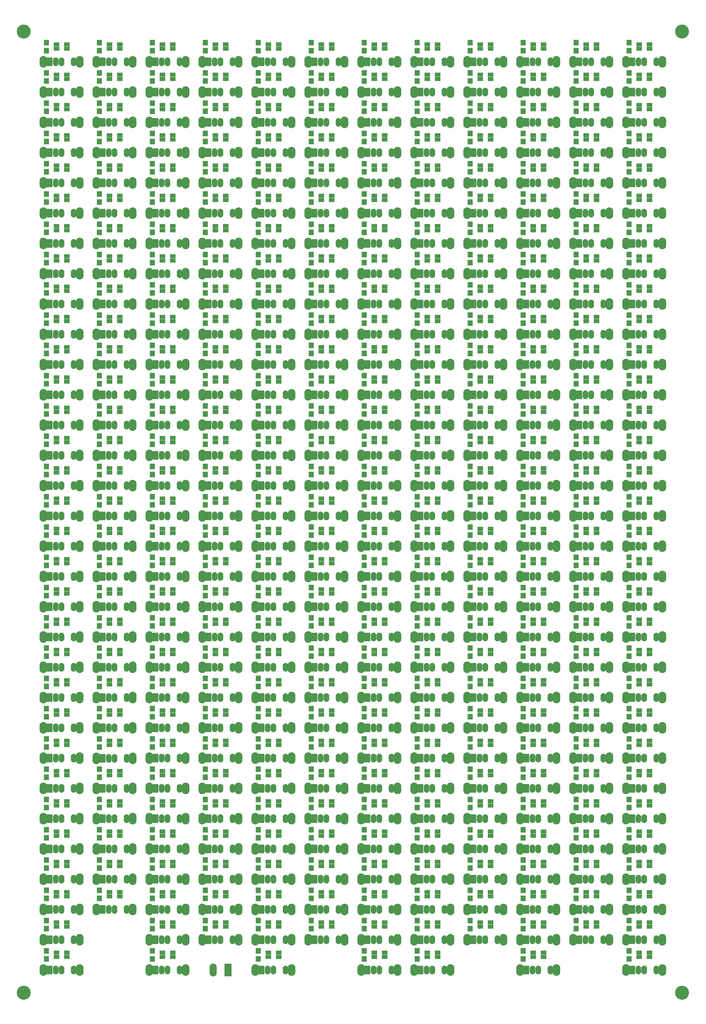
<source format=gbr>
G04 #@! TF.GenerationSoftware,KiCad,Pcbnew,(5.0.0)*
G04 #@! TF.CreationDate,2018-11-14T19:44:42+01:00*
G04 #@! TF.ProjectId,motivational board,6D6F7469766174696F6E616C20626F61,rev?*
G04 #@! TF.SameCoordinates,Original*
G04 #@! TF.FileFunction,Soldermask,Top*
G04 #@! TF.FilePolarity,Negative*
%FSLAX46Y46*%
G04 Gerber Fmt 4.6, Leading zero omitted, Abs format (unit mm)*
G04 Created by KiCad (PCBNEW (5.0.0)) date 11/14/18 19:44:42*
%MOMM*%
%LPD*%
G01*
G04 APERTURE LIST*
%ADD10R,1.900000X1.400000*%
%ADD11R,2.380000X4.360000*%
%ADD12O,2.380000X4.360000*%
%ADD13O,1.900000X2.900000*%
%ADD14R,1.900000X2.900000*%
%ADD15O,2.600000X3.900000*%
%ADD16C,4.700000*%
%ADD17R,1.700000X1.900000*%
G04 APERTURE END LIST*
D10*
G04 #@! TO.C,D1*
X19530000Y-10860000D03*
X19530000Y-9460000D03*
X16030000Y-10860000D03*
X16030000Y-9460000D03*
G04 #@! TD*
D11*
G04 #@! TO.C,J1*
X73660000Y-320040000D03*
D12*
X68660000Y-320040000D03*
G04 #@! TD*
D13*
G04 #@! TO.C,SW1*
X21780000Y-15240000D03*
D14*
X13780000Y-15240000D03*
D13*
X15780000Y-15240000D03*
X17780000Y-15240000D03*
D15*
X11680000Y-15240000D03*
X23880000Y-15240000D03*
G04 #@! TD*
D10*
G04 #@! TO.C,D2*
X19530000Y-21020000D03*
X19530000Y-19620000D03*
X16030000Y-21020000D03*
X16030000Y-19620000D03*
G04 #@! TD*
G04 #@! TO.C,D3*
X19530000Y-31180000D03*
X19530000Y-29780000D03*
X16030000Y-31180000D03*
X16030000Y-29780000D03*
G04 #@! TD*
G04 #@! TO.C,D4*
X19530000Y-41340000D03*
X19530000Y-39940000D03*
X16030000Y-41340000D03*
X16030000Y-39940000D03*
G04 #@! TD*
G04 #@! TO.C,D5*
X16030000Y-50100000D03*
X16030000Y-51500000D03*
X19530000Y-50100000D03*
X19530000Y-51500000D03*
G04 #@! TD*
G04 #@! TO.C,D6*
X19530000Y-61660000D03*
X19530000Y-60260000D03*
X16030000Y-61660000D03*
X16030000Y-60260000D03*
G04 #@! TD*
G04 #@! TO.C,D7*
X19530000Y-71820000D03*
X19530000Y-70420000D03*
X16030000Y-71820000D03*
X16030000Y-70420000D03*
G04 #@! TD*
G04 #@! TO.C,D8*
X16030000Y-80580000D03*
X16030000Y-81980000D03*
X19530000Y-80580000D03*
X19530000Y-81980000D03*
G04 #@! TD*
G04 #@! TO.C,D9*
X19530000Y-92140000D03*
X19530000Y-90740000D03*
X16030000Y-92140000D03*
X16030000Y-90740000D03*
G04 #@! TD*
G04 #@! TO.C,D10*
X19530000Y-102300000D03*
X19530000Y-100900000D03*
X16030000Y-102300000D03*
X16030000Y-100900000D03*
G04 #@! TD*
G04 #@! TO.C,D11*
X16030000Y-111060000D03*
X16030000Y-112460000D03*
X19530000Y-111060000D03*
X19530000Y-112460000D03*
G04 #@! TD*
G04 #@! TO.C,D12*
X16030000Y-121220000D03*
X16030000Y-122620000D03*
X19530000Y-121220000D03*
X19530000Y-122620000D03*
G04 #@! TD*
G04 #@! TO.C,D13*
X16030000Y-131380000D03*
X16030000Y-132780000D03*
X19530000Y-131380000D03*
X19530000Y-132780000D03*
G04 #@! TD*
G04 #@! TO.C,D14*
X16030000Y-141540000D03*
X16030000Y-142940000D03*
X19530000Y-141540000D03*
X19530000Y-142940000D03*
G04 #@! TD*
G04 #@! TO.C,D15*
X16030000Y-151700000D03*
X16030000Y-153100000D03*
X19530000Y-151700000D03*
X19530000Y-153100000D03*
G04 #@! TD*
G04 #@! TO.C,D16*
X16030000Y-161860000D03*
X16030000Y-163260000D03*
X19530000Y-161860000D03*
X19530000Y-163260000D03*
G04 #@! TD*
G04 #@! TO.C,D17*
X19530000Y-173420000D03*
X19530000Y-172020000D03*
X16030000Y-173420000D03*
X16030000Y-172020000D03*
G04 #@! TD*
G04 #@! TO.C,D18*
X19530000Y-183580000D03*
X19530000Y-182180000D03*
X16030000Y-183580000D03*
X16030000Y-182180000D03*
G04 #@! TD*
G04 #@! TO.C,D19*
X19530000Y-193740000D03*
X19530000Y-192340000D03*
X16030000Y-193740000D03*
X16030000Y-192340000D03*
G04 #@! TD*
G04 #@! TO.C,D20*
X19530000Y-203900000D03*
X19530000Y-202500000D03*
X16030000Y-203900000D03*
X16030000Y-202500000D03*
G04 #@! TD*
G04 #@! TO.C,D21*
X16030000Y-212660000D03*
X16030000Y-214060000D03*
X19530000Y-212660000D03*
X19530000Y-214060000D03*
G04 #@! TD*
G04 #@! TO.C,D22*
X16030000Y-222820000D03*
X16030000Y-224220000D03*
X19530000Y-222820000D03*
X19530000Y-224220000D03*
G04 #@! TD*
G04 #@! TO.C,D23*
X16030000Y-232980000D03*
X16030000Y-234380000D03*
X19530000Y-232980000D03*
X19530000Y-234380000D03*
G04 #@! TD*
G04 #@! TO.C,D24*
X19530000Y-244540000D03*
X19530000Y-243140000D03*
X16030000Y-244540000D03*
X16030000Y-243140000D03*
G04 #@! TD*
G04 #@! TO.C,D25*
X19530000Y-254700000D03*
X19530000Y-253300000D03*
X16030000Y-254700000D03*
X16030000Y-253300000D03*
G04 #@! TD*
G04 #@! TO.C,D26*
X16030000Y-263460000D03*
X16030000Y-264860000D03*
X19530000Y-263460000D03*
X19530000Y-264860000D03*
G04 #@! TD*
G04 #@! TO.C,D27*
X19530000Y-275020000D03*
X19530000Y-273620000D03*
X16030000Y-275020000D03*
X16030000Y-273620000D03*
G04 #@! TD*
G04 #@! TO.C,D28*
X19530000Y-285180000D03*
X19530000Y-283780000D03*
X16030000Y-285180000D03*
X16030000Y-283780000D03*
G04 #@! TD*
G04 #@! TO.C,D29*
X16030000Y-293940000D03*
X16030000Y-295340000D03*
X19530000Y-293940000D03*
X19530000Y-295340000D03*
G04 #@! TD*
G04 #@! TO.C,D30*
X16030000Y-304100000D03*
X16030000Y-305500000D03*
X19530000Y-304100000D03*
X19530000Y-305500000D03*
G04 #@! TD*
G04 #@! TO.C,D31*
X16030000Y-314260000D03*
X16030000Y-315660000D03*
X19530000Y-314260000D03*
X19530000Y-315660000D03*
G04 #@! TD*
D15*
G04 #@! TO.C,SW2*
X23880000Y-25400000D03*
X11680000Y-25400000D03*
D13*
X17780000Y-25400000D03*
X15780000Y-25400000D03*
D14*
X13780000Y-25400000D03*
D13*
X21780000Y-25400000D03*
G04 #@! TD*
G04 #@! TO.C,SW3*
X21780000Y-35560000D03*
D14*
X13780000Y-35560000D03*
D13*
X15780000Y-35560000D03*
X17780000Y-35560000D03*
D15*
X11680000Y-35560000D03*
X23880000Y-35560000D03*
G04 #@! TD*
D13*
G04 #@! TO.C,SW4*
X21780000Y-45720000D03*
D14*
X13780000Y-45720000D03*
D13*
X15780000Y-45720000D03*
X17780000Y-45720000D03*
D15*
X11680000Y-45720000D03*
X23880000Y-45720000D03*
G04 #@! TD*
G04 #@! TO.C,SW5*
X23880000Y-55880000D03*
X11680000Y-55880000D03*
D13*
X17780000Y-55880000D03*
X15780000Y-55880000D03*
D14*
X13780000Y-55880000D03*
D13*
X21780000Y-55880000D03*
G04 #@! TD*
G04 #@! TO.C,SW6*
X21780000Y-66040000D03*
D14*
X13780000Y-66040000D03*
D13*
X15780000Y-66040000D03*
X17780000Y-66040000D03*
D15*
X11680000Y-66040000D03*
X23880000Y-66040000D03*
G04 #@! TD*
D13*
G04 #@! TO.C,SW7*
X21780000Y-76200000D03*
D14*
X13780000Y-76200000D03*
D13*
X15780000Y-76200000D03*
X17780000Y-76200000D03*
D15*
X11680000Y-76200000D03*
X23880000Y-76200000D03*
G04 #@! TD*
G04 #@! TO.C,SW8*
X23880000Y-86360000D03*
X11680000Y-86360000D03*
D13*
X17780000Y-86360000D03*
X15780000Y-86360000D03*
D14*
X13780000Y-86360000D03*
D13*
X21780000Y-86360000D03*
G04 #@! TD*
D15*
G04 #@! TO.C,SW9*
X23880000Y-96520000D03*
X11680000Y-96520000D03*
D13*
X17780000Y-96520000D03*
X15780000Y-96520000D03*
D14*
X13780000Y-96520000D03*
D13*
X21780000Y-96520000D03*
G04 #@! TD*
D15*
G04 #@! TO.C,SW10*
X23880000Y-106680000D03*
X11680000Y-106680000D03*
D13*
X17780000Y-106680000D03*
X15780000Y-106680000D03*
D14*
X13780000Y-106680000D03*
D13*
X21780000Y-106680000D03*
G04 #@! TD*
D15*
G04 #@! TO.C,SW11*
X23880000Y-116840000D03*
X11680000Y-116840000D03*
D13*
X17780000Y-116840000D03*
X15780000Y-116840000D03*
D14*
X13780000Y-116840000D03*
D13*
X21780000Y-116840000D03*
G04 #@! TD*
D15*
G04 #@! TO.C,SW12*
X23880000Y-127000000D03*
X11680000Y-127000000D03*
D13*
X17780000Y-127000000D03*
X15780000Y-127000000D03*
D14*
X13780000Y-127000000D03*
D13*
X21780000Y-127000000D03*
G04 #@! TD*
G04 #@! TO.C,SW13*
X21780000Y-137160000D03*
D14*
X13780000Y-137160000D03*
D13*
X15780000Y-137160000D03*
X17780000Y-137160000D03*
D15*
X11680000Y-137160000D03*
X23880000Y-137160000D03*
G04 #@! TD*
D13*
G04 #@! TO.C,SW14*
X21780000Y-147320000D03*
D14*
X13780000Y-147320000D03*
D13*
X15780000Y-147320000D03*
X17780000Y-147320000D03*
D15*
X11680000Y-147320000D03*
X23880000Y-147320000D03*
G04 #@! TD*
D13*
G04 #@! TO.C,SW15*
X21780000Y-157480000D03*
D14*
X13780000Y-157480000D03*
D13*
X15780000Y-157480000D03*
X17780000Y-157480000D03*
D15*
X11680000Y-157480000D03*
X23880000Y-157480000D03*
G04 #@! TD*
D13*
G04 #@! TO.C,SW16*
X21780000Y-167640000D03*
D14*
X13780000Y-167640000D03*
D13*
X15780000Y-167640000D03*
X17780000Y-167640000D03*
D15*
X11680000Y-167640000D03*
X23880000Y-167640000D03*
G04 #@! TD*
G04 #@! TO.C,SW17*
X23880000Y-177800000D03*
X11680000Y-177800000D03*
D13*
X17780000Y-177800000D03*
X15780000Y-177800000D03*
D14*
X13780000Y-177800000D03*
D13*
X21780000Y-177800000D03*
G04 #@! TD*
D15*
G04 #@! TO.C,SW18*
X23880000Y-187960000D03*
X11680000Y-187960000D03*
D13*
X17780000Y-187960000D03*
X15780000Y-187960000D03*
D14*
X13780000Y-187960000D03*
D13*
X21780000Y-187960000D03*
G04 #@! TD*
D15*
G04 #@! TO.C,SW19*
X23880000Y-198120000D03*
X11680000Y-198120000D03*
D13*
X17780000Y-198120000D03*
X15780000Y-198120000D03*
D14*
X13780000Y-198120000D03*
D13*
X21780000Y-198120000D03*
G04 #@! TD*
D15*
G04 #@! TO.C,SW20*
X23880000Y-208280000D03*
X11680000Y-208280000D03*
D13*
X17780000Y-208280000D03*
X15780000Y-208280000D03*
D14*
X13780000Y-208280000D03*
D13*
X21780000Y-208280000D03*
G04 #@! TD*
G04 #@! TO.C,SW21*
X21780000Y-218440000D03*
D14*
X13780000Y-218440000D03*
D13*
X15780000Y-218440000D03*
X17780000Y-218440000D03*
D15*
X11680000Y-218440000D03*
X23880000Y-218440000D03*
G04 #@! TD*
D13*
G04 #@! TO.C,SW22*
X21780000Y-228600000D03*
D14*
X13780000Y-228600000D03*
D13*
X15780000Y-228600000D03*
X17780000Y-228600000D03*
D15*
X11680000Y-228600000D03*
X23880000Y-228600000D03*
G04 #@! TD*
D13*
G04 #@! TO.C,SW23*
X21780000Y-238760000D03*
D14*
X13780000Y-238760000D03*
D13*
X15780000Y-238760000D03*
X17780000Y-238760000D03*
D15*
X11680000Y-238760000D03*
X23880000Y-238760000D03*
G04 #@! TD*
D13*
G04 #@! TO.C,SW24*
X21780000Y-248920000D03*
D14*
X13780000Y-248920000D03*
D13*
X15780000Y-248920000D03*
X17780000Y-248920000D03*
D15*
X11680000Y-248920000D03*
X23880000Y-248920000D03*
G04 #@! TD*
D13*
G04 #@! TO.C,SW25*
X21780000Y-259080000D03*
D14*
X13780000Y-259080000D03*
D13*
X15780000Y-259080000D03*
X17780000Y-259080000D03*
D15*
X11680000Y-259080000D03*
X23880000Y-259080000D03*
G04 #@! TD*
G04 #@! TO.C,SW26*
X23880000Y-269240000D03*
X11680000Y-269240000D03*
D13*
X17780000Y-269240000D03*
X15780000Y-269240000D03*
D14*
X13780000Y-269240000D03*
D13*
X21780000Y-269240000D03*
G04 #@! TD*
D15*
G04 #@! TO.C,SW27*
X23880000Y-279400000D03*
X11680000Y-279400000D03*
D13*
X17780000Y-279400000D03*
X15780000Y-279400000D03*
D14*
X13780000Y-279400000D03*
D13*
X21780000Y-279400000D03*
G04 #@! TD*
G04 #@! TO.C,SW28*
X21780000Y-289560000D03*
D14*
X13780000Y-289560000D03*
D13*
X15780000Y-289560000D03*
X17780000Y-289560000D03*
D15*
X11680000Y-289560000D03*
X23880000Y-289560000D03*
G04 #@! TD*
G04 #@! TO.C,SW29*
X23880000Y-299720000D03*
X11680000Y-299720000D03*
D13*
X17780000Y-299720000D03*
X15780000Y-299720000D03*
D14*
X13780000Y-299720000D03*
D13*
X21780000Y-299720000D03*
G04 #@! TD*
D15*
G04 #@! TO.C,SW30*
X23880000Y-309880000D03*
X11680000Y-309880000D03*
D13*
X17780000Y-309880000D03*
X15780000Y-309880000D03*
D14*
X13780000Y-309880000D03*
D13*
X21780000Y-309880000D03*
G04 #@! TD*
G04 #@! TO.C,SW31*
X21780000Y-320040000D03*
D14*
X13780000Y-320040000D03*
D13*
X15780000Y-320040000D03*
X17780000Y-320040000D03*
D15*
X11680000Y-320040000D03*
X23880000Y-320040000D03*
G04 #@! TD*
D10*
G04 #@! TO.C,D32*
X33810000Y-9460000D03*
X33810000Y-10860000D03*
X37310000Y-9460000D03*
X37310000Y-10860000D03*
G04 #@! TD*
G04 #@! TO.C,D33*
X37310000Y-21020000D03*
X37310000Y-19620000D03*
X33810000Y-21020000D03*
X33810000Y-19620000D03*
G04 #@! TD*
G04 #@! TO.C,D34*
X37310000Y-31180000D03*
X37310000Y-29780000D03*
X33810000Y-31180000D03*
X33810000Y-29780000D03*
G04 #@! TD*
G04 #@! TO.C,D35*
X33810000Y-39940000D03*
X33810000Y-41340000D03*
X37310000Y-39940000D03*
X37310000Y-41340000D03*
G04 #@! TD*
G04 #@! TO.C,D36*
X33810000Y-50100000D03*
X33810000Y-51500000D03*
X37310000Y-50100000D03*
X37310000Y-51500000D03*
G04 #@! TD*
G04 #@! TO.C,D37*
X37310000Y-61660000D03*
X37310000Y-60260000D03*
X33810000Y-61660000D03*
X33810000Y-60260000D03*
G04 #@! TD*
G04 #@! TO.C,D38*
X37310000Y-71820000D03*
X37310000Y-70420000D03*
X33810000Y-71820000D03*
X33810000Y-70420000D03*
G04 #@! TD*
G04 #@! TO.C,D39*
X33810000Y-80580000D03*
X33810000Y-81980000D03*
X37310000Y-80580000D03*
X37310000Y-81980000D03*
G04 #@! TD*
G04 #@! TO.C,D40*
X33810000Y-90740000D03*
X33810000Y-92140000D03*
X37310000Y-90740000D03*
X37310000Y-92140000D03*
G04 #@! TD*
G04 #@! TO.C,D41*
X37310000Y-102300000D03*
X37310000Y-100900000D03*
X33810000Y-102300000D03*
X33810000Y-100900000D03*
G04 #@! TD*
G04 #@! TO.C,D42*
X33810000Y-111060000D03*
X33810000Y-112460000D03*
X37310000Y-111060000D03*
X37310000Y-112460000D03*
G04 #@! TD*
G04 #@! TO.C,D43*
X33810000Y-121220000D03*
X33810000Y-122620000D03*
X37310000Y-121220000D03*
X37310000Y-122620000D03*
G04 #@! TD*
G04 #@! TO.C,D44*
X37310000Y-132780000D03*
X37310000Y-131380000D03*
X33810000Y-132780000D03*
X33810000Y-131380000D03*
G04 #@! TD*
G04 #@! TO.C,D45*
X37310000Y-142940000D03*
X37310000Y-141540000D03*
X33810000Y-142940000D03*
X33810000Y-141540000D03*
G04 #@! TD*
G04 #@! TO.C,D46*
X37310000Y-153100000D03*
X37310000Y-151700000D03*
X33810000Y-153100000D03*
X33810000Y-151700000D03*
G04 #@! TD*
G04 #@! TO.C,D47*
X37310000Y-163260000D03*
X37310000Y-161860000D03*
X33810000Y-163260000D03*
X33810000Y-161860000D03*
G04 #@! TD*
G04 #@! TO.C,D48*
X37310000Y-173420000D03*
X37310000Y-172020000D03*
X33810000Y-173420000D03*
X33810000Y-172020000D03*
G04 #@! TD*
G04 #@! TO.C,D49*
X33810000Y-182180000D03*
X33810000Y-183580000D03*
X37310000Y-182180000D03*
X37310000Y-183580000D03*
G04 #@! TD*
G04 #@! TO.C,D50*
X33810000Y-192340000D03*
X33810000Y-193740000D03*
X37310000Y-192340000D03*
X37310000Y-193740000D03*
G04 #@! TD*
G04 #@! TO.C,D51*
X33810000Y-202500000D03*
X33810000Y-203900000D03*
X37310000Y-202500000D03*
X37310000Y-203900000D03*
G04 #@! TD*
G04 #@! TO.C,D52*
X37310000Y-214060000D03*
X37310000Y-212660000D03*
X33810000Y-214060000D03*
X33810000Y-212660000D03*
G04 #@! TD*
G04 #@! TO.C,D53*
X37310000Y-224220000D03*
X37310000Y-222820000D03*
X33810000Y-224220000D03*
X33810000Y-222820000D03*
G04 #@! TD*
G04 #@! TO.C,D54*
X37310000Y-234380000D03*
X37310000Y-232980000D03*
X33810000Y-234380000D03*
X33810000Y-232980000D03*
G04 #@! TD*
G04 #@! TO.C,D55*
X33810000Y-243140000D03*
X33810000Y-244540000D03*
X37310000Y-243140000D03*
X37310000Y-244540000D03*
G04 #@! TD*
G04 #@! TO.C,D56*
X33810000Y-253300000D03*
X33810000Y-254700000D03*
X37310000Y-253300000D03*
X37310000Y-254700000D03*
G04 #@! TD*
G04 #@! TO.C,D57*
X37310000Y-264860000D03*
X37310000Y-263460000D03*
X33810000Y-264860000D03*
X33810000Y-263460000D03*
G04 #@! TD*
G04 #@! TO.C,D58*
X37310000Y-275020000D03*
X37310000Y-273620000D03*
X33810000Y-275020000D03*
X33810000Y-273620000D03*
G04 #@! TD*
G04 #@! TO.C,D59*
X37310000Y-285180000D03*
X37310000Y-283780000D03*
X33810000Y-285180000D03*
X33810000Y-283780000D03*
G04 #@! TD*
G04 #@! TO.C,D60*
X37310000Y-295340000D03*
X37310000Y-293940000D03*
X33810000Y-295340000D03*
X33810000Y-293940000D03*
G04 #@! TD*
G04 #@! TO.C,D61*
X51590000Y-9460000D03*
X51590000Y-10860000D03*
X55090000Y-9460000D03*
X55090000Y-10860000D03*
G04 #@! TD*
G04 #@! TO.C,D62*
X55090000Y-21020000D03*
X55090000Y-19620000D03*
X51590000Y-21020000D03*
X51590000Y-19620000D03*
G04 #@! TD*
G04 #@! TO.C,D63*
X55090000Y-31180000D03*
X55090000Y-29780000D03*
X51590000Y-31180000D03*
X51590000Y-29780000D03*
G04 #@! TD*
G04 #@! TO.C,D64*
X51590000Y-39940000D03*
X51590000Y-41340000D03*
X55090000Y-39940000D03*
X55090000Y-41340000D03*
G04 #@! TD*
G04 #@! TO.C,D65*
X55090000Y-51500000D03*
X55090000Y-50100000D03*
X51590000Y-51500000D03*
X51590000Y-50100000D03*
G04 #@! TD*
G04 #@! TO.C,D66*
X55090000Y-61660000D03*
X55090000Y-60260000D03*
X51590000Y-61660000D03*
X51590000Y-60260000D03*
G04 #@! TD*
G04 #@! TO.C,D67*
X51590000Y-70420000D03*
X51590000Y-71820000D03*
X55090000Y-70420000D03*
X55090000Y-71820000D03*
G04 #@! TD*
G04 #@! TO.C,D68*
X55090000Y-81980000D03*
X55090000Y-80580000D03*
X51590000Y-81980000D03*
X51590000Y-80580000D03*
G04 #@! TD*
G04 #@! TO.C,D69*
X51590000Y-90740000D03*
X51590000Y-92140000D03*
X55090000Y-90740000D03*
X55090000Y-92140000D03*
G04 #@! TD*
G04 #@! TO.C,D70*
X55090000Y-102300000D03*
X55090000Y-100900000D03*
X51590000Y-102300000D03*
X51590000Y-100900000D03*
G04 #@! TD*
G04 #@! TO.C,D71*
X51590000Y-111060000D03*
X51590000Y-112460000D03*
X55090000Y-111060000D03*
X55090000Y-112460000D03*
G04 #@! TD*
G04 #@! TO.C,D72*
X55090000Y-122620000D03*
X55090000Y-121220000D03*
X51590000Y-122620000D03*
X51590000Y-121220000D03*
G04 #@! TD*
G04 #@! TO.C,D73*
X51590000Y-131380000D03*
X51590000Y-132780000D03*
X55090000Y-131380000D03*
X55090000Y-132780000D03*
G04 #@! TD*
G04 #@! TO.C,D74*
X55090000Y-142940000D03*
X55090000Y-141540000D03*
X51590000Y-142940000D03*
X51590000Y-141540000D03*
G04 #@! TD*
G04 #@! TO.C,D75*
X51590000Y-151700000D03*
X51590000Y-153100000D03*
X55090000Y-151700000D03*
X55090000Y-153100000D03*
G04 #@! TD*
G04 #@! TO.C,D76*
X55090000Y-163260000D03*
X55090000Y-161860000D03*
X51590000Y-163260000D03*
X51590000Y-161860000D03*
G04 #@! TD*
G04 #@! TO.C,D77*
X51590000Y-172020000D03*
X51590000Y-173420000D03*
X55090000Y-172020000D03*
X55090000Y-173420000D03*
G04 #@! TD*
G04 #@! TO.C,D78*
X55090000Y-183580000D03*
X55090000Y-182180000D03*
X51590000Y-183580000D03*
X51590000Y-182180000D03*
G04 #@! TD*
G04 #@! TO.C,D79*
X55090000Y-193740000D03*
X55090000Y-192340000D03*
X51590000Y-193740000D03*
X51590000Y-192340000D03*
G04 #@! TD*
G04 #@! TO.C,D80*
X55090000Y-203900000D03*
X55090000Y-202500000D03*
X51590000Y-203900000D03*
X51590000Y-202500000D03*
G04 #@! TD*
G04 #@! TO.C,D81*
X55090000Y-214060000D03*
X55090000Y-212660000D03*
X51590000Y-214060000D03*
X51590000Y-212660000D03*
G04 #@! TD*
G04 #@! TO.C,D82*
X51590000Y-222820000D03*
X51590000Y-224220000D03*
X55090000Y-222820000D03*
X55090000Y-224220000D03*
G04 #@! TD*
G04 #@! TO.C,D83*
X55090000Y-234380000D03*
X55090000Y-232980000D03*
X51590000Y-234380000D03*
X51590000Y-232980000D03*
G04 #@! TD*
G04 #@! TO.C,D84*
X55090000Y-244540000D03*
X55090000Y-243140000D03*
X51590000Y-244540000D03*
X51590000Y-243140000D03*
G04 #@! TD*
G04 #@! TO.C,D85*
X51590000Y-253300000D03*
X51590000Y-254700000D03*
X55090000Y-253300000D03*
X55090000Y-254700000D03*
G04 #@! TD*
G04 #@! TO.C,D86*
X51590000Y-263460000D03*
X51590000Y-264860000D03*
X55090000Y-263460000D03*
X55090000Y-264860000D03*
G04 #@! TD*
G04 #@! TO.C,D87*
X51590000Y-273620000D03*
X51590000Y-275020000D03*
X55090000Y-273620000D03*
X55090000Y-275020000D03*
G04 #@! TD*
G04 #@! TO.C,D88*
X55090000Y-285180000D03*
X55090000Y-283780000D03*
X51590000Y-285180000D03*
X51590000Y-283780000D03*
G04 #@! TD*
G04 #@! TO.C,D89*
X55090000Y-295340000D03*
X55090000Y-293940000D03*
X51590000Y-295340000D03*
X51590000Y-293940000D03*
G04 #@! TD*
G04 #@! TO.C,D90*
X55090000Y-305500000D03*
X55090000Y-304100000D03*
X51590000Y-305500000D03*
X51590000Y-304100000D03*
G04 #@! TD*
G04 #@! TO.C,D91*
X51590000Y-314260000D03*
X51590000Y-315660000D03*
X55090000Y-314260000D03*
X55090000Y-315660000D03*
G04 #@! TD*
G04 #@! TO.C,D92*
X72870000Y-10860000D03*
X72870000Y-9460000D03*
X69370000Y-10860000D03*
X69370000Y-9460000D03*
G04 #@! TD*
G04 #@! TO.C,D93*
X69370000Y-19620000D03*
X69370000Y-21020000D03*
X72870000Y-19620000D03*
X72870000Y-21020000D03*
G04 #@! TD*
G04 #@! TO.C,D94*
X69370000Y-29780000D03*
X69370000Y-31180000D03*
X72870000Y-29780000D03*
X72870000Y-31180000D03*
G04 #@! TD*
G04 #@! TO.C,D95*
X69370000Y-39940000D03*
X69370000Y-41340000D03*
X72870000Y-39940000D03*
X72870000Y-41340000D03*
G04 #@! TD*
G04 #@! TO.C,D96*
X69370000Y-50100000D03*
X69370000Y-51500000D03*
X72870000Y-50100000D03*
X72870000Y-51500000D03*
G04 #@! TD*
G04 #@! TO.C,D97*
X69370000Y-60260000D03*
X69370000Y-61660000D03*
X72870000Y-60260000D03*
X72870000Y-61660000D03*
G04 #@! TD*
G04 #@! TO.C,D98*
X69370000Y-70420000D03*
X69370000Y-71820000D03*
X72870000Y-70420000D03*
X72870000Y-71820000D03*
G04 #@! TD*
G04 #@! TO.C,D99*
X72870000Y-81980000D03*
X72870000Y-80580000D03*
X69370000Y-81980000D03*
X69370000Y-80580000D03*
G04 #@! TD*
G04 #@! TO.C,D100*
X72870000Y-92140000D03*
X72870000Y-90740000D03*
X69370000Y-92140000D03*
X69370000Y-90740000D03*
G04 #@! TD*
G04 #@! TO.C,D101*
X69370000Y-100900000D03*
X69370000Y-102300000D03*
X72870000Y-100900000D03*
X72870000Y-102300000D03*
G04 #@! TD*
G04 #@! TO.C,D102*
X72870000Y-112460000D03*
X72870000Y-111060000D03*
X69370000Y-112460000D03*
X69370000Y-111060000D03*
G04 #@! TD*
G04 #@! TO.C,D103*
X69370000Y-121220000D03*
X69370000Y-122620000D03*
X72870000Y-121220000D03*
X72870000Y-122620000D03*
G04 #@! TD*
G04 #@! TO.C,D104*
X69370000Y-131380000D03*
X69370000Y-132780000D03*
X72870000Y-131380000D03*
X72870000Y-132780000D03*
G04 #@! TD*
G04 #@! TO.C,D105*
X72870000Y-142940000D03*
X72870000Y-141540000D03*
X69370000Y-142940000D03*
X69370000Y-141540000D03*
G04 #@! TD*
G04 #@! TO.C,D106*
X69370000Y-151700000D03*
X69370000Y-153100000D03*
X72870000Y-151700000D03*
X72870000Y-153100000D03*
G04 #@! TD*
G04 #@! TO.C,D107*
X72870000Y-163260000D03*
X72870000Y-161860000D03*
X69370000Y-163260000D03*
X69370000Y-161860000D03*
G04 #@! TD*
G04 #@! TO.C,D108*
X69370000Y-172020000D03*
X69370000Y-173420000D03*
X72870000Y-172020000D03*
X72870000Y-173420000D03*
G04 #@! TD*
G04 #@! TO.C,D109*
X72870000Y-183580000D03*
X72870000Y-182180000D03*
X69370000Y-183580000D03*
X69370000Y-182180000D03*
G04 #@! TD*
G04 #@! TO.C,D110*
X69370000Y-192340000D03*
X69370000Y-193740000D03*
X72870000Y-192340000D03*
X72870000Y-193740000D03*
G04 #@! TD*
G04 #@! TO.C,D111*
X72870000Y-203900000D03*
X72870000Y-202500000D03*
X69370000Y-203900000D03*
X69370000Y-202500000D03*
G04 #@! TD*
G04 #@! TO.C,D112*
X69370000Y-212660000D03*
X69370000Y-214060000D03*
X72870000Y-212660000D03*
X72870000Y-214060000D03*
G04 #@! TD*
G04 #@! TO.C,D113*
X72870000Y-224220000D03*
X72870000Y-222820000D03*
X69370000Y-224220000D03*
X69370000Y-222820000D03*
G04 #@! TD*
G04 #@! TO.C,D114*
X72870000Y-234380000D03*
X72870000Y-232980000D03*
X69370000Y-234380000D03*
X69370000Y-232980000D03*
G04 #@! TD*
G04 #@! TO.C,D115*
X69370000Y-243140000D03*
X69370000Y-244540000D03*
X72870000Y-243140000D03*
X72870000Y-244540000D03*
G04 #@! TD*
G04 #@! TO.C,D116*
X72870000Y-254700000D03*
X72870000Y-253300000D03*
X69370000Y-254700000D03*
X69370000Y-253300000D03*
G04 #@! TD*
G04 #@! TO.C,D117*
X69370000Y-263460000D03*
X69370000Y-264860000D03*
X72870000Y-263460000D03*
X72870000Y-264860000D03*
G04 #@! TD*
G04 #@! TO.C,D118*
X69370000Y-273620000D03*
X69370000Y-275020000D03*
X72870000Y-273620000D03*
X72870000Y-275020000D03*
G04 #@! TD*
G04 #@! TO.C,D119*
X72870000Y-285180000D03*
X72870000Y-283780000D03*
X69370000Y-285180000D03*
X69370000Y-283780000D03*
G04 #@! TD*
G04 #@! TO.C,D120*
X72870000Y-295340000D03*
X72870000Y-293940000D03*
X69370000Y-295340000D03*
X69370000Y-293940000D03*
G04 #@! TD*
G04 #@! TO.C,D121*
X72870000Y-305500000D03*
X72870000Y-304100000D03*
X69370000Y-305500000D03*
X69370000Y-304100000D03*
G04 #@! TD*
G04 #@! TO.C,D122*
X87150000Y-9460000D03*
X87150000Y-10860000D03*
X90650000Y-9460000D03*
X90650000Y-10860000D03*
G04 #@! TD*
G04 #@! TO.C,D123*
X87150000Y-19620000D03*
X87150000Y-21020000D03*
X90650000Y-19620000D03*
X90650000Y-21020000D03*
G04 #@! TD*
G04 #@! TO.C,D124*
X87150000Y-29780000D03*
X87150000Y-31180000D03*
X90650000Y-29780000D03*
X90650000Y-31180000D03*
G04 #@! TD*
G04 #@! TO.C,D125*
X90650000Y-41340000D03*
X90650000Y-39940000D03*
X87150000Y-41340000D03*
X87150000Y-39940000D03*
G04 #@! TD*
G04 #@! TO.C,D126*
X87150000Y-50100000D03*
X87150000Y-51500000D03*
X90650000Y-50100000D03*
X90650000Y-51500000D03*
G04 #@! TD*
G04 #@! TO.C,D127*
X87150000Y-60260000D03*
X87150000Y-61660000D03*
X90650000Y-60260000D03*
X90650000Y-61660000D03*
G04 #@! TD*
G04 #@! TO.C,D128*
X87150000Y-70420000D03*
X87150000Y-71820000D03*
X90650000Y-70420000D03*
X90650000Y-71820000D03*
G04 #@! TD*
G04 #@! TO.C,D129*
X87150000Y-80580000D03*
X87150000Y-81980000D03*
X90650000Y-80580000D03*
X90650000Y-81980000D03*
G04 #@! TD*
G04 #@! TO.C,D130*
X87150000Y-90740000D03*
X87150000Y-92140000D03*
X90650000Y-90740000D03*
X90650000Y-92140000D03*
G04 #@! TD*
G04 #@! TO.C,D131*
X90650000Y-102300000D03*
X90650000Y-100900000D03*
X87150000Y-102300000D03*
X87150000Y-100900000D03*
G04 #@! TD*
G04 #@! TO.C,D132*
X87150000Y-111060000D03*
X87150000Y-112460000D03*
X90650000Y-111060000D03*
X90650000Y-112460000D03*
G04 #@! TD*
G04 #@! TO.C,D133*
X87150000Y-121220000D03*
X87150000Y-122620000D03*
X90650000Y-121220000D03*
X90650000Y-122620000D03*
G04 #@! TD*
G04 #@! TO.C,D134*
X87150000Y-131380000D03*
X87150000Y-132780000D03*
X90650000Y-131380000D03*
X90650000Y-132780000D03*
G04 #@! TD*
G04 #@! TO.C,D135*
X87150000Y-141540000D03*
X87150000Y-142940000D03*
X90650000Y-141540000D03*
X90650000Y-142940000D03*
G04 #@! TD*
G04 #@! TO.C,D136*
X87150000Y-151700000D03*
X87150000Y-153100000D03*
X90650000Y-151700000D03*
X90650000Y-153100000D03*
G04 #@! TD*
G04 #@! TO.C,D137*
X90650000Y-163260000D03*
X90650000Y-161860000D03*
X87150000Y-163260000D03*
X87150000Y-161860000D03*
G04 #@! TD*
G04 #@! TO.C,D138*
X90650000Y-173420000D03*
X90650000Y-172020000D03*
X87150000Y-173420000D03*
X87150000Y-172020000D03*
G04 #@! TD*
G04 #@! TO.C,D139*
X87150000Y-182180000D03*
X87150000Y-183580000D03*
X90650000Y-182180000D03*
X90650000Y-183580000D03*
G04 #@! TD*
G04 #@! TO.C,D140*
X87150000Y-192340000D03*
X87150000Y-193740000D03*
X90650000Y-192340000D03*
X90650000Y-193740000D03*
G04 #@! TD*
G04 #@! TO.C,D141*
X87150000Y-202500000D03*
X87150000Y-203900000D03*
X90650000Y-202500000D03*
X90650000Y-203900000D03*
G04 #@! TD*
G04 #@! TO.C,D142*
X90650000Y-214060000D03*
X90650000Y-212660000D03*
X87150000Y-214060000D03*
X87150000Y-212660000D03*
G04 #@! TD*
G04 #@! TO.C,D143*
X87150000Y-222820000D03*
X87150000Y-224220000D03*
X90650000Y-222820000D03*
X90650000Y-224220000D03*
G04 #@! TD*
G04 #@! TO.C,D144*
X90650000Y-234380000D03*
X90650000Y-232980000D03*
X87150000Y-234380000D03*
X87150000Y-232980000D03*
G04 #@! TD*
G04 #@! TO.C,D145*
X90650000Y-244540000D03*
X90650000Y-243140000D03*
X87150000Y-244540000D03*
X87150000Y-243140000D03*
G04 #@! TD*
G04 #@! TO.C,D146*
X87150000Y-253300000D03*
X87150000Y-254700000D03*
X90650000Y-253300000D03*
X90650000Y-254700000D03*
G04 #@! TD*
G04 #@! TO.C,D147*
X87150000Y-263460000D03*
X87150000Y-264860000D03*
X90650000Y-263460000D03*
X90650000Y-264860000D03*
G04 #@! TD*
G04 #@! TO.C,D148*
X87150000Y-273620000D03*
X87150000Y-275020000D03*
X90650000Y-273620000D03*
X90650000Y-275020000D03*
G04 #@! TD*
G04 #@! TO.C,D149*
X90650000Y-285180000D03*
X90650000Y-283780000D03*
X87150000Y-285180000D03*
X87150000Y-283780000D03*
G04 #@! TD*
G04 #@! TO.C,D150*
X87150000Y-293940000D03*
X87150000Y-295340000D03*
X90650000Y-293940000D03*
X90650000Y-295340000D03*
G04 #@! TD*
G04 #@! TO.C,D151*
X87150000Y-304100000D03*
X87150000Y-305500000D03*
X90650000Y-304100000D03*
X90650000Y-305500000D03*
G04 #@! TD*
G04 #@! TO.C,D152*
X90650000Y-315660000D03*
X90650000Y-314260000D03*
X87150000Y-315660000D03*
X87150000Y-314260000D03*
G04 #@! TD*
G04 #@! TO.C,D153*
X104930000Y-9460000D03*
X104930000Y-10860000D03*
X108430000Y-9460000D03*
X108430000Y-10860000D03*
G04 #@! TD*
G04 #@! TO.C,D154*
X108430000Y-21020000D03*
X108430000Y-19620000D03*
X104930000Y-21020000D03*
X104930000Y-19620000D03*
G04 #@! TD*
G04 #@! TO.C,D155*
X108430000Y-31180000D03*
X108430000Y-29780000D03*
X104930000Y-31180000D03*
X104930000Y-29780000D03*
G04 #@! TD*
G04 #@! TO.C,D156*
X104930000Y-39940000D03*
X104930000Y-41340000D03*
X108430000Y-39940000D03*
X108430000Y-41340000D03*
G04 #@! TD*
G04 #@! TO.C,D157*
X104930000Y-50100000D03*
X104930000Y-51500000D03*
X108430000Y-50100000D03*
X108430000Y-51500000D03*
G04 #@! TD*
G04 #@! TO.C,D158*
X108430000Y-61660000D03*
X108430000Y-60260000D03*
X104930000Y-61660000D03*
X104930000Y-60260000D03*
G04 #@! TD*
G04 #@! TO.C,D159*
X104930000Y-70420000D03*
X104930000Y-71820000D03*
X108430000Y-70420000D03*
X108430000Y-71820000D03*
G04 #@! TD*
G04 #@! TO.C,D160*
X108430000Y-81980000D03*
X108430000Y-80580000D03*
X104930000Y-81980000D03*
X104930000Y-80580000D03*
G04 #@! TD*
G04 #@! TO.C,D161*
X108430000Y-92140000D03*
X108430000Y-90740000D03*
X104930000Y-92140000D03*
X104930000Y-90740000D03*
G04 #@! TD*
G04 #@! TO.C,D162*
X108430000Y-102300000D03*
X108430000Y-100900000D03*
X104930000Y-102300000D03*
X104930000Y-100900000D03*
G04 #@! TD*
G04 #@! TO.C,D163*
X104930000Y-111060000D03*
X104930000Y-112460000D03*
X108430000Y-111060000D03*
X108430000Y-112460000D03*
G04 #@! TD*
G04 #@! TO.C,D164*
X108430000Y-122620000D03*
X108430000Y-121220000D03*
X104930000Y-122620000D03*
X104930000Y-121220000D03*
G04 #@! TD*
G04 #@! TO.C,D165*
X104930000Y-131380000D03*
X104930000Y-132780000D03*
X108430000Y-131380000D03*
X108430000Y-132780000D03*
G04 #@! TD*
G04 #@! TO.C,D166*
X108430000Y-142940000D03*
X108430000Y-141540000D03*
X104930000Y-142940000D03*
X104930000Y-141540000D03*
G04 #@! TD*
G04 #@! TO.C,D167*
X104930000Y-151700000D03*
X104930000Y-153100000D03*
X108430000Y-151700000D03*
X108430000Y-153100000D03*
G04 #@! TD*
G04 #@! TO.C,D168*
X104930000Y-161860000D03*
X104930000Y-163260000D03*
X108430000Y-161860000D03*
X108430000Y-163260000D03*
G04 #@! TD*
G04 #@! TO.C,D169*
X108430000Y-173420000D03*
X108430000Y-172020000D03*
X104930000Y-173420000D03*
X104930000Y-172020000D03*
G04 #@! TD*
G04 #@! TO.C,D170*
X108430000Y-183580000D03*
X108430000Y-182180000D03*
X104930000Y-183580000D03*
X104930000Y-182180000D03*
G04 #@! TD*
G04 #@! TO.C,D171*
X108430000Y-193740000D03*
X108430000Y-192340000D03*
X104930000Y-193740000D03*
X104930000Y-192340000D03*
G04 #@! TD*
G04 #@! TO.C,D172*
X108430000Y-203900000D03*
X108430000Y-202500000D03*
X104930000Y-203900000D03*
X104930000Y-202500000D03*
G04 #@! TD*
G04 #@! TO.C,D173*
X104930000Y-212660000D03*
X104930000Y-214060000D03*
X108430000Y-212660000D03*
X108430000Y-214060000D03*
G04 #@! TD*
G04 #@! TO.C,D174*
X104930000Y-222820000D03*
X104930000Y-224220000D03*
X108430000Y-222820000D03*
X108430000Y-224220000D03*
G04 #@! TD*
G04 #@! TO.C,D175*
X108430000Y-234380000D03*
X108430000Y-232980000D03*
X104930000Y-234380000D03*
X104930000Y-232980000D03*
G04 #@! TD*
G04 #@! TO.C,D176*
X104930000Y-243140000D03*
X104930000Y-244540000D03*
X108430000Y-243140000D03*
X108430000Y-244540000D03*
G04 #@! TD*
G04 #@! TO.C,D177*
X104930000Y-253300000D03*
X104930000Y-254700000D03*
X108430000Y-253300000D03*
X108430000Y-254700000D03*
G04 #@! TD*
G04 #@! TO.C,D178*
X108430000Y-264860000D03*
X108430000Y-263460000D03*
X104930000Y-264860000D03*
X104930000Y-263460000D03*
G04 #@! TD*
G04 #@! TO.C,D179*
X108430000Y-275020000D03*
X108430000Y-273620000D03*
X104930000Y-275020000D03*
X104930000Y-273620000D03*
G04 #@! TD*
G04 #@! TO.C,D180*
X108430000Y-285180000D03*
X108430000Y-283780000D03*
X104930000Y-285180000D03*
X104930000Y-283780000D03*
G04 #@! TD*
G04 #@! TO.C,D181*
X104930000Y-293940000D03*
X104930000Y-295340000D03*
X108430000Y-293940000D03*
X108430000Y-295340000D03*
G04 #@! TD*
G04 #@! TO.C,D182*
X108430000Y-305500000D03*
X108430000Y-304100000D03*
X104930000Y-305500000D03*
X104930000Y-304100000D03*
G04 #@! TD*
G04 #@! TO.C,D183*
X122710000Y-9460000D03*
X122710000Y-10860000D03*
X126210000Y-9460000D03*
X126210000Y-10860000D03*
G04 #@! TD*
G04 #@! TO.C,D184*
X126210000Y-21020000D03*
X126210000Y-19620000D03*
X122710000Y-21020000D03*
X122710000Y-19620000D03*
G04 #@! TD*
G04 #@! TO.C,D185*
X122710000Y-29780000D03*
X122710000Y-31180000D03*
X126210000Y-29780000D03*
X126210000Y-31180000D03*
G04 #@! TD*
G04 #@! TO.C,D186*
X126210000Y-41340000D03*
X126210000Y-39940000D03*
X122710000Y-41340000D03*
X122710000Y-39940000D03*
G04 #@! TD*
G04 #@! TO.C,D187*
X126210000Y-51500000D03*
X126210000Y-50100000D03*
X122710000Y-51500000D03*
X122710000Y-50100000D03*
G04 #@! TD*
G04 #@! TO.C,D188*
X122710000Y-60260000D03*
X122710000Y-61660000D03*
X126210000Y-60260000D03*
X126210000Y-61660000D03*
G04 #@! TD*
G04 #@! TO.C,D189*
X126210000Y-71820000D03*
X126210000Y-70420000D03*
X122710000Y-71820000D03*
X122710000Y-70420000D03*
G04 #@! TD*
G04 #@! TO.C,D190*
X126210000Y-81980000D03*
X126210000Y-80580000D03*
X122710000Y-81980000D03*
X122710000Y-80580000D03*
G04 #@! TD*
G04 #@! TO.C,D191*
X122710000Y-90740000D03*
X122710000Y-92140000D03*
X126210000Y-90740000D03*
X126210000Y-92140000D03*
G04 #@! TD*
G04 #@! TO.C,D192*
X122710000Y-100900000D03*
X122710000Y-102300000D03*
X126210000Y-100900000D03*
X126210000Y-102300000D03*
G04 #@! TD*
G04 #@! TO.C,D193*
X122710000Y-111060000D03*
X122710000Y-112460000D03*
X126210000Y-111060000D03*
X126210000Y-112460000D03*
G04 #@! TD*
G04 #@! TO.C,D194*
X122710000Y-121220000D03*
X122710000Y-122620000D03*
X126210000Y-121220000D03*
X126210000Y-122620000D03*
G04 #@! TD*
G04 #@! TO.C,D195*
X126210000Y-132780000D03*
X126210000Y-131380000D03*
X122710000Y-132780000D03*
X122710000Y-131380000D03*
G04 #@! TD*
G04 #@! TO.C,D196*
X122710000Y-141540000D03*
X122710000Y-142940000D03*
X126210000Y-141540000D03*
X126210000Y-142940000D03*
G04 #@! TD*
G04 #@! TO.C,D197*
X126210000Y-153100000D03*
X126210000Y-151700000D03*
X122710000Y-153100000D03*
X122710000Y-151700000D03*
G04 #@! TD*
G04 #@! TO.C,D198*
X122710000Y-161860000D03*
X122710000Y-163260000D03*
X126210000Y-161860000D03*
X126210000Y-163260000D03*
G04 #@! TD*
G04 #@! TO.C,D199*
X122710000Y-172020000D03*
X122710000Y-173420000D03*
X126210000Y-172020000D03*
X126210000Y-173420000D03*
G04 #@! TD*
G04 #@! TO.C,D200*
X122710000Y-182180000D03*
X122710000Y-183580000D03*
X126210000Y-182180000D03*
X126210000Y-183580000D03*
G04 #@! TD*
G04 #@! TO.C,D201*
X122710000Y-192340000D03*
X122710000Y-193740000D03*
X126210000Y-192340000D03*
X126210000Y-193740000D03*
G04 #@! TD*
G04 #@! TO.C,D202*
X122710000Y-202500000D03*
X122710000Y-203900000D03*
X126210000Y-202500000D03*
X126210000Y-203900000D03*
G04 #@! TD*
G04 #@! TO.C,D203*
X122710000Y-212660000D03*
X122710000Y-214060000D03*
X126210000Y-212660000D03*
X126210000Y-214060000D03*
G04 #@! TD*
G04 #@! TO.C,D204*
X126210000Y-224220000D03*
X126210000Y-222820000D03*
X122710000Y-224220000D03*
X122710000Y-222820000D03*
G04 #@! TD*
G04 #@! TO.C,D205*
X122710000Y-232980000D03*
X122710000Y-234380000D03*
X126210000Y-232980000D03*
X126210000Y-234380000D03*
G04 #@! TD*
G04 #@! TO.C,D206*
X126210000Y-244540000D03*
X126210000Y-243140000D03*
X122710000Y-244540000D03*
X122710000Y-243140000D03*
G04 #@! TD*
G04 #@! TO.C,D207*
X122710000Y-253300000D03*
X122710000Y-254700000D03*
X126210000Y-253300000D03*
X126210000Y-254700000D03*
G04 #@! TD*
G04 #@! TO.C,D208*
X126210000Y-264860000D03*
X126210000Y-263460000D03*
X122710000Y-264860000D03*
X122710000Y-263460000D03*
G04 #@! TD*
G04 #@! TO.C,D209*
X126210000Y-275020000D03*
X126210000Y-273620000D03*
X122710000Y-275020000D03*
X122710000Y-273620000D03*
G04 #@! TD*
G04 #@! TO.C,D210*
X122710000Y-283780000D03*
X122710000Y-285180000D03*
X126210000Y-283780000D03*
X126210000Y-285180000D03*
G04 #@! TD*
G04 #@! TO.C,D211*
X126210000Y-295340000D03*
X126210000Y-293940000D03*
X122710000Y-295340000D03*
X122710000Y-293940000D03*
G04 #@! TD*
G04 #@! TO.C,D212*
X126210000Y-305500000D03*
X126210000Y-304100000D03*
X122710000Y-305500000D03*
X122710000Y-304100000D03*
G04 #@! TD*
G04 #@! TO.C,D213*
X126210000Y-315660000D03*
X126210000Y-314260000D03*
X122710000Y-315660000D03*
X122710000Y-314260000D03*
G04 #@! TD*
G04 #@! TO.C,D214*
X143990000Y-10860000D03*
X143990000Y-9460000D03*
X140490000Y-10860000D03*
X140490000Y-9460000D03*
G04 #@! TD*
G04 #@! TO.C,D215*
X143990000Y-21020000D03*
X143990000Y-19620000D03*
X140490000Y-21020000D03*
X140490000Y-19620000D03*
G04 #@! TD*
G04 #@! TO.C,D216*
X143990000Y-31180000D03*
X143990000Y-29780000D03*
X140490000Y-31180000D03*
X140490000Y-29780000D03*
G04 #@! TD*
G04 #@! TO.C,D217*
X140490000Y-39940000D03*
X140490000Y-41340000D03*
X143990000Y-39940000D03*
X143990000Y-41340000D03*
G04 #@! TD*
G04 #@! TO.C,D218*
X140490000Y-50100000D03*
X140490000Y-51500000D03*
X143990000Y-50100000D03*
X143990000Y-51500000D03*
G04 #@! TD*
G04 #@! TO.C,D219*
X143990000Y-61660000D03*
X143990000Y-60260000D03*
X140490000Y-61660000D03*
X140490000Y-60260000D03*
G04 #@! TD*
G04 #@! TO.C,D220*
X143990000Y-71820000D03*
X143990000Y-70420000D03*
X140490000Y-71820000D03*
X140490000Y-70420000D03*
G04 #@! TD*
G04 #@! TO.C,D221*
X143990000Y-81980000D03*
X143990000Y-80580000D03*
X140490000Y-81980000D03*
X140490000Y-80580000D03*
G04 #@! TD*
G04 #@! TO.C,D222*
X140490000Y-90740000D03*
X140490000Y-92140000D03*
X143990000Y-90740000D03*
X143990000Y-92140000D03*
G04 #@! TD*
G04 #@! TO.C,D223*
X140490000Y-100900000D03*
X140490000Y-102300000D03*
X143990000Y-100900000D03*
X143990000Y-102300000D03*
G04 #@! TD*
G04 #@! TO.C,D224*
X143990000Y-112460000D03*
X143990000Y-111060000D03*
X140490000Y-112460000D03*
X140490000Y-111060000D03*
G04 #@! TD*
G04 #@! TO.C,D225*
X143990000Y-122620000D03*
X143990000Y-121220000D03*
X140490000Y-122620000D03*
X140490000Y-121220000D03*
G04 #@! TD*
G04 #@! TO.C,D226*
X143990000Y-132780000D03*
X143990000Y-131380000D03*
X140490000Y-132780000D03*
X140490000Y-131380000D03*
G04 #@! TD*
G04 #@! TO.C,D227*
X143990000Y-142940000D03*
X143990000Y-141540000D03*
X140490000Y-142940000D03*
X140490000Y-141540000D03*
G04 #@! TD*
G04 #@! TO.C,D228*
X143990000Y-153100000D03*
X143990000Y-151700000D03*
X140490000Y-153100000D03*
X140490000Y-151700000D03*
G04 #@! TD*
G04 #@! TO.C,D229*
X140490000Y-161860000D03*
X140490000Y-163260000D03*
X143990000Y-161860000D03*
X143990000Y-163260000D03*
G04 #@! TD*
G04 #@! TO.C,D230*
X143990000Y-173420000D03*
X143990000Y-172020000D03*
X140490000Y-173420000D03*
X140490000Y-172020000D03*
G04 #@! TD*
G04 #@! TO.C,D231*
X143990000Y-183580000D03*
X143990000Y-182180000D03*
X140490000Y-183580000D03*
X140490000Y-182180000D03*
G04 #@! TD*
G04 #@! TO.C,D232*
X143990000Y-193740000D03*
X143990000Y-192340000D03*
X140490000Y-193740000D03*
X140490000Y-192340000D03*
G04 #@! TD*
G04 #@! TO.C,D233*
X143990000Y-203900000D03*
X143990000Y-202500000D03*
X140490000Y-203900000D03*
X140490000Y-202500000D03*
G04 #@! TD*
G04 #@! TO.C,D234*
X143990000Y-214060000D03*
X143990000Y-212660000D03*
X140490000Y-214060000D03*
X140490000Y-212660000D03*
G04 #@! TD*
G04 #@! TO.C,D235*
X140490000Y-222820000D03*
X140490000Y-224220000D03*
X143990000Y-222820000D03*
X143990000Y-224220000D03*
G04 #@! TD*
G04 #@! TO.C,D236*
X143990000Y-234380000D03*
X143990000Y-232980000D03*
X140490000Y-234380000D03*
X140490000Y-232980000D03*
G04 #@! TD*
G04 #@! TO.C,D237*
X140490000Y-243140000D03*
X140490000Y-244540000D03*
X143990000Y-243140000D03*
X143990000Y-244540000D03*
G04 #@! TD*
G04 #@! TO.C,D238*
X143990000Y-254700000D03*
X143990000Y-253300000D03*
X140490000Y-254700000D03*
X140490000Y-253300000D03*
G04 #@! TD*
G04 #@! TO.C,D239*
X140490000Y-263460000D03*
X140490000Y-264860000D03*
X143990000Y-263460000D03*
X143990000Y-264860000D03*
G04 #@! TD*
G04 #@! TO.C,D240*
X140490000Y-273620000D03*
X140490000Y-275020000D03*
X143990000Y-273620000D03*
X143990000Y-275020000D03*
G04 #@! TD*
G04 #@! TO.C,D241*
X143990000Y-285180000D03*
X143990000Y-283780000D03*
X140490000Y-285180000D03*
X140490000Y-283780000D03*
G04 #@! TD*
G04 #@! TO.C,D242*
X140490000Y-293940000D03*
X140490000Y-295340000D03*
X143990000Y-293940000D03*
X143990000Y-295340000D03*
G04 #@! TD*
G04 #@! TO.C,D243*
X143990000Y-305500000D03*
X143990000Y-304100000D03*
X140490000Y-305500000D03*
X140490000Y-304100000D03*
G04 #@! TD*
G04 #@! TO.C,D244*
X143990000Y-315660000D03*
X143990000Y-314260000D03*
X140490000Y-315660000D03*
X140490000Y-314260000D03*
G04 #@! TD*
G04 #@! TO.C,D245*
X161770000Y-10860000D03*
X161770000Y-9460000D03*
X158270000Y-10860000D03*
X158270000Y-9460000D03*
G04 #@! TD*
G04 #@! TO.C,D246*
X158270000Y-19620000D03*
X158270000Y-21020000D03*
X161770000Y-19620000D03*
X161770000Y-21020000D03*
G04 #@! TD*
G04 #@! TO.C,D247*
X158270000Y-29780000D03*
X158270000Y-31180000D03*
X161770000Y-29780000D03*
X161770000Y-31180000D03*
G04 #@! TD*
G04 #@! TO.C,D248*
X161770000Y-41340000D03*
X161770000Y-39940000D03*
X158270000Y-41340000D03*
X158270000Y-39940000D03*
G04 #@! TD*
G04 #@! TO.C,D249*
X158270000Y-50100000D03*
X158270000Y-51500000D03*
X161770000Y-50100000D03*
X161770000Y-51500000D03*
G04 #@! TD*
G04 #@! TO.C,D250*
X158270000Y-60260000D03*
X158270000Y-61660000D03*
X161770000Y-60260000D03*
X161770000Y-61660000D03*
G04 #@! TD*
G04 #@! TO.C,D251*
X161770000Y-71820000D03*
X161770000Y-70420000D03*
X158270000Y-71820000D03*
X158270000Y-70420000D03*
G04 #@! TD*
G04 #@! TO.C,D252*
X158270000Y-80580000D03*
X158270000Y-81980000D03*
X161770000Y-80580000D03*
X161770000Y-81980000D03*
G04 #@! TD*
G04 #@! TO.C,D253*
X161770000Y-92140000D03*
X161770000Y-90740000D03*
X158270000Y-92140000D03*
X158270000Y-90740000D03*
G04 #@! TD*
G04 #@! TO.C,D254*
X158270000Y-100900000D03*
X158270000Y-102300000D03*
X161770000Y-100900000D03*
X161770000Y-102300000D03*
G04 #@! TD*
G04 #@! TO.C,D255*
X158270000Y-111060000D03*
X158270000Y-112460000D03*
X161770000Y-111060000D03*
X161770000Y-112460000D03*
G04 #@! TD*
G04 #@! TO.C,D256*
X161770000Y-122620000D03*
X161770000Y-121220000D03*
X158270000Y-122620000D03*
X158270000Y-121220000D03*
G04 #@! TD*
G04 #@! TO.C,D257*
X158270000Y-131380000D03*
X158270000Y-132780000D03*
X161770000Y-131380000D03*
X161770000Y-132780000D03*
G04 #@! TD*
G04 #@! TO.C,D258*
X161770000Y-142940000D03*
X161770000Y-141540000D03*
X158270000Y-142940000D03*
X158270000Y-141540000D03*
G04 #@! TD*
G04 #@! TO.C,D259*
X158270000Y-151700000D03*
X158270000Y-153100000D03*
X161770000Y-151700000D03*
X161770000Y-153100000D03*
G04 #@! TD*
G04 #@! TO.C,D260*
X161770000Y-163260000D03*
X161770000Y-161860000D03*
X158270000Y-163260000D03*
X158270000Y-161860000D03*
G04 #@! TD*
G04 #@! TO.C,D261*
X158270000Y-172020000D03*
X158270000Y-173420000D03*
X161770000Y-172020000D03*
X161770000Y-173420000D03*
G04 #@! TD*
G04 #@! TO.C,D262*
X161770000Y-183580000D03*
X161770000Y-182180000D03*
X158270000Y-183580000D03*
X158270000Y-182180000D03*
G04 #@! TD*
G04 #@! TO.C,D263*
X161770000Y-193740000D03*
X161770000Y-192340000D03*
X158270000Y-193740000D03*
X158270000Y-192340000D03*
G04 #@! TD*
G04 #@! TO.C,D264*
X158270000Y-202500000D03*
X158270000Y-203900000D03*
X161770000Y-202500000D03*
X161770000Y-203900000D03*
G04 #@! TD*
G04 #@! TO.C,D265*
X158270000Y-212660000D03*
X158270000Y-214060000D03*
X161770000Y-212660000D03*
X161770000Y-214060000D03*
G04 #@! TD*
G04 #@! TO.C,D266*
X158270000Y-222820000D03*
X158270000Y-224220000D03*
X161770000Y-222820000D03*
X161770000Y-224220000D03*
G04 #@! TD*
G04 #@! TO.C,D267*
X158270000Y-232980000D03*
X158270000Y-234380000D03*
X161770000Y-232980000D03*
X161770000Y-234380000D03*
G04 #@! TD*
G04 #@! TO.C,D268*
X158270000Y-243140000D03*
X158270000Y-244540000D03*
X161770000Y-243140000D03*
X161770000Y-244540000D03*
G04 #@! TD*
G04 #@! TO.C,D269*
X158270000Y-253300000D03*
X158270000Y-254700000D03*
X161770000Y-253300000D03*
X161770000Y-254700000D03*
G04 #@! TD*
G04 #@! TO.C,D270*
X158270000Y-263460000D03*
X158270000Y-264860000D03*
X161770000Y-263460000D03*
X161770000Y-264860000D03*
G04 #@! TD*
G04 #@! TO.C,D271*
X161770000Y-275020000D03*
X161770000Y-273620000D03*
X158270000Y-275020000D03*
X158270000Y-273620000D03*
G04 #@! TD*
G04 #@! TO.C,D272*
X161770000Y-285180000D03*
X161770000Y-283780000D03*
X158270000Y-285180000D03*
X158270000Y-283780000D03*
G04 #@! TD*
G04 #@! TO.C,D273*
X158270000Y-293940000D03*
X158270000Y-295340000D03*
X161770000Y-293940000D03*
X161770000Y-295340000D03*
G04 #@! TD*
G04 #@! TO.C,D274*
X161770000Y-305500000D03*
X161770000Y-304100000D03*
X158270000Y-305500000D03*
X158270000Y-304100000D03*
G04 #@! TD*
G04 #@! TO.C,D275*
X176050000Y-9460000D03*
X176050000Y-10860000D03*
X179550000Y-9460000D03*
X179550000Y-10860000D03*
G04 #@! TD*
G04 #@! TO.C,D276*
X176050000Y-19620000D03*
X176050000Y-21020000D03*
X179550000Y-19620000D03*
X179550000Y-21020000D03*
G04 #@! TD*
G04 #@! TO.C,D277*
X179550000Y-31180000D03*
X179550000Y-29780000D03*
X176050000Y-31180000D03*
X176050000Y-29780000D03*
G04 #@! TD*
G04 #@! TO.C,D278*
X179550000Y-41340000D03*
X179550000Y-39940000D03*
X176050000Y-41340000D03*
X176050000Y-39940000D03*
G04 #@! TD*
G04 #@! TO.C,D279*
X176050000Y-50100000D03*
X176050000Y-51500000D03*
X179550000Y-50100000D03*
X179550000Y-51500000D03*
G04 #@! TD*
G04 #@! TO.C,D280*
X179550000Y-61660000D03*
X179550000Y-60260000D03*
X176050000Y-61660000D03*
X176050000Y-60260000D03*
G04 #@! TD*
G04 #@! TO.C,D281*
X176050000Y-70420000D03*
X176050000Y-71820000D03*
X179550000Y-70420000D03*
X179550000Y-71820000D03*
G04 #@! TD*
G04 #@! TO.C,D282*
X179550000Y-81980000D03*
X179550000Y-80580000D03*
X176050000Y-81980000D03*
X176050000Y-80580000D03*
G04 #@! TD*
G04 #@! TO.C,D283*
X179550000Y-92140000D03*
X179550000Y-90740000D03*
X176050000Y-92140000D03*
X176050000Y-90740000D03*
G04 #@! TD*
G04 #@! TO.C,D284*
X176050000Y-100900000D03*
X176050000Y-102300000D03*
X179550000Y-100900000D03*
X179550000Y-102300000D03*
G04 #@! TD*
G04 #@! TO.C,D285*
X176050000Y-111060000D03*
X176050000Y-112460000D03*
X179550000Y-111060000D03*
X179550000Y-112460000D03*
G04 #@! TD*
G04 #@! TO.C,D286*
X176050000Y-121220000D03*
X176050000Y-122620000D03*
X179550000Y-121220000D03*
X179550000Y-122620000D03*
G04 #@! TD*
G04 #@! TO.C,D287*
X176050000Y-131380000D03*
X176050000Y-132780000D03*
X179550000Y-131380000D03*
X179550000Y-132780000D03*
G04 #@! TD*
G04 #@! TO.C,D288*
X179550000Y-142940000D03*
X179550000Y-141540000D03*
X176050000Y-142940000D03*
X176050000Y-141540000D03*
G04 #@! TD*
G04 #@! TO.C,D289*
X179550000Y-153100000D03*
X179550000Y-151700000D03*
X176050000Y-153100000D03*
X176050000Y-151700000D03*
G04 #@! TD*
G04 #@! TO.C,D290*
X179550000Y-163260000D03*
X179550000Y-161860000D03*
X176050000Y-163260000D03*
X176050000Y-161860000D03*
G04 #@! TD*
G04 #@! TO.C,D291*
X176050000Y-172020000D03*
X176050000Y-173420000D03*
X179550000Y-172020000D03*
X179550000Y-173420000D03*
G04 #@! TD*
G04 #@! TO.C,D292*
X179550000Y-183580000D03*
X179550000Y-182180000D03*
X176050000Y-183580000D03*
X176050000Y-182180000D03*
G04 #@! TD*
G04 #@! TO.C,D293*
X176050000Y-192340000D03*
X176050000Y-193740000D03*
X179550000Y-192340000D03*
X179550000Y-193740000D03*
G04 #@! TD*
G04 #@! TO.C,D294*
X176050000Y-202500000D03*
X176050000Y-203900000D03*
X179550000Y-202500000D03*
X179550000Y-203900000D03*
G04 #@! TD*
G04 #@! TO.C,D295*
X176050000Y-212660000D03*
X176050000Y-214060000D03*
X179550000Y-212660000D03*
X179550000Y-214060000D03*
G04 #@! TD*
G04 #@! TO.C,D296*
X176050000Y-222820000D03*
X176050000Y-224220000D03*
X179550000Y-222820000D03*
X179550000Y-224220000D03*
G04 #@! TD*
G04 #@! TO.C,D297*
X176050000Y-232980000D03*
X176050000Y-234380000D03*
X179550000Y-232980000D03*
X179550000Y-234380000D03*
G04 #@! TD*
G04 #@! TO.C,D298*
X179550000Y-244540000D03*
X179550000Y-243140000D03*
X176050000Y-244540000D03*
X176050000Y-243140000D03*
G04 #@! TD*
G04 #@! TO.C,D299*
X179550000Y-254700000D03*
X179550000Y-253300000D03*
X176050000Y-254700000D03*
X176050000Y-253300000D03*
G04 #@! TD*
G04 #@! TO.C,D300*
X179550000Y-264860000D03*
X179550000Y-263460000D03*
X176050000Y-264860000D03*
X176050000Y-263460000D03*
G04 #@! TD*
G04 #@! TO.C,D301*
X179550000Y-275020000D03*
X179550000Y-273620000D03*
X176050000Y-275020000D03*
X176050000Y-273620000D03*
G04 #@! TD*
G04 #@! TO.C,D302*
X179550000Y-285180000D03*
X179550000Y-283780000D03*
X176050000Y-285180000D03*
X176050000Y-283780000D03*
G04 #@! TD*
G04 #@! TO.C,D303*
X176050000Y-293940000D03*
X176050000Y-295340000D03*
X179550000Y-293940000D03*
X179550000Y-295340000D03*
G04 #@! TD*
G04 #@! TO.C,D304*
X179550000Y-305500000D03*
X179550000Y-304100000D03*
X176050000Y-305500000D03*
X176050000Y-304100000D03*
G04 #@! TD*
G04 #@! TO.C,D305*
X176050000Y-314260000D03*
X176050000Y-315660000D03*
X179550000Y-314260000D03*
X179550000Y-315660000D03*
G04 #@! TD*
G04 #@! TO.C,D306*
X197330000Y-10860000D03*
X197330000Y-9460000D03*
X193830000Y-10860000D03*
X193830000Y-9460000D03*
G04 #@! TD*
G04 #@! TO.C,D307*
X197330000Y-21020000D03*
X197330000Y-19620000D03*
X193830000Y-21020000D03*
X193830000Y-19620000D03*
G04 #@! TD*
G04 #@! TO.C,D308*
X193830000Y-29780000D03*
X193830000Y-31180000D03*
X197330000Y-29780000D03*
X197330000Y-31180000D03*
G04 #@! TD*
G04 #@! TO.C,D309*
X193830000Y-39940000D03*
X193830000Y-41340000D03*
X197330000Y-39940000D03*
X197330000Y-41340000D03*
G04 #@! TD*
G04 #@! TO.C,D310*
X193830000Y-50100000D03*
X193830000Y-51500000D03*
X197330000Y-50100000D03*
X197330000Y-51500000D03*
G04 #@! TD*
G04 #@! TO.C,D311*
X197330000Y-61660000D03*
X197330000Y-60260000D03*
X193830000Y-61660000D03*
X193830000Y-60260000D03*
G04 #@! TD*
G04 #@! TO.C,D312*
X197330000Y-71820000D03*
X197330000Y-70420000D03*
X193830000Y-71820000D03*
X193830000Y-70420000D03*
G04 #@! TD*
G04 #@! TO.C,D313*
X193830000Y-80580000D03*
X193830000Y-81980000D03*
X197330000Y-80580000D03*
X197330000Y-81980000D03*
G04 #@! TD*
G04 #@! TO.C,D314*
X197330000Y-92140000D03*
X197330000Y-90740000D03*
X193830000Y-92140000D03*
X193830000Y-90740000D03*
G04 #@! TD*
G04 #@! TO.C,D315*
X193830000Y-100900000D03*
X193830000Y-102300000D03*
X197330000Y-100900000D03*
X197330000Y-102300000D03*
G04 #@! TD*
G04 #@! TO.C,D316*
X197330000Y-112460000D03*
X197330000Y-111060000D03*
X193830000Y-112460000D03*
X193830000Y-111060000D03*
G04 #@! TD*
G04 #@! TO.C,D317*
X197330000Y-122620000D03*
X197330000Y-121220000D03*
X193830000Y-122620000D03*
X193830000Y-121220000D03*
G04 #@! TD*
G04 #@! TO.C,D318*
X193830000Y-131380000D03*
X193830000Y-132780000D03*
X197330000Y-131380000D03*
X197330000Y-132780000D03*
G04 #@! TD*
G04 #@! TO.C,D319*
X193830000Y-141540000D03*
X193830000Y-142940000D03*
X197330000Y-141540000D03*
X197330000Y-142940000D03*
G04 #@! TD*
G04 #@! TO.C,D320*
X197330000Y-153100000D03*
X197330000Y-151700000D03*
X193830000Y-153100000D03*
X193830000Y-151700000D03*
G04 #@! TD*
G04 #@! TO.C,D321*
X197330000Y-163260000D03*
X197330000Y-161860000D03*
X193830000Y-163260000D03*
X193830000Y-161860000D03*
G04 #@! TD*
G04 #@! TO.C,D322*
X193830000Y-172020000D03*
X193830000Y-173420000D03*
X197330000Y-172020000D03*
X197330000Y-173420000D03*
G04 #@! TD*
G04 #@! TO.C,D323*
X197330000Y-183580000D03*
X197330000Y-182180000D03*
X193830000Y-183580000D03*
X193830000Y-182180000D03*
G04 #@! TD*
G04 #@! TO.C,D324*
X197330000Y-193740000D03*
X197330000Y-192340000D03*
X193830000Y-193740000D03*
X193830000Y-192340000D03*
G04 #@! TD*
G04 #@! TO.C,D325*
X197330000Y-203900000D03*
X197330000Y-202500000D03*
X193830000Y-203900000D03*
X193830000Y-202500000D03*
G04 #@! TD*
G04 #@! TO.C,D326*
X193830000Y-212660000D03*
X193830000Y-214060000D03*
X197330000Y-212660000D03*
X197330000Y-214060000D03*
G04 #@! TD*
G04 #@! TO.C,D327*
X197330000Y-224220000D03*
X197330000Y-222820000D03*
X193830000Y-224220000D03*
X193830000Y-222820000D03*
G04 #@! TD*
G04 #@! TO.C,D328*
X193830000Y-232980000D03*
X193830000Y-234380000D03*
X197330000Y-232980000D03*
X197330000Y-234380000D03*
G04 #@! TD*
G04 #@! TO.C,D329*
X197330000Y-244540000D03*
X197330000Y-243140000D03*
X193830000Y-244540000D03*
X193830000Y-243140000D03*
G04 #@! TD*
G04 #@! TO.C,D330*
X197330000Y-254700000D03*
X197330000Y-253300000D03*
X193830000Y-254700000D03*
X193830000Y-253300000D03*
G04 #@! TD*
G04 #@! TO.C,D331*
X193830000Y-263460000D03*
X193830000Y-264860000D03*
X197330000Y-263460000D03*
X197330000Y-264860000D03*
G04 #@! TD*
G04 #@! TO.C,D332*
X193830000Y-273620000D03*
X193830000Y-275020000D03*
X197330000Y-273620000D03*
X197330000Y-275020000D03*
G04 #@! TD*
G04 #@! TO.C,D333*
X193830000Y-283780000D03*
X193830000Y-285180000D03*
X197330000Y-283780000D03*
X197330000Y-285180000D03*
G04 #@! TD*
G04 #@! TO.C,D334*
X193830000Y-293940000D03*
X193830000Y-295340000D03*
X197330000Y-293940000D03*
X197330000Y-295340000D03*
G04 #@! TD*
G04 #@! TO.C,D335*
X193830000Y-304100000D03*
X193830000Y-305500000D03*
X197330000Y-304100000D03*
X197330000Y-305500000D03*
G04 #@! TD*
G04 #@! TO.C,D336*
X211610000Y-9460000D03*
X211610000Y-10860000D03*
X215110000Y-9460000D03*
X215110000Y-10860000D03*
G04 #@! TD*
G04 #@! TO.C,D337*
X215110000Y-21020000D03*
X215110000Y-19620000D03*
X211610000Y-21020000D03*
X211610000Y-19620000D03*
G04 #@! TD*
G04 #@! TO.C,D338*
X211610000Y-29780000D03*
X211610000Y-31180000D03*
X215110000Y-29780000D03*
X215110000Y-31180000D03*
G04 #@! TD*
G04 #@! TO.C,D339*
X211610000Y-39940000D03*
X211610000Y-41340000D03*
X215110000Y-39940000D03*
X215110000Y-41340000D03*
G04 #@! TD*
G04 #@! TO.C,D340*
X211610000Y-50100000D03*
X211610000Y-51500000D03*
X215110000Y-50100000D03*
X215110000Y-51500000D03*
G04 #@! TD*
G04 #@! TO.C,D341*
X211610000Y-60260000D03*
X211610000Y-61660000D03*
X215110000Y-60260000D03*
X215110000Y-61660000D03*
G04 #@! TD*
G04 #@! TO.C,D342*
X215110000Y-71820000D03*
X215110000Y-70420000D03*
X211610000Y-71820000D03*
X211610000Y-70420000D03*
G04 #@! TD*
G04 #@! TO.C,D343*
X215110000Y-81980000D03*
X215110000Y-80580000D03*
X211610000Y-81980000D03*
X211610000Y-80580000D03*
G04 #@! TD*
G04 #@! TO.C,D344*
X215110000Y-92140000D03*
X215110000Y-90740000D03*
X211610000Y-92140000D03*
X211610000Y-90740000D03*
G04 #@! TD*
G04 #@! TO.C,D345*
X211610000Y-100900000D03*
X211610000Y-102300000D03*
X215110000Y-100900000D03*
X215110000Y-102300000D03*
G04 #@! TD*
G04 #@! TO.C,D346*
X211610000Y-111060000D03*
X211610000Y-112460000D03*
X215110000Y-111060000D03*
X215110000Y-112460000D03*
G04 #@! TD*
G04 #@! TO.C,D347*
X215110000Y-122620000D03*
X215110000Y-121220000D03*
X211610000Y-122620000D03*
X211610000Y-121220000D03*
G04 #@! TD*
G04 #@! TO.C,D348*
X211610000Y-131380000D03*
X211610000Y-132780000D03*
X215110000Y-131380000D03*
X215110000Y-132780000D03*
G04 #@! TD*
G04 #@! TO.C,D349*
X211610000Y-141540000D03*
X211610000Y-142940000D03*
X215110000Y-141540000D03*
X215110000Y-142940000D03*
G04 #@! TD*
G04 #@! TO.C,D350*
X215110000Y-153100000D03*
X215110000Y-151700000D03*
X211610000Y-153100000D03*
X211610000Y-151700000D03*
G04 #@! TD*
G04 #@! TO.C,D351*
X211610000Y-161860000D03*
X211610000Y-163260000D03*
X215110000Y-161860000D03*
X215110000Y-163260000D03*
G04 #@! TD*
G04 #@! TO.C,D352*
X211610000Y-172020000D03*
X211610000Y-173420000D03*
X215110000Y-172020000D03*
X215110000Y-173420000D03*
G04 #@! TD*
G04 #@! TO.C,D353*
X215110000Y-183580000D03*
X215110000Y-182180000D03*
X211610000Y-183580000D03*
X211610000Y-182180000D03*
G04 #@! TD*
G04 #@! TO.C,D354*
X215110000Y-193740000D03*
X215110000Y-192340000D03*
X211610000Y-193740000D03*
X211610000Y-192340000D03*
G04 #@! TD*
G04 #@! TO.C,D355*
X215110000Y-203900000D03*
X215110000Y-202500000D03*
X211610000Y-203900000D03*
X211610000Y-202500000D03*
G04 #@! TD*
G04 #@! TO.C,D356*
X211610000Y-212660000D03*
X211610000Y-214060000D03*
X215110000Y-212660000D03*
X215110000Y-214060000D03*
G04 #@! TD*
G04 #@! TO.C,D357*
X211610000Y-222820000D03*
X211610000Y-224220000D03*
X215110000Y-222820000D03*
X215110000Y-224220000D03*
G04 #@! TD*
G04 #@! TO.C,D358*
X215110000Y-234380000D03*
X215110000Y-232980000D03*
X211610000Y-234380000D03*
X211610000Y-232980000D03*
G04 #@! TD*
G04 #@! TO.C,D359*
X211610000Y-243140000D03*
X211610000Y-244540000D03*
X215110000Y-243140000D03*
X215110000Y-244540000D03*
G04 #@! TD*
G04 #@! TO.C,D360*
X211610000Y-253300000D03*
X211610000Y-254700000D03*
X215110000Y-253300000D03*
X215110000Y-254700000D03*
G04 #@! TD*
G04 #@! TO.C,D361*
X215110000Y-264860000D03*
X215110000Y-263460000D03*
X211610000Y-264860000D03*
X211610000Y-263460000D03*
G04 #@! TD*
G04 #@! TO.C,D362*
X215110000Y-275020000D03*
X215110000Y-273620000D03*
X211610000Y-275020000D03*
X211610000Y-273620000D03*
G04 #@! TD*
G04 #@! TO.C,D363*
X215110000Y-285180000D03*
X215110000Y-283780000D03*
X211610000Y-285180000D03*
X211610000Y-283780000D03*
G04 #@! TD*
G04 #@! TO.C,D364*
X211610000Y-293940000D03*
X211610000Y-295340000D03*
X215110000Y-293940000D03*
X215110000Y-295340000D03*
G04 #@! TD*
G04 #@! TO.C,D365*
X215110000Y-305500000D03*
X215110000Y-304100000D03*
X211610000Y-305500000D03*
X211610000Y-304100000D03*
G04 #@! TD*
G04 #@! TO.C,D366*
X215110000Y-315660000D03*
X215110000Y-314260000D03*
X211610000Y-315660000D03*
X211610000Y-314260000D03*
G04 #@! TD*
D15*
G04 #@! TO.C,SW32*
X41660000Y-15240000D03*
X29460000Y-15240000D03*
D13*
X35560000Y-15240000D03*
X33560000Y-15240000D03*
D14*
X31560000Y-15240000D03*
D13*
X39560000Y-15240000D03*
G04 #@! TD*
D15*
G04 #@! TO.C,SW33*
X41660000Y-25400000D03*
X29460000Y-25400000D03*
D13*
X35560000Y-25400000D03*
X33560000Y-25400000D03*
D14*
X31560000Y-25400000D03*
D13*
X39560000Y-25400000D03*
G04 #@! TD*
G04 #@! TO.C,SW34*
X39560000Y-35560000D03*
D14*
X31560000Y-35560000D03*
D13*
X33560000Y-35560000D03*
X35560000Y-35560000D03*
D15*
X29460000Y-35560000D03*
X41660000Y-35560000D03*
G04 #@! TD*
G04 #@! TO.C,SW35*
X41660000Y-45720000D03*
X29460000Y-45720000D03*
D13*
X35560000Y-45720000D03*
X33560000Y-45720000D03*
D14*
X31560000Y-45720000D03*
D13*
X39560000Y-45720000D03*
G04 #@! TD*
D15*
G04 #@! TO.C,SW36*
X41660000Y-55880000D03*
X29460000Y-55880000D03*
D13*
X35560000Y-55880000D03*
X33560000Y-55880000D03*
D14*
X31560000Y-55880000D03*
D13*
X39560000Y-55880000D03*
G04 #@! TD*
G04 #@! TO.C,SW37*
X39560000Y-66040000D03*
D14*
X31560000Y-66040000D03*
D13*
X33560000Y-66040000D03*
X35560000Y-66040000D03*
D15*
X29460000Y-66040000D03*
X41660000Y-66040000D03*
G04 #@! TD*
G04 #@! TO.C,SW38*
X41660000Y-76200000D03*
X29460000Y-76200000D03*
D13*
X35560000Y-76200000D03*
X33560000Y-76200000D03*
D14*
X31560000Y-76200000D03*
D13*
X39560000Y-76200000D03*
G04 #@! TD*
D15*
G04 #@! TO.C,SW39*
X41660000Y-86360000D03*
X29460000Y-86360000D03*
D13*
X35560000Y-86360000D03*
X33560000Y-86360000D03*
D14*
X31560000Y-86360000D03*
D13*
X39560000Y-86360000D03*
G04 #@! TD*
G04 #@! TO.C,SW40*
X39560000Y-96520000D03*
D14*
X31560000Y-96520000D03*
D13*
X33560000Y-96520000D03*
X35560000Y-96520000D03*
D15*
X29460000Y-96520000D03*
X41660000Y-96520000D03*
G04 #@! TD*
G04 #@! TO.C,SW41*
X41660000Y-106680000D03*
X29460000Y-106680000D03*
D13*
X35560000Y-106680000D03*
X33560000Y-106680000D03*
D14*
X31560000Y-106680000D03*
D13*
X39560000Y-106680000D03*
G04 #@! TD*
D15*
G04 #@! TO.C,SW42*
X41660000Y-116840000D03*
X29460000Y-116840000D03*
D13*
X35560000Y-116840000D03*
X33560000Y-116840000D03*
D14*
X31560000Y-116840000D03*
D13*
X39560000Y-116840000D03*
G04 #@! TD*
D15*
G04 #@! TO.C,SW43*
X41660000Y-127000000D03*
X29460000Y-127000000D03*
D13*
X35560000Y-127000000D03*
X33560000Y-127000000D03*
D14*
X31560000Y-127000000D03*
D13*
X39560000Y-127000000D03*
G04 #@! TD*
D15*
G04 #@! TO.C,SW44*
X41660000Y-137160000D03*
X29460000Y-137160000D03*
D13*
X35560000Y-137160000D03*
X33560000Y-137160000D03*
D14*
X31560000Y-137160000D03*
D13*
X39560000Y-137160000D03*
G04 #@! TD*
D15*
G04 #@! TO.C,SW45*
X41660000Y-147320000D03*
X29460000Y-147320000D03*
D13*
X35560000Y-147320000D03*
X33560000Y-147320000D03*
D14*
X31560000Y-147320000D03*
D13*
X39560000Y-147320000D03*
G04 #@! TD*
G04 #@! TO.C,SW46*
X39560000Y-157480000D03*
D14*
X31560000Y-157480000D03*
D13*
X33560000Y-157480000D03*
X35560000Y-157480000D03*
D15*
X29460000Y-157480000D03*
X41660000Y-157480000D03*
G04 #@! TD*
G04 #@! TO.C,SW47*
X41660000Y-167640000D03*
X29460000Y-167640000D03*
D13*
X35560000Y-167640000D03*
X33560000Y-167640000D03*
D14*
X31560000Y-167640000D03*
D13*
X39560000Y-167640000D03*
G04 #@! TD*
D15*
G04 #@! TO.C,SW48*
X41660000Y-177800000D03*
X29460000Y-177800000D03*
D13*
X35560000Y-177800000D03*
X33560000Y-177800000D03*
D14*
X31560000Y-177800000D03*
D13*
X39560000Y-177800000D03*
G04 #@! TD*
G04 #@! TO.C,SW49*
X39560000Y-187960000D03*
D14*
X31560000Y-187960000D03*
D13*
X33560000Y-187960000D03*
X35560000Y-187960000D03*
D15*
X29460000Y-187960000D03*
X41660000Y-187960000D03*
G04 #@! TD*
G04 #@! TO.C,SW50*
X41660000Y-198120000D03*
X29460000Y-198120000D03*
D13*
X35560000Y-198120000D03*
X33560000Y-198120000D03*
D14*
X31560000Y-198120000D03*
D13*
X39560000Y-198120000D03*
G04 #@! TD*
D15*
G04 #@! TO.C,SW51*
X41660000Y-208280000D03*
X29460000Y-208280000D03*
D13*
X35560000Y-208280000D03*
X33560000Y-208280000D03*
D14*
X31560000Y-208280000D03*
D13*
X39560000Y-208280000D03*
G04 #@! TD*
G04 #@! TO.C,SW52*
X39560000Y-218440000D03*
D14*
X31560000Y-218440000D03*
D13*
X33560000Y-218440000D03*
X35560000Y-218440000D03*
D15*
X29460000Y-218440000D03*
X41660000Y-218440000D03*
G04 #@! TD*
G04 #@! TO.C,SW53*
X41660000Y-228600000D03*
X29460000Y-228600000D03*
D13*
X35560000Y-228600000D03*
X33560000Y-228600000D03*
D14*
X31560000Y-228600000D03*
D13*
X39560000Y-228600000D03*
G04 #@! TD*
D15*
G04 #@! TO.C,SW54*
X41660000Y-238760000D03*
X29460000Y-238760000D03*
D13*
X35560000Y-238760000D03*
X33560000Y-238760000D03*
D14*
X31560000Y-238760000D03*
D13*
X39560000Y-238760000D03*
G04 #@! TD*
G04 #@! TO.C,SW55*
X39560000Y-249000001D03*
D14*
X31560000Y-249000001D03*
D13*
X33560000Y-249000001D03*
X35560000Y-249000001D03*
D15*
X29460000Y-249000001D03*
X41660000Y-249000001D03*
G04 #@! TD*
G04 #@! TO.C,SW56*
X41660000Y-259080000D03*
X29460000Y-259080000D03*
D13*
X35560000Y-259080000D03*
X33560000Y-259080000D03*
D14*
X31560000Y-259080000D03*
D13*
X39560000Y-259080000D03*
G04 #@! TD*
D15*
G04 #@! TO.C,SW57*
X41660000Y-269240000D03*
X29460000Y-269240000D03*
D13*
X35560000Y-269240000D03*
X33560000Y-269240000D03*
D14*
X31560000Y-269240000D03*
D13*
X39560000Y-269240000D03*
G04 #@! TD*
G04 #@! TO.C,SW58*
X39560000Y-279400000D03*
D14*
X31560000Y-279400000D03*
D13*
X33560000Y-279400000D03*
X35560000Y-279400000D03*
D15*
X29460000Y-279400000D03*
X41660000Y-279400000D03*
G04 #@! TD*
G04 #@! TO.C,SW59*
X41660000Y-289560000D03*
X29460000Y-289560000D03*
D13*
X35560000Y-289560000D03*
X33560000Y-289560000D03*
D14*
X31560000Y-289560000D03*
D13*
X39560000Y-289560000D03*
G04 #@! TD*
D15*
G04 #@! TO.C,SW60*
X41660000Y-299720000D03*
X29460000Y-299720000D03*
D13*
X35560000Y-299720000D03*
X33560000Y-299720000D03*
D14*
X31560000Y-299720000D03*
D13*
X39560000Y-299720000D03*
G04 #@! TD*
G04 #@! TO.C,SW61*
X57340000Y-15240000D03*
D14*
X49340000Y-15240000D03*
D13*
X51340000Y-15240000D03*
X53340000Y-15240000D03*
D15*
X47240000Y-15240000D03*
X59440000Y-15240000D03*
G04 #@! TD*
G04 #@! TO.C,SW62*
X59440000Y-25400000D03*
X47240000Y-25400000D03*
D13*
X53340000Y-25400000D03*
X51340000Y-25400000D03*
D14*
X49340000Y-25400000D03*
D13*
X57340000Y-25400000D03*
G04 #@! TD*
D15*
G04 #@! TO.C,SW63*
X59440000Y-35560000D03*
X47240000Y-35560000D03*
D13*
X53340000Y-35560000D03*
X51340000Y-35560000D03*
D14*
X49340000Y-35560000D03*
D13*
X57340000Y-35560000D03*
G04 #@! TD*
G04 #@! TO.C,SW64*
X57340000Y-45720000D03*
D14*
X49340000Y-45720000D03*
D13*
X51340000Y-45720000D03*
X53340000Y-45720000D03*
D15*
X47240000Y-45720000D03*
X59440000Y-45720000D03*
G04 #@! TD*
G04 #@! TO.C,SW65*
X59440000Y-55880000D03*
X47240000Y-55880000D03*
D13*
X53340000Y-55880000D03*
X51340000Y-55880000D03*
D14*
X49340000Y-55880000D03*
D13*
X57340000Y-55880000D03*
G04 #@! TD*
D15*
G04 #@! TO.C,SW66*
X59440000Y-66040000D03*
X47240000Y-66040000D03*
D13*
X53340000Y-66040000D03*
X51340000Y-66040000D03*
D14*
X49340000Y-66040000D03*
D13*
X57340000Y-66040000D03*
G04 #@! TD*
G04 #@! TO.C,SW67*
X57340000Y-76200000D03*
D14*
X49340000Y-76200000D03*
D13*
X51340000Y-76200000D03*
X53340000Y-76200000D03*
D15*
X47240000Y-76200000D03*
X59440000Y-76200000D03*
G04 #@! TD*
G04 #@! TO.C,SW68*
X59440000Y-86360000D03*
X47240000Y-86360000D03*
D13*
X53340000Y-86360000D03*
X51340000Y-86360000D03*
D14*
X49340000Y-86360000D03*
D13*
X57340000Y-86360000D03*
G04 #@! TD*
D15*
G04 #@! TO.C,SW69*
X59440000Y-96520000D03*
X47240000Y-96520000D03*
D13*
X53340000Y-96520000D03*
X51340000Y-96520000D03*
D14*
X49340000Y-96520000D03*
D13*
X57340000Y-96520000D03*
G04 #@! TD*
G04 #@! TO.C,SW70*
X57340000Y-106680000D03*
D14*
X49340000Y-106680000D03*
D13*
X51340000Y-106680000D03*
X53340000Y-106680000D03*
D15*
X47240000Y-106680000D03*
X59440000Y-106680000D03*
G04 #@! TD*
G04 #@! TO.C,SW71*
X59440000Y-116840000D03*
X47240000Y-116840000D03*
D13*
X53340000Y-116840000D03*
X51340000Y-116840000D03*
D14*
X49340000Y-116840000D03*
D13*
X57340000Y-116840000D03*
G04 #@! TD*
G04 #@! TO.C,SW72*
X57340000Y-127000000D03*
D14*
X49340000Y-127000000D03*
D13*
X51340000Y-127000000D03*
X53340000Y-127000000D03*
D15*
X47240000Y-127000000D03*
X59440000Y-127000000D03*
G04 #@! TD*
D13*
G04 #@! TO.C,SW73*
X57340000Y-137160000D03*
D14*
X49340000Y-137160000D03*
D13*
X51340000Y-137160000D03*
X53340000Y-137160000D03*
D15*
X47240000Y-137160000D03*
X59440000Y-137160000D03*
G04 #@! TD*
D13*
G04 #@! TO.C,SW74*
X57340000Y-147320000D03*
D14*
X49340000Y-147320000D03*
D13*
X51340000Y-147320000D03*
X53340000Y-147320000D03*
D15*
X47240000Y-147320000D03*
X59440000Y-147320000D03*
G04 #@! TD*
D13*
G04 #@! TO.C,SW75*
X57340000Y-157480000D03*
D14*
X49340000Y-157480000D03*
D13*
X51340000Y-157480000D03*
X53340000Y-157480000D03*
D15*
X47240000Y-157480000D03*
X59440000Y-157480000D03*
G04 #@! TD*
G04 #@! TO.C,SW76*
X59440000Y-167640000D03*
X47240000Y-167640000D03*
D13*
X53340000Y-167640000D03*
X51340000Y-167640000D03*
D14*
X49340000Y-167640000D03*
D13*
X57340000Y-167640000D03*
G04 #@! TD*
D15*
G04 #@! TO.C,SW77*
X59440000Y-177800000D03*
X47240000Y-177800000D03*
D13*
X53340000Y-177800000D03*
X51340000Y-177800000D03*
D14*
X49340000Y-177800000D03*
D13*
X57340000Y-177800000D03*
G04 #@! TD*
D15*
G04 #@! TO.C,SW78*
X59440000Y-187960000D03*
X47240000Y-187960000D03*
D13*
X53340000Y-187960000D03*
X51340000Y-187960000D03*
D14*
X49340000Y-187960000D03*
D13*
X57340000Y-187960000D03*
G04 #@! TD*
G04 #@! TO.C,SW79*
X57340000Y-198120000D03*
D14*
X49340000Y-198120000D03*
D13*
X51340000Y-198120000D03*
X53340000Y-198120000D03*
D15*
X47240000Y-198120000D03*
X59440000Y-198120000D03*
G04 #@! TD*
D13*
G04 #@! TO.C,SW80*
X57340000Y-208280000D03*
D14*
X49340000Y-208280000D03*
D13*
X51340000Y-208280000D03*
X53340000Y-208280000D03*
D15*
X47240000Y-208280000D03*
X59440000Y-208280000D03*
G04 #@! TD*
G04 #@! TO.C,SW81*
X59440000Y-218440000D03*
X47240000Y-218440000D03*
D13*
X53340000Y-218440000D03*
X51340000Y-218440000D03*
D14*
X49340000Y-218440000D03*
D13*
X57340000Y-218440000D03*
G04 #@! TD*
D15*
G04 #@! TO.C,SW82*
X59440000Y-228600000D03*
X47240000Y-228600000D03*
D13*
X53340000Y-228600000D03*
X51340000Y-228600000D03*
D14*
X49340000Y-228600000D03*
D13*
X57340000Y-228600000D03*
G04 #@! TD*
D15*
G04 #@! TO.C,SW83*
X59440000Y-238760000D03*
X47240000Y-238760000D03*
D13*
X53340000Y-238760000D03*
X51340000Y-238760000D03*
D14*
X49340000Y-238760000D03*
D13*
X57340000Y-238760000D03*
G04 #@! TD*
D15*
G04 #@! TO.C,SW84*
X59440000Y-248920000D03*
X47240000Y-248920000D03*
D13*
X53340000Y-248920000D03*
X51340000Y-248920000D03*
D14*
X49340000Y-248920000D03*
D13*
X57340000Y-248920000D03*
G04 #@! TD*
G04 #@! TO.C,SW85*
X57340000Y-259080000D03*
D14*
X49340000Y-259080000D03*
D13*
X51340000Y-259080000D03*
X53340000Y-259080000D03*
D15*
X47240000Y-259080000D03*
X59440000Y-259080000D03*
G04 #@! TD*
D13*
G04 #@! TO.C,SW86*
X57340000Y-269240000D03*
D14*
X49340000Y-269240000D03*
D13*
X51340000Y-269240000D03*
X53340000Y-269240000D03*
D15*
X47240000Y-269240000D03*
X59440000Y-269240000D03*
G04 #@! TD*
D13*
G04 #@! TO.C,SW87*
X57340000Y-279400000D03*
D14*
X49340000Y-279400000D03*
D13*
X51340000Y-279400000D03*
X53340000Y-279400000D03*
D15*
X47240000Y-279400000D03*
X59440000Y-279400000D03*
G04 #@! TD*
G04 #@! TO.C,SW88*
X59440000Y-289560000D03*
X47240000Y-289560000D03*
D13*
X53340000Y-289560000D03*
X51340000Y-289560000D03*
D14*
X49340000Y-289560000D03*
D13*
X57340000Y-289560000D03*
G04 #@! TD*
G04 #@! TO.C,SW89*
X57340000Y-299720000D03*
D14*
X49340000Y-299720000D03*
D13*
X51340000Y-299720000D03*
X53340000Y-299720000D03*
D15*
X47240000Y-299720000D03*
X59440000Y-299720000D03*
G04 #@! TD*
D13*
G04 #@! TO.C,SW90*
X57340000Y-309880000D03*
D14*
X49340000Y-309880000D03*
D13*
X51340000Y-309880000D03*
X53340000Y-309880000D03*
D15*
X47240000Y-309880000D03*
X59440000Y-309880000D03*
G04 #@! TD*
G04 #@! TO.C,SW91*
X59440000Y-320040000D03*
X47240000Y-320040000D03*
D13*
X53340000Y-320040000D03*
X51340000Y-320040000D03*
D14*
X49340000Y-320040000D03*
D13*
X57340000Y-320040000D03*
G04 #@! TD*
G04 #@! TO.C,SW92*
X75120000Y-15240000D03*
D14*
X67120000Y-15240000D03*
D13*
X69120000Y-15240000D03*
X71120000Y-15240000D03*
D15*
X65020000Y-15240000D03*
X77220000Y-15240000D03*
G04 #@! TD*
D13*
G04 #@! TO.C,SW93*
X75120000Y-25400000D03*
D14*
X67120000Y-25400000D03*
D13*
X69120000Y-25400000D03*
X71120000Y-25400000D03*
D15*
X65020000Y-25400000D03*
X77220000Y-25400000D03*
G04 #@! TD*
G04 #@! TO.C,SW94*
X77220000Y-35560000D03*
X65020000Y-35560000D03*
D13*
X71120000Y-35560000D03*
X69120000Y-35560000D03*
D14*
X67120000Y-35560000D03*
D13*
X75120000Y-35560000D03*
G04 #@! TD*
G04 #@! TO.C,SW95*
X75120000Y-45720000D03*
D14*
X67120000Y-45720000D03*
D13*
X69120000Y-45720000D03*
X71120000Y-45720000D03*
D15*
X65020000Y-45720000D03*
X77220000Y-45720000D03*
G04 #@! TD*
D13*
G04 #@! TO.C,SW96*
X75120000Y-55880000D03*
D14*
X67120000Y-55880000D03*
D13*
X69120000Y-55880000D03*
X71120000Y-55880000D03*
D15*
X65020000Y-55880000D03*
X77220000Y-55880000D03*
G04 #@! TD*
G04 #@! TO.C,SW97*
X77220000Y-66040000D03*
X65020000Y-66040000D03*
D13*
X71120000Y-66040000D03*
X69120000Y-66040000D03*
D14*
X67120000Y-66040000D03*
D13*
X75120000Y-66040000D03*
G04 #@! TD*
G04 #@! TO.C,SW98*
X75120000Y-76200000D03*
D14*
X67120000Y-76200000D03*
D13*
X69120000Y-76200000D03*
X71120000Y-76200000D03*
D15*
X65020000Y-76200000D03*
X77220000Y-76200000D03*
G04 #@! TD*
D13*
G04 #@! TO.C,SW99*
X75120000Y-86360000D03*
D14*
X67120000Y-86360000D03*
D13*
X69120000Y-86360000D03*
X71120000Y-86360000D03*
D15*
X65020000Y-86360000D03*
X77220000Y-86360000D03*
G04 #@! TD*
G04 #@! TO.C,SW100*
X77220000Y-96520000D03*
X65020000Y-96520000D03*
D13*
X71120000Y-96520000D03*
X69120000Y-96520000D03*
D14*
X67120000Y-96520000D03*
D13*
X75120000Y-96520000D03*
G04 #@! TD*
G04 #@! TO.C,SW101*
X75120000Y-106680000D03*
D14*
X67120000Y-106680000D03*
D13*
X69120000Y-106680000D03*
X71120000Y-106680000D03*
D15*
X65020000Y-106680000D03*
X77220000Y-106680000D03*
G04 #@! TD*
D13*
G04 #@! TO.C,SW102*
X75120000Y-116840000D03*
D14*
X67120000Y-116840000D03*
D13*
X69120000Y-116840000D03*
X71120000Y-116840000D03*
D15*
X65020000Y-116840000D03*
X77220000Y-116840000D03*
G04 #@! TD*
G04 #@! TO.C,SW103*
X77220000Y-127000000D03*
X65020000Y-127000000D03*
D13*
X71120000Y-127000000D03*
X69120000Y-127000000D03*
D14*
X67120000Y-127000000D03*
D13*
X75120000Y-127000000D03*
G04 #@! TD*
G04 #@! TO.C,SW104*
X75120000Y-137160000D03*
D14*
X67120000Y-137160000D03*
D13*
X69120000Y-137160000D03*
X71120000Y-137160000D03*
D15*
X65020000Y-137160000D03*
X77220000Y-137160000D03*
G04 #@! TD*
D13*
G04 #@! TO.C,SW105*
X75120000Y-147320000D03*
D14*
X67120000Y-147320000D03*
D13*
X69120000Y-147320000D03*
X71120000Y-147320000D03*
D15*
X65020000Y-147320000D03*
X77220000Y-147320000D03*
G04 #@! TD*
G04 #@! TO.C,SW106*
X77220000Y-157480000D03*
X65020000Y-157480000D03*
D13*
X71120000Y-157480000D03*
X69120000Y-157480000D03*
D14*
X67120000Y-157480000D03*
D13*
X75120000Y-157480000D03*
G04 #@! TD*
G04 #@! TO.C,SW107*
X75120000Y-167640000D03*
D14*
X67120000Y-167640000D03*
D13*
X69120000Y-167640000D03*
X71120000Y-167640000D03*
D15*
X65020000Y-167640000D03*
X77220000Y-167640000D03*
G04 #@! TD*
D13*
G04 #@! TO.C,SW108*
X75120000Y-177800000D03*
D14*
X67120000Y-177800000D03*
D13*
X69120000Y-177800000D03*
X71120000Y-177800000D03*
D15*
X65020000Y-177800000D03*
X77220000Y-177800000D03*
G04 #@! TD*
G04 #@! TO.C,SW109*
X77220000Y-187960000D03*
X65020000Y-187960000D03*
D13*
X71120000Y-187960000D03*
X69120000Y-187960000D03*
D14*
X67120000Y-187960000D03*
D13*
X75120000Y-187960000D03*
G04 #@! TD*
D15*
G04 #@! TO.C,SW110*
X77220000Y-198120000D03*
X65020000Y-198120000D03*
D13*
X71120000Y-198120000D03*
X69120000Y-198120000D03*
D14*
X67120000Y-198120000D03*
D13*
X75120000Y-198120000D03*
G04 #@! TD*
D15*
G04 #@! TO.C,SW111*
X77220000Y-208280000D03*
X65020000Y-208280000D03*
D13*
X71120000Y-208280000D03*
X69120000Y-208280000D03*
D14*
X67120000Y-208280000D03*
D13*
X75120000Y-208280000D03*
G04 #@! TD*
G04 #@! TO.C,SW112*
X75120000Y-218440000D03*
D14*
X67120000Y-218440000D03*
D13*
X69120000Y-218440000D03*
X71120000Y-218440000D03*
D15*
X65020000Y-218440000D03*
X77220000Y-218440000D03*
G04 #@! TD*
G04 #@! TO.C,SW113*
X77220000Y-228600000D03*
X65020000Y-228600000D03*
D13*
X71120000Y-228600000D03*
X69120000Y-228600000D03*
D14*
X67120000Y-228600000D03*
D13*
X75120000Y-228600000D03*
G04 #@! TD*
D15*
G04 #@! TO.C,SW114*
X77220000Y-238760000D03*
X65020000Y-238760000D03*
D13*
X71120000Y-238760000D03*
X69120000Y-238760000D03*
D14*
X67120000Y-238760000D03*
D13*
X75120000Y-238760000D03*
G04 #@! TD*
G04 #@! TO.C,SW115*
X75120000Y-248920000D03*
D14*
X67120000Y-248920000D03*
D13*
X69120000Y-248920000D03*
X71120000Y-248920000D03*
D15*
X65020000Y-248920000D03*
X77220000Y-248920000D03*
G04 #@! TD*
G04 #@! TO.C,SW116*
X77220000Y-259080000D03*
X65020000Y-259080000D03*
D13*
X71120000Y-259080000D03*
X69120000Y-259080000D03*
D14*
X67120000Y-259080000D03*
D13*
X75120000Y-259080000D03*
G04 #@! TD*
D15*
G04 #@! TO.C,SW117*
X77220000Y-269240000D03*
X65020000Y-269240000D03*
D13*
X71120000Y-269240000D03*
X69120000Y-269240000D03*
D14*
X67120000Y-269240000D03*
D13*
X75120000Y-269240000D03*
G04 #@! TD*
G04 #@! TO.C,SW118*
X75120000Y-279400000D03*
D14*
X67120000Y-279400000D03*
D13*
X69120000Y-279400000D03*
X71120000Y-279400000D03*
D15*
X65020000Y-279400000D03*
X77220000Y-279400000D03*
G04 #@! TD*
G04 #@! TO.C,SW119*
X77220000Y-289560000D03*
X65020000Y-289560000D03*
D13*
X71120000Y-289560000D03*
X69120000Y-289560000D03*
D14*
X67120000Y-289560000D03*
D13*
X75120000Y-289560000D03*
G04 #@! TD*
D15*
G04 #@! TO.C,SW120*
X77220000Y-299720000D03*
X65020000Y-299720000D03*
D13*
X71120000Y-299720000D03*
X69120000Y-299720000D03*
D14*
X67120000Y-299720000D03*
D13*
X75120000Y-299720000D03*
G04 #@! TD*
G04 #@! TO.C,SW121*
X75120000Y-309880000D03*
D14*
X67120000Y-309880000D03*
D13*
X69120000Y-309880000D03*
X71120000Y-309880000D03*
D15*
X65020000Y-309880000D03*
X77220000Y-309880000D03*
G04 #@! TD*
G04 #@! TO.C,SW122*
X95000000Y-15240000D03*
X82800000Y-15240000D03*
D13*
X88900000Y-15240000D03*
X86900000Y-15240000D03*
D14*
X84900000Y-15240000D03*
D13*
X92900000Y-15240000D03*
G04 #@! TD*
D15*
G04 #@! TO.C,SW123*
X95000000Y-25400000D03*
X82800000Y-25400000D03*
D13*
X88900000Y-25400000D03*
X86900000Y-25400000D03*
D14*
X84900000Y-25400000D03*
D13*
X92900000Y-25400000D03*
G04 #@! TD*
G04 #@! TO.C,SW124*
X92900000Y-35560000D03*
D14*
X84900000Y-35560000D03*
D13*
X86900000Y-35560000D03*
X88900000Y-35560000D03*
D15*
X82800000Y-35560000D03*
X95000000Y-35560000D03*
G04 #@! TD*
G04 #@! TO.C,SW125*
X95000000Y-45720000D03*
X82800000Y-45720000D03*
D13*
X88900000Y-45720000D03*
X86900000Y-45720000D03*
D14*
X84900000Y-45720000D03*
D13*
X92900000Y-45720000D03*
G04 #@! TD*
D15*
G04 #@! TO.C,SW126*
X95000000Y-55880000D03*
X82800000Y-55880000D03*
D13*
X88900000Y-55880000D03*
X86900000Y-55880000D03*
D14*
X84900000Y-55880000D03*
D13*
X92900000Y-55880000D03*
G04 #@! TD*
G04 #@! TO.C,SW127*
X92900000Y-66040000D03*
D14*
X84900000Y-66040000D03*
D13*
X86900000Y-66040000D03*
X88900000Y-66040000D03*
D15*
X82800000Y-66040000D03*
X95000000Y-66040000D03*
G04 #@! TD*
G04 #@! TO.C,SW128*
X95000000Y-76200000D03*
X82800000Y-76200000D03*
D13*
X88900000Y-76200000D03*
X86900000Y-76200000D03*
D14*
X84900000Y-76200000D03*
D13*
X92900000Y-76200000D03*
G04 #@! TD*
D15*
G04 #@! TO.C,SW129*
X95000000Y-86360000D03*
X82800000Y-86360000D03*
D13*
X88900000Y-86360000D03*
X86900000Y-86360000D03*
D14*
X84900000Y-86360000D03*
D13*
X92900000Y-86360000D03*
G04 #@! TD*
G04 #@! TO.C,SW130*
X92900000Y-96520000D03*
D14*
X84900000Y-96520000D03*
D13*
X86900000Y-96520000D03*
X88900000Y-96520000D03*
D15*
X82800000Y-96520000D03*
X95000000Y-96520000D03*
G04 #@! TD*
G04 #@! TO.C,SW131*
X95000000Y-106680000D03*
X82800000Y-106680000D03*
D13*
X88900000Y-106680000D03*
X86900000Y-106680000D03*
D14*
X84900000Y-106680000D03*
D13*
X92900000Y-106680000D03*
G04 #@! TD*
D15*
G04 #@! TO.C,SW132*
X95000000Y-116840000D03*
X82800000Y-116840000D03*
D13*
X88900000Y-116840000D03*
X86900000Y-116840000D03*
D14*
X84900000Y-116840000D03*
D13*
X92900000Y-116840000D03*
G04 #@! TD*
G04 #@! TO.C,SW133*
X92900000Y-127000000D03*
D14*
X84900000Y-127000000D03*
D13*
X86900000Y-127000000D03*
X88900000Y-127000000D03*
D15*
X82800000Y-127000000D03*
X95000000Y-127000000D03*
G04 #@! TD*
G04 #@! TO.C,SW134*
X95000000Y-137160000D03*
X82800000Y-137160000D03*
D13*
X88900000Y-137160000D03*
X86900000Y-137160000D03*
D14*
X84900000Y-137160000D03*
D13*
X92900000Y-137160000D03*
G04 #@! TD*
D15*
G04 #@! TO.C,SW135*
X95000000Y-147320000D03*
X82800000Y-147320000D03*
D13*
X88900000Y-147320000D03*
X86900000Y-147320000D03*
D14*
X84900000Y-147320000D03*
D13*
X92900000Y-147320000D03*
G04 #@! TD*
G04 #@! TO.C,SW136*
X92900000Y-157480000D03*
D14*
X84900000Y-157480000D03*
D13*
X86900000Y-157480000D03*
X88900000Y-157480000D03*
D15*
X82800000Y-157480000D03*
X95000000Y-157480000D03*
G04 #@! TD*
G04 #@! TO.C,SW137*
X95000000Y-167640000D03*
X82800000Y-167640000D03*
D13*
X88900000Y-167640000D03*
X86900000Y-167640000D03*
D14*
X84900000Y-167640000D03*
D13*
X92900000Y-167640000D03*
G04 #@! TD*
D15*
G04 #@! TO.C,SW138*
X95000000Y-177800000D03*
X82800000Y-177800000D03*
D13*
X88900000Y-177800000D03*
X86900000Y-177800000D03*
D14*
X84900000Y-177800000D03*
D13*
X92900000Y-177800000D03*
G04 #@! TD*
D15*
G04 #@! TO.C,SW139*
X95000000Y-187960000D03*
X82800000Y-187960000D03*
D13*
X88900000Y-187960000D03*
X86900000Y-187960000D03*
D14*
X84900000Y-187960000D03*
D13*
X92900000Y-187960000D03*
G04 #@! TD*
G04 #@! TO.C,SW140*
X92900000Y-198120000D03*
D14*
X84900000Y-198120000D03*
D13*
X86900000Y-198120000D03*
X88900000Y-198120000D03*
D15*
X82800000Y-198120000D03*
X95000000Y-198120000D03*
G04 #@! TD*
D13*
G04 #@! TO.C,SW141*
X92900000Y-208280000D03*
D14*
X84900000Y-208280000D03*
D13*
X86900000Y-208280000D03*
X88900000Y-208280000D03*
D15*
X82800000Y-208280000D03*
X95000000Y-208280000D03*
G04 #@! TD*
G04 #@! TO.C,SW142*
X95000000Y-218440000D03*
X82800000Y-218440000D03*
D13*
X88900000Y-218440000D03*
X86900000Y-218440000D03*
D14*
X84900000Y-218440000D03*
D13*
X92900000Y-218440000D03*
G04 #@! TD*
G04 #@! TO.C,SW143*
X92900000Y-228600000D03*
D14*
X84900000Y-228600000D03*
D13*
X86900000Y-228600000D03*
X88900000Y-228600000D03*
D15*
X82800000Y-228600000D03*
X95000000Y-228600000D03*
G04 #@! TD*
D13*
G04 #@! TO.C,SW144*
X92900000Y-238760000D03*
D14*
X84900000Y-238760000D03*
D13*
X86900000Y-238760000D03*
X88900000Y-238760000D03*
D15*
X82800000Y-238760000D03*
X95000000Y-238760000D03*
G04 #@! TD*
G04 #@! TO.C,SW145*
X95000000Y-248920000D03*
X82800000Y-248920000D03*
D13*
X88900000Y-248920000D03*
X86900000Y-248920000D03*
D14*
X84900000Y-248920000D03*
D13*
X92900000Y-248920000D03*
G04 #@! TD*
G04 #@! TO.C,SW146*
X92900000Y-259080000D03*
D14*
X84900000Y-259080000D03*
D13*
X86900000Y-259080000D03*
X88900000Y-259080000D03*
D15*
X82800000Y-259080000D03*
X95000000Y-259080000D03*
G04 #@! TD*
D13*
G04 #@! TO.C,SW147*
X92900000Y-269240000D03*
D14*
X84900000Y-269240000D03*
D13*
X86900000Y-269240000D03*
X88900000Y-269240000D03*
D15*
X82800000Y-269240000D03*
X95000000Y-269240000D03*
G04 #@! TD*
G04 #@! TO.C,SW148*
X95000000Y-279400000D03*
X82800000Y-279400000D03*
D13*
X88900000Y-279400000D03*
X86900000Y-279400000D03*
D14*
X84900000Y-279400000D03*
D13*
X92900000Y-279400000D03*
G04 #@! TD*
G04 #@! TO.C,SW149*
X92900000Y-289560000D03*
D14*
X84900000Y-289560000D03*
D13*
X86900000Y-289560000D03*
X88900000Y-289560000D03*
D15*
X82800000Y-289560000D03*
X95000000Y-289560000D03*
G04 #@! TD*
D13*
G04 #@! TO.C,SW150*
X92900000Y-299720000D03*
D14*
X84900000Y-299720000D03*
D13*
X86900000Y-299720000D03*
X88900000Y-299720000D03*
D15*
X82800000Y-299720000D03*
X95000000Y-299720000D03*
G04 #@! TD*
G04 #@! TO.C,SW151*
X95000000Y-309880000D03*
X82800000Y-309880000D03*
D13*
X88900000Y-309880000D03*
X86900000Y-309880000D03*
D14*
X84900000Y-309880000D03*
D13*
X92900000Y-309880000D03*
G04 #@! TD*
G04 #@! TO.C,SW152*
X92900000Y-320040000D03*
D14*
X84900000Y-320040000D03*
D13*
X86900000Y-320040000D03*
X88900000Y-320040000D03*
D15*
X82800000Y-320040000D03*
X95000000Y-320040000D03*
G04 #@! TD*
D13*
G04 #@! TO.C,SW153*
X110680000Y-15240000D03*
D14*
X102680000Y-15240000D03*
D13*
X104680000Y-15240000D03*
X106680000Y-15240000D03*
D15*
X100580000Y-15240000D03*
X112780000Y-15240000D03*
G04 #@! TD*
G04 #@! TO.C,SW154*
X112780000Y-25400000D03*
X100580000Y-25400000D03*
D13*
X106680000Y-25400000D03*
X104680000Y-25400000D03*
D14*
X102680000Y-25400000D03*
D13*
X110680000Y-25400000D03*
G04 #@! TD*
G04 #@! TO.C,SW155*
X110680000Y-35560000D03*
D14*
X102680000Y-35560000D03*
D13*
X104680000Y-35560000D03*
X106680000Y-35560000D03*
D15*
X100580000Y-35560000D03*
X112780000Y-35560000D03*
G04 #@! TD*
D13*
G04 #@! TO.C,SW156*
X110680000Y-45720000D03*
D14*
X102680000Y-45720000D03*
D13*
X104680000Y-45720000D03*
X106680000Y-45720000D03*
D15*
X100580000Y-45720000D03*
X112780000Y-45720000D03*
G04 #@! TD*
G04 #@! TO.C,SW157*
X112780000Y-55880000D03*
X100580000Y-55880000D03*
D13*
X106680000Y-55880000D03*
X104680000Y-55880000D03*
D14*
X102680000Y-55880000D03*
D13*
X110680000Y-55880000D03*
G04 #@! TD*
G04 #@! TO.C,SW158*
X110680000Y-66040000D03*
D14*
X102680000Y-66040000D03*
D13*
X104680000Y-66040000D03*
X106680000Y-66040000D03*
D15*
X100580000Y-66040000D03*
X112780000Y-66040000D03*
G04 #@! TD*
D13*
G04 #@! TO.C,SW159*
X110680000Y-76200000D03*
D14*
X102680000Y-76200000D03*
D13*
X104680000Y-76200000D03*
X106680000Y-76200000D03*
D15*
X100580000Y-76200000D03*
X112780000Y-76200000D03*
G04 #@! TD*
G04 #@! TO.C,SW160*
X112780000Y-86360000D03*
X100580000Y-86360000D03*
D13*
X106680000Y-86360000D03*
X104680000Y-86360000D03*
D14*
X102680000Y-86360000D03*
D13*
X110680000Y-86360000D03*
G04 #@! TD*
G04 #@! TO.C,SW161*
X110680000Y-96520000D03*
D14*
X102680000Y-96520000D03*
D13*
X104680000Y-96520000D03*
X106680000Y-96520000D03*
D15*
X100580000Y-96520000D03*
X112780000Y-96520000D03*
G04 #@! TD*
D13*
G04 #@! TO.C,SW162*
X110680000Y-106680000D03*
D14*
X102680000Y-106680000D03*
D13*
X104680000Y-106680000D03*
X106680000Y-106680000D03*
D15*
X100580000Y-106680000D03*
X112780000Y-106680000D03*
G04 #@! TD*
G04 #@! TO.C,SW163*
X112780000Y-116840000D03*
X100580000Y-116840000D03*
D13*
X106680000Y-116840000D03*
X104680000Y-116840000D03*
D14*
X102680000Y-116840000D03*
D13*
X110680000Y-116840000D03*
G04 #@! TD*
G04 #@! TO.C,SW164*
X110680000Y-127000000D03*
D14*
X102680000Y-127000000D03*
D13*
X104680000Y-127000000D03*
X106680000Y-127000000D03*
D15*
X100580000Y-127000000D03*
X112780000Y-127000000D03*
G04 #@! TD*
D13*
G04 #@! TO.C,SW165*
X110680000Y-137160000D03*
D14*
X102680000Y-137160000D03*
D13*
X104680000Y-137160000D03*
X106680000Y-137160000D03*
D15*
X100580000Y-137160000D03*
X112780000Y-137160000D03*
G04 #@! TD*
G04 #@! TO.C,SW166*
X112780000Y-147320000D03*
X100580000Y-147320000D03*
D13*
X106680000Y-147320000D03*
X104680000Y-147320000D03*
D14*
X102680000Y-147320000D03*
D13*
X110680000Y-147320000D03*
G04 #@! TD*
G04 #@! TO.C,SW167*
X110680000Y-157480000D03*
D14*
X102680000Y-157480000D03*
D13*
X104680000Y-157480000D03*
X106680000Y-157480000D03*
D15*
X100580000Y-157480000D03*
X112780000Y-157480000D03*
G04 #@! TD*
D13*
G04 #@! TO.C,SW168*
X110680000Y-167640000D03*
D14*
X102680000Y-167640000D03*
D13*
X104680000Y-167640000D03*
X106680000Y-167640000D03*
D15*
X100580000Y-167640000D03*
X112780000Y-167640000D03*
G04 #@! TD*
G04 #@! TO.C,SW169*
X112780000Y-177800000D03*
X100580000Y-177800000D03*
D13*
X106680000Y-177800000D03*
X104680000Y-177800000D03*
D14*
X102680000Y-177800000D03*
D13*
X110680000Y-177800000D03*
G04 #@! TD*
G04 #@! TO.C,SW170*
X110680000Y-187960000D03*
D14*
X102680000Y-187960000D03*
D13*
X104680000Y-187960000D03*
X106680000Y-187960000D03*
D15*
X100580000Y-187960000D03*
X112780000Y-187960000D03*
G04 #@! TD*
D13*
G04 #@! TO.C,SW171*
X110680000Y-198120000D03*
D14*
X102680000Y-198120000D03*
D13*
X104680000Y-198120000D03*
X106680000Y-198120000D03*
D15*
X100580000Y-198120000D03*
X112780000Y-198120000D03*
G04 #@! TD*
G04 #@! TO.C,SW172*
X112780000Y-208280000D03*
X100580000Y-208280000D03*
D13*
X106680000Y-208280000D03*
X104680000Y-208280000D03*
D14*
X102680000Y-208280000D03*
D13*
X110680000Y-208280000D03*
G04 #@! TD*
G04 #@! TO.C,SW173*
X110680000Y-218440000D03*
D14*
X102680000Y-218440000D03*
D13*
X104680000Y-218440000D03*
X106680000Y-218440000D03*
D15*
X100580000Y-218440000D03*
X112780000Y-218440000D03*
G04 #@! TD*
D13*
G04 #@! TO.C,SW174*
X110680000Y-228600000D03*
D14*
X102680000Y-228600000D03*
D13*
X104680000Y-228600000D03*
X106680000Y-228600000D03*
D15*
X100580000Y-228600000D03*
X112780000Y-228600000D03*
G04 #@! TD*
G04 #@! TO.C,SW175*
X112780000Y-238760000D03*
X100580000Y-238760000D03*
D13*
X106680000Y-238760000D03*
X104680000Y-238760000D03*
D14*
X102680000Y-238760000D03*
D13*
X110680000Y-238760000D03*
G04 #@! TD*
G04 #@! TO.C,SW176*
X110680000Y-248920000D03*
D14*
X102680000Y-248920000D03*
D13*
X104680000Y-248920000D03*
X106680000Y-248920000D03*
D15*
X100580000Y-248920000D03*
X112780000Y-248920000D03*
G04 #@! TD*
D13*
G04 #@! TO.C,SW177*
X110680000Y-259080000D03*
D14*
X102680000Y-259080000D03*
D13*
X104680000Y-259080000D03*
X106680000Y-259080000D03*
D15*
X100580000Y-259080000D03*
X112780000Y-259080000D03*
G04 #@! TD*
G04 #@! TO.C,SW178*
X112780000Y-269240000D03*
X100580000Y-269240000D03*
D13*
X106680000Y-269240000D03*
X104680000Y-269240000D03*
D14*
X102680000Y-269240000D03*
D13*
X110680000Y-269240000D03*
G04 #@! TD*
G04 #@! TO.C,SW179*
X110680000Y-279400000D03*
D14*
X102680000Y-279400000D03*
D13*
X104680000Y-279400000D03*
X106680000Y-279400000D03*
D15*
X100580000Y-279400000D03*
X112780000Y-279400000D03*
G04 #@! TD*
D13*
G04 #@! TO.C,SW180*
X110680000Y-289560000D03*
D14*
X102680000Y-289560000D03*
D13*
X104680000Y-289560000D03*
X106680000Y-289560000D03*
D15*
X100580000Y-289560000D03*
X112780000Y-289560000D03*
G04 #@! TD*
G04 #@! TO.C,SW181*
X112780000Y-299720000D03*
X100580000Y-299720000D03*
D13*
X106680000Y-299720000D03*
X104680000Y-299720000D03*
D14*
X102680000Y-299720000D03*
D13*
X110680000Y-299720000D03*
G04 #@! TD*
G04 #@! TO.C,SW182*
X110680000Y-309880000D03*
D14*
X102680000Y-309880000D03*
D13*
X104680000Y-309880000D03*
X106680000Y-309880000D03*
D15*
X100580000Y-309880000D03*
X112780000Y-309880000D03*
G04 #@! TD*
D13*
G04 #@! TO.C,SW183*
X128460000Y-15240000D03*
D14*
X120460000Y-15240000D03*
D13*
X122460000Y-15240000D03*
X124460000Y-15240000D03*
D15*
X118360000Y-15240000D03*
X130560000Y-15240000D03*
G04 #@! TD*
G04 #@! TO.C,SW184*
X130560000Y-25400000D03*
X118360000Y-25400000D03*
D13*
X124460000Y-25400000D03*
X122460000Y-25400000D03*
D14*
X120460000Y-25400000D03*
D13*
X128460000Y-25400000D03*
G04 #@! TD*
G04 #@! TO.C,SW185*
X128460000Y-35560000D03*
D14*
X120460000Y-35560000D03*
D13*
X122460000Y-35560000D03*
X124460000Y-35560000D03*
D15*
X118360000Y-35560000D03*
X130560000Y-35560000D03*
G04 #@! TD*
D13*
G04 #@! TO.C,SW186*
X128460000Y-45720000D03*
D14*
X120460000Y-45720000D03*
D13*
X122460000Y-45720000D03*
X124460000Y-45720000D03*
D15*
X118360000Y-45720000D03*
X130560000Y-45720000D03*
G04 #@! TD*
G04 #@! TO.C,SW187*
X130560000Y-55880000D03*
X118360000Y-55880000D03*
D13*
X124460000Y-55880000D03*
X122460000Y-55880000D03*
D14*
X120460000Y-55880000D03*
D13*
X128460000Y-55880000D03*
G04 #@! TD*
G04 #@! TO.C,SW188*
X128460000Y-66040000D03*
D14*
X120460000Y-66040000D03*
D13*
X122460000Y-66040000D03*
X124460000Y-66040000D03*
D15*
X118360000Y-66040000D03*
X130560000Y-66040000D03*
G04 #@! TD*
D13*
G04 #@! TO.C,SW189*
X128460000Y-76200000D03*
D14*
X120460000Y-76200000D03*
D13*
X122460000Y-76200000D03*
X124460000Y-76200000D03*
D15*
X118360000Y-76200000D03*
X130560000Y-76200000D03*
G04 #@! TD*
G04 #@! TO.C,SW190*
X130560000Y-86360000D03*
X118360000Y-86360000D03*
D13*
X124460000Y-86360000D03*
X122460000Y-86360000D03*
D14*
X120460000Y-86360000D03*
D13*
X128460000Y-86360000D03*
G04 #@! TD*
G04 #@! TO.C,SW191*
X128460000Y-96520000D03*
D14*
X120460000Y-96520000D03*
D13*
X122460000Y-96520000D03*
X124460000Y-96520000D03*
D15*
X118360000Y-96520000D03*
X130560000Y-96520000D03*
G04 #@! TD*
D13*
G04 #@! TO.C,SW192*
X128460000Y-106680000D03*
D14*
X120460000Y-106680000D03*
D13*
X122460000Y-106680000D03*
X124460000Y-106680000D03*
D15*
X118360000Y-106680000D03*
X130560000Y-106680000D03*
G04 #@! TD*
G04 #@! TO.C,SW193*
X130560000Y-116840000D03*
X118360000Y-116840000D03*
D13*
X124460000Y-116840000D03*
X122460000Y-116840000D03*
D14*
X120460000Y-116840000D03*
D13*
X128460000Y-116840000D03*
G04 #@! TD*
G04 #@! TO.C,SW194*
X128460000Y-127000000D03*
D14*
X120460000Y-127000000D03*
D13*
X122460000Y-127000000D03*
X124460000Y-127000000D03*
D15*
X118360000Y-127000000D03*
X130560000Y-127000000D03*
G04 #@! TD*
D13*
G04 #@! TO.C,SW195*
X128460000Y-137160000D03*
D14*
X120460000Y-137160000D03*
D13*
X122460000Y-137160000D03*
X124460000Y-137160000D03*
D15*
X118360000Y-137160000D03*
X130560000Y-137160000D03*
G04 #@! TD*
G04 #@! TO.C,SW196*
X130560000Y-147320000D03*
X118360000Y-147320000D03*
D13*
X124460000Y-147320000D03*
X122460000Y-147320000D03*
D14*
X120460000Y-147320000D03*
D13*
X128460000Y-147320000D03*
G04 #@! TD*
G04 #@! TO.C,SW197*
X128460000Y-157480000D03*
D14*
X120460000Y-157480000D03*
D13*
X122460000Y-157480000D03*
X124460000Y-157480000D03*
D15*
X118360000Y-157480000D03*
X130560000Y-157480000D03*
G04 #@! TD*
D13*
G04 #@! TO.C,SW198*
X128460000Y-167640000D03*
D14*
X120460000Y-167640000D03*
D13*
X122460000Y-167640000D03*
X124460000Y-167640000D03*
D15*
X118360000Y-167640000D03*
X130560000Y-167640000D03*
G04 #@! TD*
G04 #@! TO.C,SW199*
X130560000Y-177800000D03*
X118360000Y-177800000D03*
D13*
X124460000Y-177800000D03*
X122460000Y-177800000D03*
D14*
X120460000Y-177800000D03*
D13*
X128460000Y-177800000D03*
G04 #@! TD*
G04 #@! TO.C,SW200*
X128460000Y-187960000D03*
D14*
X120460000Y-187960000D03*
D13*
X122460000Y-187960000D03*
X124460000Y-187960000D03*
D15*
X118360000Y-187960000D03*
X130560000Y-187960000D03*
G04 #@! TD*
D13*
G04 #@! TO.C,SW201*
X128460000Y-198120000D03*
D14*
X120460000Y-198120000D03*
D13*
X122460000Y-198120000D03*
X124460000Y-198120000D03*
D15*
X118360000Y-198120000D03*
X130560000Y-198120000D03*
G04 #@! TD*
G04 #@! TO.C,SW202*
X130560000Y-208280000D03*
X118360000Y-208280000D03*
D13*
X124460000Y-208280000D03*
X122460000Y-208280000D03*
D14*
X120460000Y-208280000D03*
D13*
X128460000Y-208280000D03*
G04 #@! TD*
G04 #@! TO.C,SW203*
X128460000Y-218440000D03*
D14*
X120460000Y-218440000D03*
D13*
X122460000Y-218440000D03*
X124460000Y-218440000D03*
D15*
X118360000Y-218440000D03*
X130560000Y-218440000D03*
G04 #@! TD*
D13*
G04 #@! TO.C,SW204*
X128460000Y-228600000D03*
D14*
X120460000Y-228600000D03*
D13*
X122460000Y-228600000D03*
X124460000Y-228600000D03*
D15*
X118360000Y-228600000D03*
X130560000Y-228600000D03*
G04 #@! TD*
G04 #@! TO.C,SW205*
X130560000Y-238760000D03*
X118360000Y-238760000D03*
D13*
X124460000Y-238760000D03*
X122460000Y-238760000D03*
D14*
X120460000Y-238760000D03*
D13*
X128460000Y-238760000D03*
G04 #@! TD*
D15*
G04 #@! TO.C,SW206*
X130560000Y-248920000D03*
X118360000Y-248920000D03*
D13*
X124460000Y-248920000D03*
X122460000Y-248920000D03*
D14*
X120460000Y-248920000D03*
D13*
X128460000Y-248920000D03*
G04 #@! TD*
D15*
G04 #@! TO.C,SW207*
X130560000Y-259080000D03*
X118360000Y-259080000D03*
D13*
X124460000Y-259080000D03*
X122460000Y-259080000D03*
D14*
X120460000Y-259080000D03*
D13*
X128460000Y-259080000D03*
G04 #@! TD*
G04 #@! TO.C,SW208*
X128460000Y-269240000D03*
D14*
X120460000Y-269240000D03*
D13*
X122460000Y-269240000D03*
X124460000Y-269240000D03*
D15*
X118360000Y-269240000D03*
X130560000Y-269240000D03*
G04 #@! TD*
G04 #@! TO.C,SW209*
X130560000Y-279400000D03*
X118360000Y-279400000D03*
D13*
X124460000Y-279400000D03*
X122460000Y-279400000D03*
D14*
X120460000Y-279400000D03*
D13*
X128460000Y-279400000D03*
G04 #@! TD*
D15*
G04 #@! TO.C,SW210*
X130560000Y-289560000D03*
X118360000Y-289560000D03*
D13*
X124460000Y-289560000D03*
X122460000Y-289560000D03*
D14*
X120460000Y-289560000D03*
D13*
X128460000Y-289560000D03*
G04 #@! TD*
G04 #@! TO.C,SW211*
X128460000Y-299720000D03*
D14*
X120460000Y-299720000D03*
D13*
X122460000Y-299720000D03*
X124460000Y-299720000D03*
D15*
X118360000Y-299720000D03*
X130560000Y-299720000D03*
G04 #@! TD*
G04 #@! TO.C,SW212*
X130560000Y-309880000D03*
X118360000Y-309880000D03*
D13*
X124460000Y-309880000D03*
X122460000Y-309880000D03*
D14*
X120460000Y-309880000D03*
D13*
X128460000Y-309880000D03*
G04 #@! TD*
D15*
G04 #@! TO.C,SW213*
X130560000Y-320040000D03*
X118360000Y-320040000D03*
D13*
X124460000Y-320040000D03*
X122460000Y-320040000D03*
D14*
X120460000Y-320040000D03*
D13*
X128460000Y-320040000D03*
G04 #@! TD*
G04 #@! TO.C,SW214*
X146240000Y-15240000D03*
D14*
X138240000Y-15240000D03*
D13*
X140240000Y-15240000D03*
X142240000Y-15240000D03*
D15*
X136140000Y-15240000D03*
X148340000Y-15240000D03*
G04 #@! TD*
G04 #@! TO.C,SW215*
X148340000Y-25400000D03*
X136140000Y-25400000D03*
D13*
X142240000Y-25400000D03*
X140240000Y-25400000D03*
D14*
X138240000Y-25400000D03*
D13*
X146240000Y-25400000D03*
G04 #@! TD*
D15*
G04 #@! TO.C,SW216*
X148340000Y-35560000D03*
X136140000Y-35560000D03*
D13*
X142240000Y-35560000D03*
X140240000Y-35560000D03*
D14*
X138240000Y-35560000D03*
D13*
X146240000Y-35560000D03*
G04 #@! TD*
G04 #@! TO.C,SW217*
X146240000Y-45720000D03*
D14*
X138240000Y-45720000D03*
D13*
X140240000Y-45720000D03*
X142240000Y-45720000D03*
D15*
X136140000Y-45720000D03*
X148340000Y-45720000D03*
G04 #@! TD*
G04 #@! TO.C,SW218*
X148340000Y-55880000D03*
X136140000Y-55880000D03*
D13*
X142240000Y-55880000D03*
X140240000Y-55880000D03*
D14*
X138240000Y-55880000D03*
D13*
X146240000Y-55880000D03*
G04 #@! TD*
D15*
G04 #@! TO.C,SW219*
X148340000Y-66040000D03*
X136140000Y-66040000D03*
D13*
X142240000Y-66040000D03*
X140240000Y-66040000D03*
D14*
X138240000Y-66040000D03*
D13*
X146240000Y-66040000D03*
G04 #@! TD*
G04 #@! TO.C,SW220*
X146240000Y-76200000D03*
D14*
X138240000Y-76200000D03*
D13*
X140240000Y-76200000D03*
X142240000Y-76200000D03*
D15*
X136140000Y-76200000D03*
X148340000Y-76200000D03*
G04 #@! TD*
G04 #@! TO.C,SW221*
X148340000Y-86360000D03*
X136140000Y-86360000D03*
D13*
X142240000Y-86360000D03*
X140240000Y-86360000D03*
D14*
X138240000Y-86360000D03*
D13*
X146240000Y-86360000D03*
G04 #@! TD*
D15*
G04 #@! TO.C,SW222*
X148340000Y-96520000D03*
X136140000Y-96520000D03*
D13*
X142240000Y-96520000D03*
X140240000Y-96520000D03*
D14*
X138240000Y-96520000D03*
D13*
X146240000Y-96520000D03*
G04 #@! TD*
G04 #@! TO.C,SW223*
X146240000Y-106680000D03*
D14*
X138240000Y-106680000D03*
D13*
X140240000Y-106680000D03*
X142240000Y-106680000D03*
D15*
X136140000Y-106680000D03*
X148340000Y-106680000D03*
G04 #@! TD*
G04 #@! TO.C,SW224*
X148340000Y-116840000D03*
X136140000Y-116840000D03*
D13*
X142240000Y-116840000D03*
X140240000Y-116840000D03*
D14*
X138240000Y-116840000D03*
D13*
X146240000Y-116840000D03*
G04 #@! TD*
D15*
G04 #@! TO.C,SW225*
X148340000Y-127000000D03*
X136140000Y-127000000D03*
D13*
X142240000Y-127000000D03*
X140240000Y-127000000D03*
D14*
X138240000Y-127000000D03*
D13*
X146240000Y-127000000D03*
G04 #@! TD*
G04 #@! TO.C,SW226*
X146240000Y-137160000D03*
D14*
X138240000Y-137160000D03*
D13*
X140240000Y-137160000D03*
X142240000Y-137160000D03*
D15*
X136140000Y-137160000D03*
X148340000Y-137160000D03*
G04 #@! TD*
G04 #@! TO.C,SW227*
X148340000Y-147320000D03*
X136140000Y-147320000D03*
D13*
X142240000Y-147320000D03*
X140240000Y-147320000D03*
D14*
X138240000Y-147320000D03*
D13*
X146240000Y-147320000D03*
G04 #@! TD*
G04 #@! TO.C,SW228*
X146240000Y-157480000D03*
D14*
X138240000Y-157480000D03*
D13*
X140240000Y-157480000D03*
X142240000Y-157480000D03*
D15*
X136140000Y-157480000D03*
X148340000Y-157480000D03*
G04 #@! TD*
G04 #@! TO.C,SW229*
X148340000Y-167640000D03*
X136140000Y-167640000D03*
D13*
X142240000Y-167640000D03*
X140240000Y-167640000D03*
D14*
X138240000Y-167640000D03*
D13*
X146240000Y-167640000D03*
G04 #@! TD*
G04 #@! TO.C,SW230*
X146240000Y-177800000D03*
D14*
X138240000Y-177800000D03*
D13*
X140240000Y-177800000D03*
X142240000Y-177800000D03*
D15*
X136140000Y-177800000D03*
X148340000Y-177800000D03*
G04 #@! TD*
D13*
G04 #@! TO.C,SW231*
X146140000Y-187960000D03*
D14*
X138140000Y-187960000D03*
D13*
X140140000Y-187960000D03*
X142140000Y-187960000D03*
D15*
X136040000Y-187960000D03*
X148240000Y-187960000D03*
G04 #@! TD*
G04 #@! TO.C,SW232*
X148340000Y-198120000D03*
X136140000Y-198120000D03*
D13*
X142240000Y-198120000D03*
X140240000Y-198120000D03*
D14*
X138240000Y-198120000D03*
D13*
X146240000Y-198120000D03*
G04 #@! TD*
G04 #@! TO.C,SW233*
X146240000Y-208280000D03*
D14*
X138240000Y-208280000D03*
D13*
X140240000Y-208280000D03*
X142240000Y-208280000D03*
D15*
X136140000Y-208280000D03*
X148340000Y-208280000D03*
G04 #@! TD*
D13*
G04 #@! TO.C,SW234*
X146240000Y-218440000D03*
D14*
X138240000Y-218440000D03*
D13*
X140240000Y-218440000D03*
X142240000Y-218440000D03*
D15*
X136140000Y-218440000D03*
X148340000Y-218440000D03*
G04 #@! TD*
G04 #@! TO.C,SW235*
X148340000Y-228600000D03*
X136140000Y-228600000D03*
D13*
X142240000Y-228600000D03*
X140240000Y-228600000D03*
D14*
X138240000Y-228600000D03*
D13*
X146240000Y-228600000D03*
G04 #@! TD*
G04 #@! TO.C,SW236*
X146240000Y-238760000D03*
D14*
X138240000Y-238760000D03*
D13*
X140240000Y-238760000D03*
X142240000Y-238760000D03*
D15*
X136140000Y-238760000D03*
X148340000Y-238760000D03*
G04 #@! TD*
D13*
G04 #@! TO.C,SW237*
X146240000Y-248920000D03*
D14*
X138240000Y-248920000D03*
D13*
X140240000Y-248920000D03*
X142240000Y-248920000D03*
D15*
X136140000Y-248920000D03*
X148340000Y-248920000D03*
G04 #@! TD*
G04 #@! TO.C,SW238*
X148340000Y-259080000D03*
X136140000Y-259080000D03*
D13*
X142240000Y-259080000D03*
X140240000Y-259080000D03*
D14*
X138240000Y-259080000D03*
D13*
X146240000Y-259080000D03*
G04 #@! TD*
G04 #@! TO.C,SW239*
X146240000Y-269240000D03*
D14*
X138240000Y-269240000D03*
D13*
X140240000Y-269240000D03*
X142240000Y-269240000D03*
D15*
X136140000Y-269240000D03*
X148340000Y-269240000D03*
G04 #@! TD*
D13*
G04 #@! TO.C,SW240*
X146240000Y-279400000D03*
D14*
X138240000Y-279400000D03*
D13*
X140240000Y-279400000D03*
X142240000Y-279400000D03*
D15*
X136140000Y-279400000D03*
X148340000Y-279400000D03*
G04 #@! TD*
G04 #@! TO.C,SW241*
X148340000Y-289560000D03*
X136140000Y-289560000D03*
D13*
X142240000Y-289560000D03*
X140240000Y-289560000D03*
D14*
X138240000Y-289560000D03*
D13*
X146240000Y-289560000D03*
G04 #@! TD*
G04 #@! TO.C,SW242*
X146240000Y-299720000D03*
D14*
X138240000Y-299720000D03*
D13*
X140240000Y-299720000D03*
X142240000Y-299720000D03*
D15*
X136140000Y-299720000D03*
X148340000Y-299720000D03*
G04 #@! TD*
D13*
G04 #@! TO.C,SW243*
X146240000Y-309880000D03*
D14*
X138240000Y-309880000D03*
D13*
X140240000Y-309880000D03*
X142240000Y-309880000D03*
D15*
X136140000Y-309880000D03*
X148340000Y-309880000D03*
G04 #@! TD*
G04 #@! TO.C,SW244*
X148340000Y-320040000D03*
X136140000Y-320040000D03*
D13*
X142240000Y-320040000D03*
X140240000Y-320040000D03*
D14*
X138240000Y-320040000D03*
D13*
X146240000Y-320040000D03*
G04 #@! TD*
G04 #@! TO.C,SW245*
X164020000Y-15240000D03*
D14*
X156020000Y-15240000D03*
D13*
X158020000Y-15240000D03*
X160020000Y-15240000D03*
D15*
X153920000Y-15240000D03*
X166120000Y-15240000D03*
G04 #@! TD*
D13*
G04 #@! TO.C,SW246*
X164020000Y-25400000D03*
D14*
X156020000Y-25400000D03*
D13*
X158020000Y-25400000D03*
X160020000Y-25400000D03*
D15*
X153920000Y-25400000D03*
X166120000Y-25400000D03*
G04 #@! TD*
G04 #@! TO.C,SW247*
X166120000Y-35560000D03*
X153920000Y-35560000D03*
D13*
X160020000Y-35560000D03*
X158020000Y-35560000D03*
D14*
X156020000Y-35560000D03*
D13*
X164020000Y-35560000D03*
G04 #@! TD*
G04 #@! TO.C,SW248*
X164020000Y-45720000D03*
D14*
X156020000Y-45720000D03*
D13*
X158020000Y-45720000D03*
X160020000Y-45720000D03*
D15*
X153920000Y-45720000D03*
X166120000Y-45720000D03*
G04 #@! TD*
D13*
G04 #@! TO.C,SW249*
X164020000Y-55880000D03*
D14*
X156020000Y-55880000D03*
D13*
X158020000Y-55880000D03*
X160020000Y-55880000D03*
D15*
X153920000Y-55880000D03*
X166120000Y-55880000D03*
G04 #@! TD*
G04 #@! TO.C,SW250*
X166120000Y-66040000D03*
X153920000Y-66040000D03*
D13*
X160020000Y-66040000D03*
X158020000Y-66040000D03*
D14*
X156020000Y-66040000D03*
D13*
X164020000Y-66040000D03*
G04 #@! TD*
G04 #@! TO.C,SW251*
X164020000Y-76200000D03*
D14*
X156020000Y-76200000D03*
D13*
X158020000Y-76200000D03*
X160020000Y-76200000D03*
D15*
X153920000Y-76200000D03*
X166120000Y-76200000D03*
G04 #@! TD*
D13*
G04 #@! TO.C,SW252*
X164020000Y-86360000D03*
D14*
X156020000Y-86360000D03*
D13*
X158020000Y-86360000D03*
X160020000Y-86360000D03*
D15*
X153920000Y-86360000D03*
X166120000Y-86360000D03*
G04 #@! TD*
D13*
G04 #@! TO.C,SW253*
X164020000Y-96520000D03*
D14*
X156020000Y-96520000D03*
D13*
X158020000Y-96520000D03*
X160020000Y-96520000D03*
D15*
X153920000Y-96520000D03*
X166120000Y-96520000D03*
G04 #@! TD*
G04 #@! TO.C,SW254*
X166120000Y-106680000D03*
X153920000Y-106680000D03*
D13*
X160020000Y-106680000D03*
X158020000Y-106680000D03*
D14*
X156020000Y-106680000D03*
D13*
X164020000Y-106680000D03*
G04 #@! TD*
D15*
G04 #@! TO.C,SW255*
X166120000Y-116840000D03*
X153920000Y-116840000D03*
D13*
X160020000Y-116840000D03*
X158020000Y-116840000D03*
D14*
X156020000Y-116840000D03*
D13*
X164020000Y-116840000D03*
G04 #@! TD*
G04 #@! TO.C,SW256*
X164020000Y-127000000D03*
D14*
X156020000Y-127000000D03*
D13*
X158020000Y-127000000D03*
X160020000Y-127000000D03*
D15*
X153920000Y-127000000D03*
X166120000Y-127000000D03*
G04 #@! TD*
G04 #@! TO.C,SW257*
X166120000Y-137160000D03*
X153920000Y-137160000D03*
D13*
X160020000Y-137160000D03*
X158020000Y-137160000D03*
D14*
X156020000Y-137160000D03*
D13*
X164020000Y-137160000D03*
G04 #@! TD*
D15*
G04 #@! TO.C,SW258*
X166120000Y-147320000D03*
X153920000Y-147320000D03*
D13*
X160020000Y-147320000D03*
X158020000Y-147320000D03*
D14*
X156020000Y-147320000D03*
D13*
X164020000Y-147320000D03*
G04 #@! TD*
G04 #@! TO.C,SW259*
X164020000Y-157480000D03*
D14*
X156020000Y-157480000D03*
D13*
X158020000Y-157480000D03*
X160020000Y-157480000D03*
D15*
X153920000Y-157480000D03*
X166120000Y-157480000D03*
G04 #@! TD*
G04 #@! TO.C,SW260*
X166120000Y-167640000D03*
X153920000Y-167640000D03*
D13*
X160020000Y-167640000D03*
X158020000Y-167640000D03*
D14*
X156020000Y-167640000D03*
D13*
X164020000Y-167640000D03*
G04 #@! TD*
D15*
G04 #@! TO.C,SW261*
X166120000Y-177800000D03*
X153920000Y-177800000D03*
D13*
X160020000Y-177800000D03*
X158020000Y-177800000D03*
D14*
X156020000Y-177800000D03*
D13*
X164020000Y-177800000D03*
G04 #@! TD*
G04 #@! TO.C,SW262*
X164020000Y-187960000D03*
D14*
X156020000Y-187960000D03*
D13*
X158020000Y-187960000D03*
X160020000Y-187960000D03*
D15*
X153920000Y-187960000D03*
X166120000Y-187960000D03*
G04 #@! TD*
G04 #@! TO.C,SW263*
X166120000Y-198120000D03*
X153920000Y-198120000D03*
D13*
X160020000Y-198120000D03*
X158020000Y-198120000D03*
D14*
X156020000Y-198120000D03*
D13*
X164020000Y-198120000D03*
G04 #@! TD*
D15*
G04 #@! TO.C,SW264*
X166120000Y-208280000D03*
X153920000Y-208280000D03*
D13*
X160020000Y-208280000D03*
X158020000Y-208280000D03*
D14*
X156020000Y-208280000D03*
D13*
X164020000Y-208280000D03*
G04 #@! TD*
G04 #@! TO.C,SW265*
X164020000Y-218440000D03*
D14*
X156020000Y-218440000D03*
D13*
X158020000Y-218440000D03*
X160020000Y-218440000D03*
D15*
X153920000Y-218440000D03*
X166120000Y-218440000D03*
G04 #@! TD*
G04 #@! TO.C,SW266*
X166120000Y-228600000D03*
X153920000Y-228600000D03*
D13*
X160020000Y-228600000D03*
X158020000Y-228600000D03*
D14*
X156020000Y-228600000D03*
D13*
X164020000Y-228600000D03*
G04 #@! TD*
D15*
G04 #@! TO.C,SW267*
X166120000Y-238760000D03*
X153920000Y-238760000D03*
D13*
X160020000Y-238760000D03*
X158020000Y-238760000D03*
D14*
X156020000Y-238760000D03*
D13*
X164020000Y-238760000D03*
G04 #@! TD*
G04 #@! TO.C,SW268*
X164020000Y-248920000D03*
D14*
X156020000Y-248920000D03*
D13*
X158020000Y-248920000D03*
X160020000Y-248920000D03*
D15*
X153920000Y-248920000D03*
X166120000Y-248920000D03*
G04 #@! TD*
G04 #@! TO.C,SW269*
X166120000Y-259080000D03*
X153920000Y-259080000D03*
D13*
X160020000Y-259080000D03*
X158020000Y-259080000D03*
D14*
X156020000Y-259080000D03*
D13*
X164020000Y-259080000D03*
G04 #@! TD*
D15*
G04 #@! TO.C,SW270*
X166120000Y-269240000D03*
X153920000Y-269240000D03*
D13*
X160020000Y-269240000D03*
X158020000Y-269240000D03*
D14*
X156020000Y-269240000D03*
D13*
X164020000Y-269240000D03*
G04 #@! TD*
G04 #@! TO.C,SW271*
X164020000Y-279400000D03*
D14*
X156020000Y-279400000D03*
D13*
X158020000Y-279400000D03*
X160020000Y-279400000D03*
D15*
X153920000Y-279400000D03*
X166120000Y-279400000D03*
G04 #@! TD*
G04 #@! TO.C,SW272*
X166120000Y-289560000D03*
X153920000Y-289560000D03*
D13*
X160020000Y-289560000D03*
X158020000Y-289560000D03*
D14*
X156020000Y-289560000D03*
D13*
X164020000Y-289560000D03*
G04 #@! TD*
D15*
G04 #@! TO.C,SW273*
X166120000Y-299720000D03*
X153920000Y-299720000D03*
D13*
X160020000Y-299720000D03*
X158020000Y-299720000D03*
D14*
X156020000Y-299720000D03*
D13*
X164020000Y-299720000D03*
G04 #@! TD*
G04 #@! TO.C,SW274*
X164020000Y-309880000D03*
D14*
X156020000Y-309880000D03*
D13*
X158020000Y-309880000D03*
X160020000Y-309880000D03*
D15*
X153920000Y-309880000D03*
X166120000Y-309880000D03*
G04 #@! TD*
G04 #@! TO.C,SW275*
X183900000Y-15240000D03*
X171700000Y-15240000D03*
D13*
X177800000Y-15240000D03*
X175800000Y-15240000D03*
D14*
X173800000Y-15240000D03*
D13*
X181800000Y-15240000D03*
G04 #@! TD*
G04 #@! TO.C,SW276*
X181800000Y-25400000D03*
D14*
X173800000Y-25400000D03*
D13*
X175800000Y-25400000D03*
X177800000Y-25400000D03*
D15*
X171700000Y-25400000D03*
X183900000Y-25400000D03*
G04 #@! TD*
D13*
G04 #@! TO.C,SW277*
X181800000Y-35560000D03*
D14*
X173800000Y-35560000D03*
D13*
X175800000Y-35560000D03*
X177800000Y-35560000D03*
D15*
X171700000Y-35560000D03*
X183900000Y-35560000D03*
G04 #@! TD*
D13*
G04 #@! TO.C,SW278*
X181800000Y-45720000D03*
D14*
X173800000Y-45720000D03*
D13*
X175800000Y-45720000D03*
X177800000Y-45720000D03*
D15*
X171700000Y-45720000D03*
X183900000Y-45720000D03*
G04 #@! TD*
D13*
G04 #@! TO.C,SW279*
X181800000Y-55880000D03*
D14*
X173800000Y-55880000D03*
D13*
X175800000Y-55880000D03*
X177800000Y-55880000D03*
D15*
X171700000Y-55880000D03*
X183900000Y-55880000D03*
G04 #@! TD*
D13*
G04 #@! TO.C,SW280*
X181800000Y-66040000D03*
D14*
X173800000Y-66040000D03*
D13*
X175800000Y-66040000D03*
X177800000Y-66040000D03*
D15*
X171700000Y-66040000D03*
X183900000Y-66040000D03*
G04 #@! TD*
D13*
G04 #@! TO.C,SW281*
X181800000Y-76200000D03*
D14*
X173800000Y-76200000D03*
D13*
X175800000Y-76200000D03*
X177800000Y-76200000D03*
D15*
X171700000Y-76200000D03*
X183900000Y-76200000D03*
G04 #@! TD*
D13*
G04 #@! TO.C,SW282*
X181800000Y-86360000D03*
D14*
X173800000Y-86360000D03*
D13*
X175800000Y-86360000D03*
X177800000Y-86360000D03*
D15*
X171700000Y-86360000D03*
X183900000Y-86360000D03*
G04 #@! TD*
G04 #@! TO.C,SW283*
X183900000Y-96520000D03*
X171700000Y-96520000D03*
D13*
X177800000Y-96520000D03*
X175800000Y-96520000D03*
D14*
X173800000Y-96520000D03*
D13*
X181800000Y-96520000D03*
G04 #@! TD*
D15*
G04 #@! TO.C,SW284*
X183900000Y-106680000D03*
X171700000Y-106680000D03*
D13*
X177800000Y-106680000D03*
X175800000Y-106680000D03*
D14*
X173800000Y-106680000D03*
D13*
X181800000Y-106680000D03*
G04 #@! TD*
D15*
G04 #@! TO.C,SW285*
X183900000Y-116840000D03*
X171700000Y-116840000D03*
D13*
X177800000Y-116840000D03*
X175800000Y-116840000D03*
D14*
X173800000Y-116840000D03*
D13*
X181800000Y-116840000D03*
G04 #@! TD*
D15*
G04 #@! TO.C,SW286*
X183900000Y-127000000D03*
X171700000Y-127000000D03*
D13*
X177800000Y-127000000D03*
X175800000Y-127000000D03*
D14*
X173800000Y-127000000D03*
D13*
X181800000Y-127000000D03*
G04 #@! TD*
D15*
G04 #@! TO.C,SW287*
X183900000Y-137160000D03*
X171700000Y-137160000D03*
D13*
X177800000Y-137160000D03*
X175800000Y-137160000D03*
D14*
X173800000Y-137160000D03*
D13*
X181800000Y-137160000D03*
G04 #@! TD*
D15*
G04 #@! TO.C,SW288*
X183900000Y-147320000D03*
X171700000Y-147320000D03*
D13*
X177800000Y-147320000D03*
X175800000Y-147320000D03*
D14*
X173800000Y-147320000D03*
D13*
X181800000Y-147320000D03*
G04 #@! TD*
D15*
G04 #@! TO.C,SW289*
X183900000Y-157480000D03*
X171700000Y-157480000D03*
D13*
X177800000Y-157480000D03*
X175800000Y-157480000D03*
D14*
X173800000Y-157480000D03*
D13*
X181800000Y-157480000D03*
G04 #@! TD*
D15*
G04 #@! TO.C,SW290*
X183900000Y-167640000D03*
X171700000Y-167640000D03*
D13*
X177800000Y-167640000D03*
X175800000Y-167640000D03*
D14*
X173800000Y-167640000D03*
D13*
X181800000Y-167640000D03*
G04 #@! TD*
G04 #@! TO.C,SW291*
X181800000Y-177800000D03*
D14*
X173800000Y-177800000D03*
D13*
X175800000Y-177800000D03*
X177800000Y-177800000D03*
D15*
X171700000Y-177800000D03*
X183900000Y-177800000D03*
G04 #@! TD*
D13*
G04 #@! TO.C,SW292*
X181800000Y-187960000D03*
D14*
X173800000Y-187960000D03*
D13*
X175800000Y-187960000D03*
X177800000Y-187960000D03*
D15*
X171700000Y-187960000D03*
X183900000Y-187960000D03*
G04 #@! TD*
D13*
G04 #@! TO.C,SW293*
X181800000Y-198120000D03*
D14*
X173800000Y-198120000D03*
D13*
X175800000Y-198120000D03*
X177800000Y-198120000D03*
D15*
X171700000Y-198120000D03*
X183900000Y-198120000D03*
G04 #@! TD*
D13*
G04 #@! TO.C,SW294*
X181800000Y-208280000D03*
D14*
X173800000Y-208280000D03*
D13*
X175800000Y-208280000D03*
X177800000Y-208280000D03*
D15*
X171700000Y-208280000D03*
X183900000Y-208280000D03*
G04 #@! TD*
D13*
G04 #@! TO.C,SW295*
X181800000Y-218440000D03*
D14*
X173800000Y-218440000D03*
D13*
X175800000Y-218440000D03*
X177800000Y-218440000D03*
D15*
X171700000Y-218440000D03*
X183900000Y-218440000D03*
G04 #@! TD*
D13*
G04 #@! TO.C,SW296*
X181800000Y-228600000D03*
D14*
X173800000Y-228600000D03*
D13*
X175800000Y-228600000D03*
X177800000Y-228600000D03*
D15*
X171700000Y-228600000D03*
X183900000Y-228600000D03*
G04 #@! TD*
D13*
G04 #@! TO.C,SW297*
X181800000Y-238760000D03*
D14*
X173800000Y-238760000D03*
D13*
X175800000Y-238760000D03*
X177800000Y-238760000D03*
D15*
X171700000Y-238760000D03*
X183900000Y-238760000D03*
G04 #@! TD*
D13*
G04 #@! TO.C,SW298*
X181800000Y-248920000D03*
D14*
X173800000Y-248920000D03*
D13*
X175800000Y-248920000D03*
X177800000Y-248920000D03*
D15*
X171700000Y-248920000D03*
X183900000Y-248920000D03*
G04 #@! TD*
G04 #@! TO.C,SW299*
X183900000Y-259080000D03*
X171700000Y-259080000D03*
D13*
X177800000Y-259080000D03*
X175800000Y-259080000D03*
D14*
X173800000Y-259080000D03*
D13*
X181800000Y-259080000D03*
G04 #@! TD*
D15*
G04 #@! TO.C,SW300*
X183900000Y-269240000D03*
X171700000Y-269240000D03*
D13*
X177800000Y-269240000D03*
X175800000Y-269240000D03*
D14*
X173800000Y-269240000D03*
D13*
X181800000Y-269240000D03*
G04 #@! TD*
D15*
G04 #@! TO.C,SW301*
X183900000Y-279400000D03*
X171700000Y-279400000D03*
D13*
X177800000Y-279400000D03*
X175800000Y-279400000D03*
D14*
X173800000Y-279400000D03*
D13*
X181800000Y-279400000D03*
G04 #@! TD*
D15*
G04 #@! TO.C,SW302*
X183900000Y-289560000D03*
X171700000Y-289560000D03*
D13*
X177800000Y-289560000D03*
X175800000Y-289560000D03*
D14*
X173800000Y-289560000D03*
D13*
X181800000Y-289560000D03*
G04 #@! TD*
D15*
G04 #@! TO.C,SW303*
X183900000Y-299720000D03*
X171700000Y-299720000D03*
D13*
X177800000Y-299720000D03*
X175800000Y-299720000D03*
D14*
X173800000Y-299720000D03*
D13*
X181800000Y-299720000D03*
G04 #@! TD*
D15*
G04 #@! TO.C,SW304*
X183900000Y-309880000D03*
X171700000Y-309880000D03*
D13*
X177800000Y-309880000D03*
X175800000Y-309880000D03*
D14*
X173800000Y-309880000D03*
D13*
X181800000Y-309880000D03*
G04 #@! TD*
D15*
G04 #@! TO.C,SW305*
X183900000Y-320040000D03*
X171700000Y-320040000D03*
D13*
X177800000Y-320040000D03*
X175800000Y-320040000D03*
D14*
X173800000Y-320040000D03*
D13*
X181800000Y-320040000D03*
G04 #@! TD*
D15*
G04 #@! TO.C,SW306*
X201680000Y-15240000D03*
X189480000Y-15240000D03*
D13*
X195580000Y-15240000D03*
X193580000Y-15240000D03*
D14*
X191580000Y-15240000D03*
D13*
X199580000Y-15240000D03*
G04 #@! TD*
D15*
G04 #@! TO.C,SW307*
X201680000Y-25400000D03*
X189480000Y-25400000D03*
D13*
X195580000Y-25400000D03*
X193580000Y-25400000D03*
D14*
X191580000Y-25400000D03*
D13*
X199580000Y-25400000D03*
G04 #@! TD*
D15*
G04 #@! TO.C,SW308*
X201680000Y-35560000D03*
X189480000Y-35560000D03*
D13*
X195580000Y-35560000D03*
X193580000Y-35560000D03*
D14*
X191580000Y-35560000D03*
D13*
X199580000Y-35560000D03*
G04 #@! TD*
D15*
G04 #@! TO.C,SW309*
X201680000Y-45720000D03*
X189480000Y-45720000D03*
D13*
X195580000Y-45720000D03*
X193580000Y-45720000D03*
D14*
X191580000Y-45720000D03*
D13*
X199580000Y-45720000D03*
G04 #@! TD*
D15*
G04 #@! TO.C,SW310*
X201680000Y-55880000D03*
X189480000Y-55880000D03*
D13*
X195580000Y-55880000D03*
X193580000Y-55880000D03*
D14*
X191580000Y-55880000D03*
D13*
X199580000Y-55880000D03*
G04 #@! TD*
D15*
G04 #@! TO.C,SW311*
X201680000Y-66040000D03*
X189480000Y-66040000D03*
D13*
X195580000Y-66040000D03*
X193580000Y-66040000D03*
D14*
X191580000Y-66040000D03*
D13*
X199580000Y-66040000D03*
G04 #@! TD*
D15*
G04 #@! TO.C,SW312*
X201680000Y-76200000D03*
X189480000Y-76200000D03*
D13*
X195580000Y-76200000D03*
X193580000Y-76200000D03*
D14*
X191580000Y-76200000D03*
D13*
X199580000Y-76200000D03*
G04 #@! TD*
D15*
G04 #@! TO.C,SW313*
X201680000Y-86360000D03*
X189480000Y-86360000D03*
D13*
X195580000Y-86360000D03*
X193580000Y-86360000D03*
D14*
X191580000Y-86360000D03*
D13*
X199580000Y-86360000D03*
G04 #@! TD*
D15*
G04 #@! TO.C,SW314*
X201680000Y-96520000D03*
X189480000Y-96520000D03*
D13*
X195580000Y-96520000D03*
X193580000Y-96520000D03*
D14*
X191580000Y-96520000D03*
D13*
X199580000Y-96520000D03*
G04 #@! TD*
D15*
G04 #@! TO.C,SW315*
X201680000Y-106680000D03*
X189480000Y-106680000D03*
D13*
X195580000Y-106680000D03*
X193580000Y-106680000D03*
D14*
X191580000Y-106680000D03*
D13*
X199580000Y-106680000D03*
G04 #@! TD*
D15*
G04 #@! TO.C,SW316*
X201680000Y-116840000D03*
X189480000Y-116840000D03*
D13*
X195580000Y-116840000D03*
X193580000Y-116840000D03*
D14*
X191580000Y-116840000D03*
D13*
X199580000Y-116840000D03*
G04 #@! TD*
D15*
G04 #@! TO.C,SW317*
X201680000Y-127000000D03*
X189480000Y-127000000D03*
D13*
X195580000Y-127000000D03*
X193580000Y-127000000D03*
D14*
X191580000Y-127000000D03*
D13*
X199580000Y-127000000D03*
G04 #@! TD*
D15*
G04 #@! TO.C,SW318*
X201680000Y-137160000D03*
X189480000Y-137160000D03*
D13*
X195580000Y-137160000D03*
X193580000Y-137160000D03*
D14*
X191580000Y-137160000D03*
D13*
X199580000Y-137160000D03*
G04 #@! TD*
D15*
G04 #@! TO.C,SW319*
X201680000Y-147320000D03*
X189480000Y-147320000D03*
D13*
X195580000Y-147320000D03*
X193580000Y-147320000D03*
D14*
X191580000Y-147320000D03*
D13*
X199580000Y-147320000D03*
G04 #@! TD*
D15*
G04 #@! TO.C,SW320*
X201680000Y-157480000D03*
X189480000Y-157480000D03*
D13*
X195580000Y-157480000D03*
X193580000Y-157480000D03*
D14*
X191580000Y-157480000D03*
D13*
X199580000Y-157480000D03*
G04 #@! TD*
G04 #@! TO.C,SW321*
X199580000Y-167640000D03*
D14*
X191580000Y-167640000D03*
D13*
X193580000Y-167640000D03*
X195580000Y-167640000D03*
D15*
X189480000Y-167640000D03*
X201680000Y-167640000D03*
G04 #@! TD*
D13*
G04 #@! TO.C,SW322*
X199580000Y-177800000D03*
D14*
X191580000Y-177800000D03*
D13*
X193580000Y-177800000D03*
X195580000Y-177800000D03*
D15*
X189480000Y-177800000D03*
X201680000Y-177800000D03*
G04 #@! TD*
D13*
G04 #@! TO.C,SW323*
X199580000Y-187960000D03*
D14*
X191580000Y-187960000D03*
D13*
X193580000Y-187960000D03*
X195580000Y-187960000D03*
D15*
X189480000Y-187960000D03*
X201680000Y-187960000D03*
G04 #@! TD*
D13*
G04 #@! TO.C,SW324*
X199580000Y-198120000D03*
D14*
X191580000Y-198120000D03*
D13*
X193580000Y-198120000D03*
X195580000Y-198120000D03*
D15*
X189480000Y-198120000D03*
X201680000Y-198120000D03*
G04 #@! TD*
D13*
G04 #@! TO.C,SW325*
X199580000Y-208280000D03*
D14*
X191580000Y-208280000D03*
D13*
X193580000Y-208280000D03*
X195580000Y-208280000D03*
D15*
X189480000Y-208280000D03*
X201680000Y-208280000D03*
G04 #@! TD*
D13*
G04 #@! TO.C,SW326*
X199580000Y-218440000D03*
D14*
X191580000Y-218440000D03*
D13*
X193580000Y-218440000D03*
X195580000Y-218440000D03*
D15*
X189480000Y-218440000D03*
X201680000Y-218440000D03*
G04 #@! TD*
D13*
G04 #@! TO.C,SW327*
X199580000Y-228600000D03*
D14*
X191580000Y-228600000D03*
D13*
X193580000Y-228600000D03*
X195580000Y-228600000D03*
D15*
X189480000Y-228600000D03*
X201680000Y-228600000D03*
G04 #@! TD*
D13*
G04 #@! TO.C,SW328*
X199580000Y-238760000D03*
D14*
X191580000Y-238760000D03*
D13*
X193580000Y-238760000D03*
X195580000Y-238760000D03*
D15*
X189480000Y-238760000D03*
X201680000Y-238760000D03*
G04 #@! TD*
D13*
G04 #@! TO.C,SW329*
X199580000Y-248920000D03*
D14*
X191580000Y-248920000D03*
D13*
X193580000Y-248920000D03*
X195580000Y-248920000D03*
D15*
X189480000Y-248920000D03*
X201680000Y-248920000D03*
G04 #@! TD*
D13*
G04 #@! TO.C,SW330*
X199580000Y-259080000D03*
D14*
X191580000Y-259080000D03*
D13*
X193580000Y-259080000D03*
X195580000Y-259080000D03*
D15*
X189480000Y-259080000D03*
X201680000Y-259080000D03*
G04 #@! TD*
G04 #@! TO.C,SW331*
X201680000Y-269240000D03*
X189480000Y-269240000D03*
D13*
X195580000Y-269240000D03*
X193580000Y-269240000D03*
D14*
X191580000Y-269240000D03*
D13*
X199580000Y-269240000D03*
G04 #@! TD*
D15*
G04 #@! TO.C,SW332*
X201680000Y-279400000D03*
X189480000Y-279400000D03*
D13*
X195580000Y-279400000D03*
X193580000Y-279400000D03*
D14*
X191580000Y-279400000D03*
D13*
X199580000Y-279400000D03*
G04 #@! TD*
D15*
G04 #@! TO.C,SW333*
X201680000Y-289560000D03*
X189480000Y-289560000D03*
D13*
X195580000Y-289560000D03*
X193580000Y-289560000D03*
D14*
X191580000Y-289560000D03*
D13*
X199580000Y-289560000D03*
G04 #@! TD*
D15*
G04 #@! TO.C,SW334*
X201680000Y-299720000D03*
X189480000Y-299720000D03*
D13*
X195580000Y-299720000D03*
X193580000Y-299720000D03*
D14*
X191580000Y-299720000D03*
D13*
X199580000Y-299720000D03*
G04 #@! TD*
D15*
G04 #@! TO.C,SW335*
X201680000Y-309880000D03*
X189480000Y-309880000D03*
D13*
X195580000Y-309880000D03*
X193580000Y-309880000D03*
D14*
X191580000Y-309880000D03*
D13*
X199580000Y-309880000D03*
G04 #@! TD*
D15*
G04 #@! TO.C,SW336*
X219460000Y-15240000D03*
X207260000Y-15240000D03*
D13*
X213360000Y-15240000D03*
X211360000Y-15240000D03*
D14*
X209360000Y-15240000D03*
D13*
X217360000Y-15240000D03*
G04 #@! TD*
D15*
G04 #@! TO.C,SW337*
X219460000Y-25400000D03*
X207260000Y-25400000D03*
D13*
X213360000Y-25400000D03*
X211360000Y-25400000D03*
D14*
X209360000Y-25400000D03*
D13*
X217360000Y-25400000D03*
G04 #@! TD*
D15*
G04 #@! TO.C,SW338*
X219460000Y-35560000D03*
X207260000Y-35560000D03*
D13*
X213360000Y-35560000D03*
X211360000Y-35560000D03*
D14*
X209360000Y-35560000D03*
D13*
X217360000Y-35560000D03*
G04 #@! TD*
G04 #@! TO.C,SW339*
X217360000Y-45720000D03*
D14*
X209360000Y-45720000D03*
D13*
X211360000Y-45720000D03*
X213360000Y-45720000D03*
D15*
X207260000Y-45720000D03*
X219460000Y-45720000D03*
G04 #@! TD*
G04 #@! TO.C,SW340*
X219460000Y-55880000D03*
X207260000Y-55880000D03*
D13*
X213360000Y-55880000D03*
X211360000Y-55880000D03*
D14*
X209360000Y-55880000D03*
D13*
X217360000Y-55880000D03*
G04 #@! TD*
D15*
G04 #@! TO.C,SW341*
X219460000Y-66040000D03*
X207260000Y-66040000D03*
D13*
X213360000Y-66040000D03*
X211360000Y-66040000D03*
D14*
X209360000Y-66040000D03*
D13*
X217360000Y-66040000D03*
G04 #@! TD*
G04 #@! TO.C,SW342*
X217360000Y-76200000D03*
D14*
X209360000Y-76200000D03*
D13*
X211360000Y-76200000D03*
X213360000Y-76200000D03*
D15*
X207260000Y-76200000D03*
X219460000Y-76200000D03*
G04 #@! TD*
D13*
G04 #@! TO.C,SW343*
X217360000Y-86360000D03*
D14*
X209360000Y-86360000D03*
D13*
X211360000Y-86360000D03*
X213360000Y-86360000D03*
D15*
X207260000Y-86360000D03*
X219460000Y-86360000D03*
G04 #@! TD*
D13*
G04 #@! TO.C,SW344*
X217360000Y-96520000D03*
D14*
X209360000Y-96520000D03*
D13*
X211360000Y-96520000D03*
X213360000Y-96520000D03*
D15*
X207260000Y-96520000D03*
X219460000Y-96520000D03*
G04 #@! TD*
D13*
G04 #@! TO.C,SW345*
X217360000Y-106680000D03*
D14*
X209360000Y-106680000D03*
D13*
X211360000Y-106680000D03*
X213360000Y-106680000D03*
D15*
X207260000Y-106680000D03*
X219460000Y-106680000D03*
G04 #@! TD*
D13*
G04 #@! TO.C,SW346*
X217360000Y-116840000D03*
D14*
X209360000Y-116840000D03*
D13*
X211360000Y-116840000D03*
X213360000Y-116840000D03*
D15*
X207260000Y-116840000D03*
X219460000Y-116840000D03*
G04 #@! TD*
D13*
G04 #@! TO.C,SW347*
X217360000Y-127000000D03*
D14*
X209360000Y-127000000D03*
D13*
X211360000Y-127000000D03*
X213360000Y-127000000D03*
D15*
X207260000Y-127000000D03*
X219460000Y-127000000D03*
G04 #@! TD*
D13*
G04 #@! TO.C,SW348*
X217360000Y-137160000D03*
D14*
X209360000Y-137160000D03*
D13*
X211360000Y-137160000D03*
X213360000Y-137160000D03*
D15*
X207260000Y-137160000D03*
X219460000Y-137160000D03*
G04 #@! TD*
D13*
G04 #@! TO.C,SW349*
X217360000Y-147320000D03*
D14*
X209360000Y-147320000D03*
D13*
X211360000Y-147320000D03*
X213360000Y-147320000D03*
D15*
X207260000Y-147320000D03*
X219460000Y-147320000D03*
G04 #@! TD*
D13*
G04 #@! TO.C,SW350*
X217360000Y-157480000D03*
D14*
X209360000Y-157480000D03*
D13*
X211360000Y-157480000D03*
X213360000Y-157480000D03*
D15*
X207260000Y-157480000D03*
X219460000Y-157480000D03*
G04 #@! TD*
D13*
G04 #@! TO.C,SW351*
X217360000Y-167640000D03*
D14*
X209360000Y-167640000D03*
D13*
X211360000Y-167640000D03*
X213360000Y-167640000D03*
D15*
X207260000Y-167640000D03*
X219460000Y-167640000D03*
G04 #@! TD*
D13*
G04 #@! TO.C,SW352*
X217360000Y-177800000D03*
D14*
X209360000Y-177800000D03*
D13*
X211360000Y-177800000D03*
X213360000Y-177800000D03*
D15*
X207260000Y-177800000D03*
X219460000Y-177800000D03*
G04 #@! TD*
D13*
G04 #@! TO.C,SW353*
X217360000Y-187960000D03*
D14*
X209360000Y-187960000D03*
D13*
X211360000Y-187960000D03*
X213360000Y-187960000D03*
D15*
X207260000Y-187960000D03*
X219460000Y-187960000D03*
G04 #@! TD*
D13*
G04 #@! TO.C,SW354*
X217360000Y-198120000D03*
D14*
X209360000Y-198120000D03*
D13*
X211360000Y-198120000D03*
X213360000Y-198120000D03*
D15*
X207260000Y-198120000D03*
X219460000Y-198120000D03*
G04 #@! TD*
D13*
G04 #@! TO.C,SW355*
X217360000Y-208280000D03*
D14*
X209360000Y-208280000D03*
D13*
X211360000Y-208280000D03*
X213360000Y-208280000D03*
D15*
X207260000Y-208280000D03*
X219460000Y-208280000D03*
G04 #@! TD*
D13*
G04 #@! TO.C,SW356*
X217360000Y-218440000D03*
D14*
X209360000Y-218440000D03*
D13*
X211360000Y-218440000D03*
X213360000Y-218440000D03*
D15*
X207260000Y-218440000D03*
X219460000Y-218440000D03*
G04 #@! TD*
D13*
G04 #@! TO.C,SW357*
X217360000Y-228600000D03*
D14*
X209360000Y-228600000D03*
D13*
X211360000Y-228600000D03*
X213360000Y-228600000D03*
D15*
X207260000Y-228600000D03*
X219460000Y-228600000D03*
G04 #@! TD*
D13*
G04 #@! TO.C,SW358*
X217360000Y-238760000D03*
D14*
X209360000Y-238760000D03*
D13*
X211360000Y-238760000D03*
X213360000Y-238760000D03*
D15*
X207260000Y-238760000D03*
X219460000Y-238760000D03*
G04 #@! TD*
D13*
G04 #@! TO.C,SW359*
X217360000Y-248920000D03*
D14*
X209360000Y-248920000D03*
D13*
X211360000Y-248920000D03*
X213360000Y-248920000D03*
D15*
X207260000Y-248920000D03*
X219460000Y-248920000D03*
G04 #@! TD*
G04 #@! TO.C,SW360*
X219460000Y-259080000D03*
X207260000Y-259080000D03*
D13*
X213360000Y-259080000D03*
X211360000Y-259080000D03*
D14*
X209360000Y-259080000D03*
D13*
X217360000Y-259080000D03*
G04 #@! TD*
G04 #@! TO.C,SW361*
X217360000Y-269240000D03*
D14*
X209360000Y-269240000D03*
D13*
X211360000Y-269240000D03*
X213360000Y-269240000D03*
D15*
X207260000Y-269240000D03*
X219460000Y-269240000D03*
G04 #@! TD*
G04 #@! TO.C,SW362*
X219460000Y-279400000D03*
X207260000Y-279400000D03*
D13*
X213360000Y-279400000D03*
X211360000Y-279400000D03*
D14*
X209360000Y-279400000D03*
D13*
X217360000Y-279400000D03*
G04 #@! TD*
G04 #@! TO.C,SW363*
X217360000Y-289560000D03*
D14*
X209360000Y-289560000D03*
D13*
X211360000Y-289560000D03*
X213360000Y-289560000D03*
D15*
X207260000Y-289560000D03*
X219460000Y-289560000D03*
G04 #@! TD*
G04 #@! TO.C,SW364*
X219460000Y-299720000D03*
X207260000Y-299720000D03*
D13*
X213360000Y-299720000D03*
X211360000Y-299720000D03*
D14*
X209360000Y-299720000D03*
D13*
X217360000Y-299720000D03*
G04 #@! TD*
G04 #@! TO.C,SW365*
X217360000Y-309880000D03*
D14*
X209360000Y-309880000D03*
D13*
X211360000Y-309880000D03*
X213360000Y-309880000D03*
D15*
X207260000Y-309880000D03*
X219460000Y-309880000D03*
G04 #@! TD*
G04 #@! TO.C,SW366*
X219460000Y-320040000D03*
X207260000Y-320040000D03*
D13*
X213360000Y-320040000D03*
X211360000Y-320040000D03*
D14*
X209360000Y-320040000D03*
D13*
X217360000Y-320040000D03*
G04 #@! TD*
D16*
G04 #@! TO.C,MH1*
X5080000Y-5080000D03*
G04 #@! TD*
G04 #@! TO.C,MH2*
X226060000Y-5080000D03*
G04 #@! TD*
G04 #@! TO.C,MH3*
X5080000Y-327660000D03*
G04 #@! TD*
G04 #@! TO.C,MH4*
X226060000Y-327660000D03*
G04 #@! TD*
D17*
G04 #@! TO.C,R1*
X12700000Y-11510000D03*
X12700000Y-8810000D03*
G04 #@! TD*
G04 #@! TO.C,R2*
X12700000Y-18970000D03*
X12700000Y-21670000D03*
G04 #@! TD*
G04 #@! TO.C,R3*
X12700000Y-31830000D03*
X12700000Y-29130000D03*
G04 #@! TD*
G04 #@! TO.C,R4*
X12700000Y-39290000D03*
X12700000Y-41990000D03*
G04 #@! TD*
G04 #@! TO.C,R5*
X12700000Y-52150000D03*
X12700000Y-49450000D03*
G04 #@! TD*
G04 #@! TO.C,R6*
X12700000Y-59610000D03*
X12700000Y-62310000D03*
G04 #@! TD*
G04 #@! TO.C,R7*
X12700000Y-72470000D03*
X12700000Y-69770000D03*
G04 #@! TD*
G04 #@! TO.C,R8*
X12700000Y-79930000D03*
X12700000Y-82630000D03*
G04 #@! TD*
G04 #@! TO.C,R9*
X12700000Y-92790000D03*
X12700000Y-90090000D03*
G04 #@! TD*
G04 #@! TO.C,R10*
X12700000Y-102950000D03*
X12700000Y-100250000D03*
G04 #@! TD*
G04 #@! TO.C,R11*
X12700000Y-113110000D03*
X12700000Y-110410000D03*
G04 #@! TD*
G04 #@! TO.C,R12*
X12700000Y-120570000D03*
X12700000Y-123270000D03*
G04 #@! TD*
G04 #@! TO.C,R13*
X12700000Y-133430000D03*
X12700000Y-130730000D03*
G04 #@! TD*
G04 #@! TO.C,R14*
X12700000Y-140890000D03*
X12700000Y-143590000D03*
G04 #@! TD*
G04 #@! TO.C,R15*
X12700000Y-153750000D03*
X12700000Y-151050000D03*
G04 #@! TD*
G04 #@! TO.C,R16*
X12700000Y-161210000D03*
X12700000Y-163910000D03*
G04 #@! TD*
G04 #@! TO.C,R17*
X12700000Y-174070000D03*
X12700000Y-171370000D03*
G04 #@! TD*
G04 #@! TO.C,R18*
X12700000Y-184230000D03*
X12700000Y-181530000D03*
G04 #@! TD*
G04 #@! TO.C,R19*
X12700000Y-194390000D03*
X12700000Y-191690000D03*
G04 #@! TD*
G04 #@! TO.C,R20*
X12700000Y-201850000D03*
X12700000Y-204550000D03*
G04 #@! TD*
G04 #@! TO.C,R21*
X12700000Y-214710000D03*
X12700000Y-212010000D03*
G04 #@! TD*
G04 #@! TO.C,R22*
X12700000Y-222170000D03*
X12700000Y-224870000D03*
G04 #@! TD*
G04 #@! TO.C,R23*
X12700000Y-235030000D03*
X12700000Y-232330000D03*
G04 #@! TD*
G04 #@! TO.C,R24*
X12700000Y-242490000D03*
X12700000Y-245190000D03*
G04 #@! TD*
G04 #@! TO.C,R25*
X12700000Y-255350000D03*
X12700000Y-252650000D03*
G04 #@! TD*
G04 #@! TO.C,R26*
X12700000Y-262810000D03*
X12700000Y-265510000D03*
G04 #@! TD*
G04 #@! TO.C,R27*
X12700000Y-272970000D03*
X12700000Y-275670000D03*
G04 #@! TD*
G04 #@! TO.C,R28*
X12700000Y-283130000D03*
X12700000Y-285830000D03*
G04 #@! TD*
G04 #@! TO.C,R29*
X12700000Y-295990000D03*
X12700000Y-293290000D03*
G04 #@! TD*
G04 #@! TO.C,R30*
X12700000Y-303450000D03*
X12700000Y-306150000D03*
G04 #@! TD*
G04 #@! TO.C,R31*
X12700000Y-316310000D03*
X12700000Y-313610000D03*
G04 #@! TD*
G04 #@! TO.C,R32*
X30480000Y-8810000D03*
X30480000Y-11510000D03*
G04 #@! TD*
G04 #@! TO.C,R33*
X30480000Y-21670000D03*
X30480000Y-18970000D03*
G04 #@! TD*
G04 #@! TO.C,R34*
X30480000Y-29130000D03*
X30480000Y-31830000D03*
G04 #@! TD*
G04 #@! TO.C,R35*
X30480000Y-39290000D03*
X30480000Y-41990000D03*
G04 #@! TD*
G04 #@! TO.C,R36*
X30480000Y-49450000D03*
X30480000Y-52150000D03*
G04 #@! TD*
G04 #@! TO.C,R37*
X30480000Y-62310000D03*
X30480000Y-59610000D03*
G04 #@! TD*
G04 #@! TO.C,R38*
X30480000Y-69770000D03*
X30480000Y-72470000D03*
G04 #@! TD*
G04 #@! TO.C,R39*
X30480000Y-82630000D03*
X30480000Y-79930000D03*
G04 #@! TD*
G04 #@! TO.C,R40*
X30480000Y-90090000D03*
X30480000Y-92790000D03*
G04 #@! TD*
G04 #@! TO.C,R41*
X30480000Y-102950000D03*
X30480000Y-100250000D03*
G04 #@! TD*
G04 #@! TO.C,R42*
X30480000Y-110410000D03*
X30480000Y-113110000D03*
G04 #@! TD*
G04 #@! TO.C,R43*
X30480000Y-123270000D03*
X30480000Y-120570000D03*
G04 #@! TD*
G04 #@! TO.C,R44*
X30480000Y-133430000D03*
X30480000Y-130730000D03*
G04 #@! TD*
G04 #@! TO.C,R45*
X30480000Y-143590000D03*
X30480000Y-140890000D03*
G04 #@! TD*
G04 #@! TO.C,R46*
X30480000Y-151050000D03*
X30480000Y-153750000D03*
G04 #@! TD*
G04 #@! TO.C,R47*
X30480000Y-163910000D03*
X30480000Y-161210000D03*
G04 #@! TD*
G04 #@! TO.C,R48*
X30480000Y-171370000D03*
X30480000Y-174070000D03*
G04 #@! TD*
G04 #@! TO.C,R49*
X30480000Y-184230000D03*
X30480000Y-181530000D03*
G04 #@! TD*
G04 #@! TO.C,R50*
X30480000Y-191690000D03*
X30480000Y-194390000D03*
G04 #@! TD*
G04 #@! TO.C,R51*
X30480000Y-204550000D03*
X30480000Y-201850000D03*
G04 #@! TD*
G04 #@! TO.C,R52*
X30480000Y-214710000D03*
X30480000Y-212010000D03*
G04 #@! TD*
G04 #@! TO.C,R53*
X30480000Y-224870000D03*
X30480000Y-222170000D03*
G04 #@! TD*
G04 #@! TO.C,R54*
X30480000Y-232330000D03*
X30480000Y-235030000D03*
G04 #@! TD*
G04 #@! TO.C,R55*
X30480000Y-245190000D03*
X30480000Y-242490000D03*
G04 #@! TD*
G04 #@! TO.C,R56*
X30480000Y-252650000D03*
X30480000Y-255350000D03*
G04 #@! TD*
G04 #@! TO.C,R57*
X30480000Y-265510000D03*
X30480000Y-262810000D03*
G04 #@! TD*
G04 #@! TO.C,R58*
X30480000Y-272970000D03*
X30480000Y-275670000D03*
G04 #@! TD*
G04 #@! TO.C,R59*
X30480000Y-285830000D03*
X30480000Y-283130000D03*
G04 #@! TD*
G04 #@! TO.C,R60*
X30480000Y-293290000D03*
X30480000Y-295990000D03*
G04 #@! TD*
G04 #@! TO.C,R61*
X48260000Y-8810000D03*
X48260000Y-11510000D03*
G04 #@! TD*
G04 #@! TO.C,R62*
X48260000Y-18970000D03*
X48260000Y-21670000D03*
G04 #@! TD*
G04 #@! TO.C,R63*
X48260000Y-31830000D03*
X48260000Y-29130000D03*
G04 #@! TD*
G04 #@! TO.C,R64*
X48260000Y-39290000D03*
X48260000Y-41990000D03*
G04 #@! TD*
G04 #@! TO.C,R65*
X48260000Y-52150000D03*
X48260000Y-49450000D03*
G04 #@! TD*
G04 #@! TO.C,R66*
X48260000Y-59610000D03*
X48260000Y-62310000D03*
G04 #@! TD*
G04 #@! TO.C,R67*
X48260000Y-72470000D03*
X48260000Y-69770000D03*
G04 #@! TD*
G04 #@! TO.C,R68*
X48260000Y-79930000D03*
X48260000Y-82630000D03*
G04 #@! TD*
G04 #@! TO.C,R69*
X48260000Y-90090000D03*
X48260000Y-92790000D03*
G04 #@! TD*
G04 #@! TO.C,R70*
X48260000Y-100250000D03*
X48260000Y-102950000D03*
G04 #@! TD*
G04 #@! TO.C,R71*
X48260000Y-113110000D03*
X48260000Y-110410000D03*
G04 #@! TD*
G04 #@! TO.C,R72*
X48260000Y-120570000D03*
X48260000Y-123270000D03*
G04 #@! TD*
G04 #@! TO.C,R73*
X48260000Y-133430000D03*
X48260000Y-130730000D03*
G04 #@! TD*
G04 #@! TO.C,R74*
X48260000Y-140890000D03*
X48260000Y-143590000D03*
G04 #@! TD*
G04 #@! TO.C,R75*
X48260000Y-153750000D03*
X48260000Y-151050000D03*
G04 #@! TD*
G04 #@! TO.C,R76*
X48260000Y-161210000D03*
X48260000Y-163910000D03*
G04 #@! TD*
G04 #@! TO.C,R77*
X48260000Y-174070000D03*
X48260000Y-171370000D03*
G04 #@! TD*
G04 #@! TO.C,R78*
X48260000Y-184230000D03*
X48260000Y-181530000D03*
G04 #@! TD*
G04 #@! TO.C,R79*
X48260000Y-194390000D03*
X48260000Y-191690000D03*
G04 #@! TD*
G04 #@! TO.C,R80*
X48260000Y-201850000D03*
X48260000Y-204550000D03*
G04 #@! TD*
G04 #@! TO.C,R81*
X48260000Y-214710000D03*
X48260000Y-212010000D03*
G04 #@! TD*
G04 #@! TO.C,R82*
X48260000Y-222170000D03*
X48260000Y-224870000D03*
G04 #@! TD*
G04 #@! TO.C,R83*
X48260000Y-235030000D03*
X48260000Y-232330000D03*
G04 #@! TD*
G04 #@! TO.C,R84*
X48260000Y-242490000D03*
X48260000Y-245190000D03*
G04 #@! TD*
G04 #@! TO.C,R85*
X48260000Y-255350000D03*
X48260000Y-252650000D03*
G04 #@! TD*
G04 #@! TO.C,R86*
X48260000Y-265510000D03*
X48260000Y-262810000D03*
G04 #@! TD*
G04 #@! TO.C,R87*
X48260000Y-275670000D03*
X48260000Y-272970000D03*
G04 #@! TD*
G04 #@! TO.C,R88*
X48260000Y-283130000D03*
X48260000Y-285830000D03*
G04 #@! TD*
G04 #@! TO.C,R89*
X48260000Y-295990000D03*
X48260000Y-293290000D03*
G04 #@! TD*
G04 #@! TO.C,R90*
X48260000Y-303450000D03*
X48260000Y-306150000D03*
G04 #@! TD*
G04 #@! TO.C,R91*
X48260000Y-316310000D03*
X48260000Y-313610000D03*
G04 #@! TD*
G04 #@! TO.C,R92*
X66040000Y-8810000D03*
X66040000Y-11510000D03*
G04 #@! TD*
G04 #@! TO.C,R93*
X66040000Y-21670000D03*
X66040000Y-18970000D03*
G04 #@! TD*
G04 #@! TO.C,R94*
X66040000Y-29130000D03*
X66040000Y-31830000D03*
G04 #@! TD*
G04 #@! TO.C,R95*
X66040000Y-39290000D03*
X66040000Y-41990000D03*
G04 #@! TD*
G04 #@! TO.C,R96*
X66040000Y-49450000D03*
X66040000Y-52150000D03*
G04 #@! TD*
G04 #@! TO.C,R97*
X66040000Y-62310000D03*
X66040000Y-59610000D03*
G04 #@! TD*
G04 #@! TO.C,R98*
X66040000Y-69770000D03*
X66040000Y-72470000D03*
G04 #@! TD*
G04 #@! TO.C,R99*
X66040000Y-82630000D03*
X66040000Y-79930000D03*
G04 #@! TD*
G04 #@! TO.C,R100*
X66040000Y-90090000D03*
X66040000Y-92790000D03*
G04 #@! TD*
G04 #@! TO.C,R101*
X66040000Y-102950000D03*
X66040000Y-100250000D03*
G04 #@! TD*
G04 #@! TO.C,R102*
X66040000Y-110410000D03*
X66040000Y-113110000D03*
G04 #@! TD*
G04 #@! TO.C,R103*
X66040000Y-120570000D03*
X66040000Y-123270000D03*
G04 #@! TD*
G04 #@! TO.C,R104*
X66040000Y-130730000D03*
X66040000Y-133430000D03*
G04 #@! TD*
G04 #@! TO.C,R105*
X66040000Y-143590000D03*
X66040000Y-140890000D03*
G04 #@! TD*
G04 #@! TO.C,R106*
X66040000Y-151050000D03*
X66040000Y-153750000D03*
G04 #@! TD*
G04 #@! TO.C,R107*
X66040000Y-163910000D03*
X66040000Y-161210000D03*
G04 #@! TD*
G04 #@! TO.C,R108*
X66040000Y-171370000D03*
X66040000Y-174070000D03*
G04 #@! TD*
G04 #@! TO.C,R109*
X66040000Y-184230000D03*
X66040000Y-181530000D03*
G04 #@! TD*
G04 #@! TO.C,R110*
X66040000Y-191690000D03*
X66040000Y-194390000D03*
G04 #@! TD*
G04 #@! TO.C,R111*
X66040000Y-204550000D03*
X66040000Y-201850000D03*
G04 #@! TD*
G04 #@! TO.C,R112*
X66040000Y-214710000D03*
X66040000Y-212010000D03*
G04 #@! TD*
G04 #@! TO.C,R113*
X66040000Y-224870000D03*
X66040000Y-222170000D03*
G04 #@! TD*
G04 #@! TO.C,R114*
X66040000Y-232330000D03*
X66040000Y-235030000D03*
G04 #@! TD*
G04 #@! TO.C,R115*
X66040000Y-245190000D03*
X66040000Y-242490000D03*
G04 #@! TD*
G04 #@! TO.C,R116*
X66040000Y-252650000D03*
X66040000Y-255350000D03*
G04 #@! TD*
G04 #@! TO.C,R117*
X66040000Y-265510000D03*
X66040000Y-262810000D03*
G04 #@! TD*
G04 #@! TO.C,R118*
X66040000Y-272970000D03*
X66040000Y-275670000D03*
G04 #@! TD*
G04 #@! TO.C,R119*
X66040000Y-285830000D03*
X66040000Y-283130000D03*
G04 #@! TD*
G04 #@! TO.C,R120*
X66040000Y-295990000D03*
X66040000Y-293290000D03*
G04 #@! TD*
G04 #@! TO.C,R121*
X66040000Y-306150000D03*
X66040000Y-303450000D03*
G04 #@! TD*
G04 #@! TO.C,R122*
X83820000Y-8810000D03*
X83820000Y-11510000D03*
G04 #@! TD*
G04 #@! TO.C,R123*
X83820000Y-21670000D03*
X83820000Y-18970000D03*
G04 #@! TD*
G04 #@! TO.C,R124*
X83820000Y-29130000D03*
X83820000Y-31830000D03*
G04 #@! TD*
G04 #@! TO.C,R125*
X83820000Y-41990000D03*
X83820000Y-39290000D03*
G04 #@! TD*
G04 #@! TO.C,R126*
X83820000Y-49450000D03*
X83820000Y-52150000D03*
G04 #@! TD*
G04 #@! TO.C,R127*
X83820000Y-62310000D03*
X83820000Y-59610000D03*
G04 #@! TD*
G04 #@! TO.C,R128*
X83820000Y-69770000D03*
X83820000Y-72470000D03*
G04 #@! TD*
G04 #@! TO.C,R129*
X83820000Y-79930000D03*
X83820000Y-82630000D03*
G04 #@! TD*
G04 #@! TO.C,R130*
X83820000Y-90090000D03*
X83820000Y-92790000D03*
G04 #@! TD*
G04 #@! TO.C,R131*
X83820000Y-102950000D03*
X83820000Y-100250000D03*
G04 #@! TD*
G04 #@! TO.C,R132*
X83820000Y-110410000D03*
X83820000Y-113110000D03*
G04 #@! TD*
G04 #@! TO.C,R133*
X83820000Y-123270000D03*
X83820000Y-120570000D03*
G04 #@! TD*
G04 #@! TO.C,R134*
X83820000Y-130730000D03*
X83820000Y-133430000D03*
G04 #@! TD*
G04 #@! TO.C,R135*
X83820000Y-143590000D03*
X83820000Y-140890000D03*
G04 #@! TD*
G04 #@! TO.C,R136*
X83820000Y-151050000D03*
X83820000Y-153750000D03*
G04 #@! TD*
G04 #@! TO.C,R137*
X83820000Y-161210000D03*
X83820000Y-163910000D03*
G04 #@! TD*
G04 #@! TO.C,R138*
X83820000Y-171370000D03*
X83820000Y-174070000D03*
G04 #@! TD*
G04 #@! TO.C,R139*
X83820000Y-184230000D03*
X83820000Y-181530000D03*
G04 #@! TD*
G04 #@! TO.C,R140*
X83820000Y-191690000D03*
X83820000Y-194390000D03*
G04 #@! TD*
G04 #@! TO.C,R141*
X83820000Y-204550000D03*
X83820000Y-201850000D03*
G04 #@! TD*
G04 #@! TO.C,R142*
X83820000Y-212010000D03*
X83820000Y-214710000D03*
G04 #@! TD*
G04 #@! TO.C,R143*
X83820000Y-224870000D03*
X83820000Y-222170000D03*
G04 #@! TD*
G04 #@! TO.C,R144*
X83820000Y-232330000D03*
X83820000Y-235030000D03*
G04 #@! TD*
G04 #@! TO.C,R145*
X83820000Y-245190000D03*
X83820000Y-242490000D03*
G04 #@! TD*
G04 #@! TO.C,R146*
X83820000Y-255350000D03*
X83820000Y-252650000D03*
G04 #@! TD*
G04 #@! TO.C,R147*
X83820000Y-265510000D03*
X83820000Y-262810000D03*
G04 #@! TD*
G04 #@! TO.C,R148*
X83820000Y-272970000D03*
X83820000Y-275670000D03*
G04 #@! TD*
G04 #@! TO.C,R149*
X83820000Y-285830000D03*
X83820000Y-283130000D03*
G04 #@! TD*
G04 #@! TO.C,R150*
X83820000Y-293290000D03*
X83820000Y-295990000D03*
G04 #@! TD*
G04 #@! TO.C,R151*
X83820000Y-306150000D03*
X83820000Y-303450000D03*
G04 #@! TD*
G04 #@! TO.C,R152*
X83820000Y-313610000D03*
X83820000Y-316310000D03*
G04 #@! TD*
G04 #@! TO.C,R153*
X101600000Y-11510000D03*
X101600000Y-8810000D03*
G04 #@! TD*
G04 #@! TO.C,R154*
X101600000Y-21670000D03*
X101600000Y-18970000D03*
G04 #@! TD*
G04 #@! TO.C,R155*
X101600000Y-31830000D03*
X101600000Y-29130000D03*
G04 #@! TD*
G04 #@! TO.C,R156*
X101600000Y-39290000D03*
X101600000Y-41990000D03*
G04 #@! TD*
G04 #@! TO.C,R157*
X101600000Y-52150000D03*
X101600000Y-49450000D03*
G04 #@! TD*
G04 #@! TO.C,R158*
X101600000Y-59610000D03*
X101600000Y-62310000D03*
G04 #@! TD*
G04 #@! TO.C,R159*
X101600000Y-72470000D03*
X101600000Y-69770000D03*
G04 #@! TD*
G04 #@! TO.C,R160*
X101600000Y-79930000D03*
X101600000Y-82630000D03*
G04 #@! TD*
G04 #@! TO.C,R161*
X101600000Y-92790000D03*
X101600000Y-90090000D03*
G04 #@! TD*
G04 #@! TO.C,R162*
X101600000Y-100250000D03*
X101600000Y-102950000D03*
G04 #@! TD*
G04 #@! TO.C,R163*
X101600000Y-110410000D03*
X101600000Y-113110000D03*
G04 #@! TD*
G04 #@! TO.C,R164*
X101600000Y-120570000D03*
X101600000Y-123270000D03*
G04 #@! TD*
G04 #@! TO.C,R165*
X101600000Y-133430000D03*
X101600000Y-130730000D03*
G04 #@! TD*
G04 #@! TO.C,R166*
X101600000Y-140890000D03*
X101600000Y-143590000D03*
G04 #@! TD*
G04 #@! TO.C,R167*
X101600000Y-153750000D03*
X101600000Y-151050000D03*
G04 #@! TD*
G04 #@! TO.C,R168*
X101600000Y-161210000D03*
X101600000Y-163910000D03*
G04 #@! TD*
G04 #@! TO.C,R169*
X101600000Y-174070000D03*
X101600000Y-171370000D03*
G04 #@! TD*
G04 #@! TO.C,R170*
X101600000Y-181530000D03*
X101600000Y-184230000D03*
G04 #@! TD*
G04 #@! TO.C,R171*
X101600000Y-191690000D03*
X101600000Y-194390000D03*
G04 #@! TD*
G04 #@! TO.C,R172*
X101600000Y-204550000D03*
X101600000Y-201850000D03*
G04 #@! TD*
G04 #@! TO.C,R173*
X101600000Y-214710000D03*
X101600000Y-212010000D03*
G04 #@! TD*
G04 #@! TO.C,R174*
X101600000Y-222170000D03*
X101600000Y-224870000D03*
G04 #@! TD*
G04 #@! TO.C,R175*
X101600000Y-235030000D03*
X101600000Y-232330000D03*
G04 #@! TD*
G04 #@! TO.C,R176*
X101600000Y-242490000D03*
X101600000Y-245190000D03*
G04 #@! TD*
G04 #@! TO.C,R177*
X101600000Y-255350000D03*
X101600000Y-252650000D03*
G04 #@! TD*
G04 #@! TO.C,R178*
X101600000Y-262810000D03*
X101600000Y-265510000D03*
G04 #@! TD*
G04 #@! TO.C,R179*
X101600000Y-275670000D03*
X101600000Y-272970000D03*
G04 #@! TD*
G04 #@! TO.C,R180*
X101600000Y-283130000D03*
X101600000Y-285830000D03*
G04 #@! TD*
G04 #@! TO.C,R181*
X101600000Y-295990000D03*
X101600000Y-293290000D03*
G04 #@! TD*
G04 #@! TO.C,R182*
X101600000Y-303450000D03*
X101600000Y-306150000D03*
G04 #@! TD*
G04 #@! TO.C,R183*
X119380000Y-11510000D03*
X119380000Y-8810000D03*
G04 #@! TD*
G04 #@! TO.C,R184*
X119380000Y-18970000D03*
X119380000Y-21670000D03*
G04 #@! TD*
G04 #@! TO.C,R185*
X119380000Y-31830000D03*
X119380000Y-29130000D03*
G04 #@! TD*
G04 #@! TO.C,R186*
X119380000Y-39290000D03*
X119380000Y-41990000D03*
G04 #@! TD*
G04 #@! TO.C,R187*
X119380000Y-52150000D03*
X119380000Y-49450000D03*
G04 #@! TD*
G04 #@! TO.C,R188*
X119380000Y-62310000D03*
X119380000Y-59610000D03*
G04 #@! TD*
G04 #@! TO.C,R189*
X119380000Y-72470000D03*
X119380000Y-69770000D03*
G04 #@! TD*
G04 #@! TO.C,R190*
X119380000Y-79930000D03*
X119380000Y-82630000D03*
G04 #@! TD*
G04 #@! TO.C,R191*
X119380000Y-92790000D03*
X119380000Y-90090000D03*
G04 #@! TD*
G04 #@! TO.C,R192*
X119380000Y-100250000D03*
X119380000Y-102950000D03*
G04 #@! TD*
G04 #@! TO.C,R193*
X119380000Y-113110000D03*
X119380000Y-110410000D03*
G04 #@! TD*
G04 #@! TO.C,R194*
X119380000Y-120570000D03*
X119380000Y-123270000D03*
G04 #@! TD*
G04 #@! TO.C,R195*
X119380000Y-133430000D03*
X119380000Y-130730000D03*
G04 #@! TD*
G04 #@! TO.C,R196*
X119380000Y-140890000D03*
X119380000Y-143590000D03*
G04 #@! TD*
G04 #@! TO.C,R197*
X119380000Y-151050000D03*
X119380000Y-153750000D03*
G04 #@! TD*
G04 #@! TO.C,R198*
X119380000Y-161210000D03*
X119380000Y-163910000D03*
G04 #@! TD*
G04 #@! TO.C,R199*
X119380000Y-174070000D03*
X119380000Y-171370000D03*
G04 #@! TD*
G04 #@! TO.C,R200*
X119380000Y-181530000D03*
X119380000Y-184230000D03*
G04 #@! TD*
G04 #@! TO.C,R201*
X119380000Y-194390000D03*
X119380000Y-191690000D03*
G04 #@! TD*
G04 #@! TO.C,R202*
X119380000Y-201850000D03*
X119380000Y-204550000D03*
G04 #@! TD*
G04 #@! TO.C,R203*
X119380000Y-214710000D03*
X119380000Y-212010000D03*
G04 #@! TD*
G04 #@! TO.C,R204*
X119380000Y-222170000D03*
X119380000Y-224870000D03*
G04 #@! TD*
G04 #@! TO.C,R205*
X119380000Y-232330000D03*
X119380000Y-235030000D03*
G04 #@! TD*
G04 #@! TO.C,R206*
X119380000Y-242490000D03*
X119380000Y-245190000D03*
G04 #@! TD*
G04 #@! TO.C,R207*
X119380000Y-255350000D03*
X119380000Y-252650000D03*
G04 #@! TD*
G04 #@! TO.C,R208*
X119380000Y-262810000D03*
X119380000Y-265510000D03*
G04 #@! TD*
G04 #@! TO.C,R209*
X119380000Y-275670000D03*
X119380000Y-272970000D03*
G04 #@! TD*
G04 #@! TO.C,R210*
X119380000Y-283130000D03*
X119380000Y-285830000D03*
G04 #@! TD*
G04 #@! TO.C,R211*
X119380000Y-295990000D03*
X119380000Y-293290000D03*
G04 #@! TD*
G04 #@! TO.C,R212*
X119380000Y-303450000D03*
X119380000Y-306150000D03*
G04 #@! TD*
G04 #@! TO.C,R213*
X119380000Y-316310000D03*
X119380000Y-313610000D03*
G04 #@! TD*
G04 #@! TO.C,R214*
X137160000Y-11510000D03*
X137160000Y-8810000D03*
G04 #@! TD*
G04 #@! TO.C,R215*
X137160000Y-21670000D03*
X137160000Y-18970000D03*
G04 #@! TD*
G04 #@! TO.C,R216*
X137160000Y-29130000D03*
X137160000Y-31830000D03*
G04 #@! TD*
G04 #@! TO.C,R217*
X137160000Y-41990000D03*
X137160000Y-39290000D03*
G04 #@! TD*
G04 #@! TO.C,R218*
X137160000Y-49450000D03*
X137160000Y-52150000D03*
G04 #@! TD*
G04 #@! TO.C,R219*
X137160000Y-62310000D03*
X137160000Y-59610000D03*
G04 #@! TD*
G04 #@! TO.C,R220*
X137160000Y-69770000D03*
X137160000Y-72470000D03*
G04 #@! TD*
G04 #@! TO.C,R221*
X137160000Y-82630000D03*
X137160000Y-79930000D03*
G04 #@! TD*
G04 #@! TO.C,R222*
X137160000Y-92790000D03*
X137160000Y-90090000D03*
G04 #@! TD*
G04 #@! TO.C,R223*
X137160000Y-102950000D03*
X137160000Y-100250000D03*
G04 #@! TD*
G04 #@! TO.C,R224*
X137160000Y-110410000D03*
X137160000Y-113110000D03*
G04 #@! TD*
G04 #@! TO.C,R225*
X137160000Y-123270000D03*
X137160000Y-120570000D03*
G04 #@! TD*
G04 #@! TO.C,R226*
X137160000Y-130730000D03*
X137160000Y-133430000D03*
G04 #@! TD*
G04 #@! TO.C,R227*
X137160000Y-143590000D03*
X137160000Y-140890000D03*
G04 #@! TD*
G04 #@! TO.C,R228*
X137160000Y-151050000D03*
X137160000Y-153750000D03*
G04 #@! TD*
G04 #@! TO.C,R229*
X137160000Y-163910000D03*
X137160000Y-161210000D03*
G04 #@! TD*
G04 #@! TO.C,R230*
X137160000Y-171370000D03*
X137160000Y-174070000D03*
G04 #@! TD*
G04 #@! TO.C,R231*
X137160000Y-181530000D03*
X137160000Y-184230000D03*
G04 #@! TD*
G04 #@! TO.C,R232*
X137160000Y-191690000D03*
X137160000Y-194390000D03*
G04 #@! TD*
G04 #@! TO.C,R233*
X137160000Y-204550000D03*
X137160000Y-201850000D03*
G04 #@! TD*
G04 #@! TO.C,R234*
X137160000Y-212010000D03*
X137160000Y-214710000D03*
G04 #@! TD*
G04 #@! TO.C,R235*
X137160000Y-224870000D03*
X137160000Y-222170000D03*
G04 #@! TD*
G04 #@! TO.C,R236*
X137160000Y-232330000D03*
X137160000Y-235030000D03*
G04 #@! TD*
G04 #@! TO.C,R237*
X137160000Y-245190000D03*
X137160000Y-242490000D03*
G04 #@! TD*
G04 #@! TO.C,R238*
X137160000Y-252650000D03*
X137160000Y-255350000D03*
G04 #@! TD*
G04 #@! TO.C,R239*
X137160000Y-262810000D03*
X137160000Y-265510000D03*
G04 #@! TD*
G04 #@! TO.C,R240*
X137160000Y-272970000D03*
X137160000Y-275670000D03*
G04 #@! TD*
G04 #@! TO.C,R241*
X137160000Y-285830000D03*
X137160000Y-283130000D03*
G04 #@! TD*
G04 #@! TO.C,R242*
X137160000Y-293290000D03*
X137160000Y-295990000D03*
G04 #@! TD*
G04 #@! TO.C,R243*
X137160000Y-306150000D03*
X137160000Y-303450000D03*
G04 #@! TD*
G04 #@! TO.C,R244*
X137160000Y-313610000D03*
X137160000Y-316310000D03*
G04 #@! TD*
G04 #@! TO.C,R245*
X154940000Y-11510000D03*
X154940000Y-8810000D03*
G04 #@! TD*
G04 #@! TO.C,R246*
X154940000Y-18970000D03*
X154940000Y-21670000D03*
G04 #@! TD*
G04 #@! TO.C,R247*
X154940000Y-31830000D03*
X154940000Y-29130000D03*
G04 #@! TD*
G04 #@! TO.C,R248*
X154940000Y-41990000D03*
X154940000Y-39290000D03*
G04 #@! TD*
G04 #@! TO.C,R249*
X154940000Y-52150000D03*
X154940000Y-49450000D03*
G04 #@! TD*
G04 #@! TO.C,R250*
X154940000Y-59610000D03*
X154940000Y-62310000D03*
G04 #@! TD*
G04 #@! TO.C,R251*
X154940000Y-72470000D03*
X154940000Y-69770000D03*
G04 #@! TD*
G04 #@! TO.C,R252*
X154940000Y-79930000D03*
X154940000Y-82630000D03*
G04 #@! TD*
G04 #@! TO.C,R253*
X154940000Y-92790000D03*
X154940000Y-90090000D03*
G04 #@! TD*
G04 #@! TO.C,R254*
X154940000Y-100250000D03*
X154940000Y-102950000D03*
G04 #@! TD*
G04 #@! TO.C,R255*
X154940000Y-113110000D03*
X154940000Y-110410000D03*
G04 #@! TD*
G04 #@! TO.C,R256*
X154940000Y-123270000D03*
X154940000Y-120570000D03*
G04 #@! TD*
G04 #@! TO.C,R257*
X154940000Y-133430000D03*
X154940000Y-130730000D03*
G04 #@! TD*
G04 #@! TO.C,R258*
X154940000Y-140890000D03*
X154940000Y-143590000D03*
G04 #@! TD*
G04 #@! TO.C,R259*
X154940000Y-153750000D03*
X154940000Y-151050000D03*
G04 #@! TD*
G04 #@! TO.C,R260*
X154940000Y-161210000D03*
X154940000Y-163910000D03*
G04 #@! TD*
G04 #@! TO.C,R261*
X154940000Y-174070000D03*
X154940000Y-171370000D03*
G04 #@! TD*
G04 #@! TO.C,R262*
X154940000Y-181530000D03*
X154940000Y-184230000D03*
G04 #@! TD*
G04 #@! TO.C,R263*
X154940000Y-194390000D03*
X154940000Y-191690000D03*
G04 #@! TD*
G04 #@! TO.C,R264*
X154940000Y-201850000D03*
X154940000Y-204550000D03*
G04 #@! TD*
G04 #@! TO.C,R265*
X154940000Y-212010000D03*
X154940000Y-214710000D03*
G04 #@! TD*
G04 #@! TO.C,R266*
X154940000Y-222170000D03*
X154940000Y-224870000D03*
G04 #@! TD*
G04 #@! TO.C,R267*
X154940000Y-235030000D03*
X154940000Y-232330000D03*
G04 #@! TD*
G04 #@! TO.C,R268*
X154940000Y-242490000D03*
X154940000Y-245190000D03*
G04 #@! TD*
G04 #@! TO.C,R269*
X154940000Y-255350000D03*
X154940000Y-252650000D03*
G04 #@! TD*
G04 #@! TO.C,R270*
X154940000Y-262810000D03*
X154940000Y-265510000D03*
G04 #@! TD*
G04 #@! TO.C,R271*
X154940000Y-275670000D03*
X154940000Y-272970000D03*
G04 #@! TD*
G04 #@! TO.C,R272*
X154940000Y-283130000D03*
X154940000Y-285830000D03*
G04 #@! TD*
G04 #@! TO.C,R273*
X154940000Y-293290000D03*
X154940000Y-295990000D03*
G04 #@! TD*
G04 #@! TO.C,R274*
X154940000Y-306150000D03*
X154940000Y-303450000D03*
G04 #@! TD*
G04 #@! TO.C,R275*
X172720000Y-11510000D03*
X172720000Y-8810000D03*
G04 #@! TD*
G04 #@! TO.C,R276*
X172720000Y-21670000D03*
X172720000Y-18970000D03*
G04 #@! TD*
G04 #@! TO.C,R277*
X172720000Y-29130000D03*
X172720000Y-31830000D03*
G04 #@! TD*
G04 #@! TO.C,R278*
X172720000Y-41990000D03*
X172720000Y-39290000D03*
G04 #@! TD*
G04 #@! TO.C,R279*
X172720000Y-52150000D03*
X172720000Y-49450000D03*
G04 #@! TD*
G04 #@! TO.C,R280*
X172720000Y-62310000D03*
X172720000Y-59610000D03*
G04 #@! TD*
G04 #@! TO.C,R281*
X172720000Y-72470000D03*
X172720000Y-69770000D03*
G04 #@! TD*
G04 #@! TO.C,R282*
X172720000Y-82630000D03*
X172720000Y-79930000D03*
G04 #@! TD*
G04 #@! TO.C,R283*
X172720000Y-90090000D03*
X172720000Y-92790000D03*
G04 #@! TD*
G04 #@! TO.C,R284*
X172720000Y-100250000D03*
X172720000Y-102950000D03*
G04 #@! TD*
G04 #@! TO.C,R285*
X172720000Y-110410000D03*
X172720000Y-113110000D03*
G04 #@! TD*
G04 #@! TO.C,R286*
X172720000Y-123270000D03*
X172720000Y-120570000D03*
G04 #@! TD*
G04 #@! TO.C,R287*
X172720000Y-130730000D03*
X172720000Y-133430000D03*
G04 #@! TD*
G04 #@! TO.C,R288*
X172720000Y-143590000D03*
X172720000Y-140890000D03*
G04 #@! TD*
G04 #@! TO.C,R289*
X172720000Y-153750000D03*
X172720000Y-151050000D03*
G04 #@! TD*
G04 #@! TO.C,R290*
X172720000Y-161210000D03*
X172720000Y-163910000D03*
G04 #@! TD*
G04 #@! TO.C,R291*
X172720000Y-171370000D03*
X172720000Y-174070000D03*
G04 #@! TD*
G04 #@! TO.C,R292*
X172720000Y-181530000D03*
X172720000Y-184230000D03*
G04 #@! TD*
G04 #@! TO.C,R293*
X172720000Y-191690000D03*
X172720000Y-194390000D03*
G04 #@! TD*
G04 #@! TO.C,R294*
X172720000Y-201850000D03*
X172720000Y-204550000D03*
G04 #@! TD*
G04 #@! TO.C,R295*
X172720000Y-214710000D03*
X172720000Y-212010000D03*
G04 #@! TD*
G04 #@! TO.C,R296*
X172720000Y-224870000D03*
X172720000Y-222170000D03*
G04 #@! TD*
G04 #@! TO.C,R297*
X172720000Y-232330000D03*
X172720000Y-235030000D03*
G04 #@! TD*
G04 #@! TO.C,R298*
X172720000Y-245190000D03*
X172720000Y-242490000D03*
G04 #@! TD*
G04 #@! TO.C,R299*
X172720000Y-252650000D03*
X172720000Y-255350000D03*
G04 #@! TD*
G04 #@! TO.C,R300*
X172720000Y-262810000D03*
X172720000Y-265510000D03*
G04 #@! TD*
G04 #@! TO.C,R301*
X172720000Y-272970000D03*
X172720000Y-275670000D03*
G04 #@! TD*
G04 #@! TO.C,R302*
X172720000Y-285830000D03*
X172720000Y-283130000D03*
G04 #@! TD*
G04 #@! TO.C,R303*
X172720000Y-293290000D03*
X172720000Y-295990000D03*
G04 #@! TD*
G04 #@! TO.C,R304*
X172720000Y-303450000D03*
X172720000Y-306150000D03*
G04 #@! TD*
G04 #@! TO.C,R305*
X172720000Y-316310000D03*
X172720000Y-313610000D03*
G04 #@! TD*
G04 #@! TO.C,R306*
X190500000Y-8810000D03*
X190500000Y-11510000D03*
G04 #@! TD*
G04 #@! TO.C,R307*
X190500000Y-18970000D03*
X190500000Y-21670000D03*
G04 #@! TD*
G04 #@! TO.C,R308*
X190500000Y-31830000D03*
X190500000Y-29130000D03*
G04 #@! TD*
G04 #@! TO.C,R309*
X190500000Y-41990000D03*
X190500000Y-39290000D03*
G04 #@! TD*
G04 #@! TO.C,R310*
X190500000Y-49450000D03*
X190500000Y-52150000D03*
G04 #@! TD*
G04 #@! TO.C,R311*
X190500000Y-59610000D03*
X190500000Y-62310000D03*
G04 #@! TD*
G04 #@! TO.C,R312*
X190500000Y-72470000D03*
X190500000Y-69770000D03*
G04 #@! TD*
G04 #@! TO.C,R313*
X190500000Y-82630000D03*
X190500000Y-79930000D03*
G04 #@! TD*
G04 #@! TO.C,R314*
X190500000Y-90090000D03*
X190500000Y-92790000D03*
G04 #@! TD*
G04 #@! TO.C,R315*
X190500000Y-100250000D03*
X190500000Y-102950000D03*
G04 #@! TD*
G04 #@! TO.C,R316*
X190500000Y-110410000D03*
X190500000Y-113110000D03*
G04 #@! TD*
G04 #@! TO.C,R317*
X190500000Y-123270000D03*
X190500000Y-120570000D03*
G04 #@! TD*
G04 #@! TO.C,R318*
X190500000Y-133430000D03*
X190500000Y-130730000D03*
G04 #@! TD*
G04 #@! TO.C,R319*
X190500000Y-143590000D03*
X190500000Y-140890000D03*
G04 #@! TD*
G04 #@! TO.C,R320*
X190500000Y-153750000D03*
X190500000Y-151050000D03*
G04 #@! TD*
G04 #@! TO.C,R321*
X190500000Y-161210000D03*
X190500000Y-163910000D03*
G04 #@! TD*
G04 #@! TO.C,R322*
X190500000Y-174070000D03*
X190500000Y-171370000D03*
G04 #@! TD*
G04 #@! TO.C,R323*
X190500000Y-184230000D03*
X190500000Y-181530000D03*
G04 #@! TD*
G04 #@! TO.C,R324*
X190500000Y-194390000D03*
X190500000Y-191690000D03*
G04 #@! TD*
G04 #@! TO.C,R325*
X190500000Y-201850000D03*
X190500000Y-204550000D03*
G04 #@! TD*
G04 #@! TO.C,R326*
X190500000Y-212010000D03*
X190500000Y-214710000D03*
G04 #@! TD*
G04 #@! TO.C,R327*
X190500000Y-222170000D03*
X190500000Y-224870000D03*
G04 #@! TD*
G04 #@! TO.C,R328*
X190500000Y-235030000D03*
X190500000Y-232330000D03*
G04 #@! TD*
G04 #@! TO.C,R329*
X190500000Y-245190000D03*
X190500000Y-242490000D03*
G04 #@! TD*
G04 #@! TO.C,R330*
X190500000Y-252650000D03*
X190500000Y-255350000D03*
G04 #@! TD*
G04 #@! TO.C,R331*
X190500000Y-265510000D03*
X190500000Y-262810000D03*
G04 #@! TD*
G04 #@! TO.C,R332*
X190500000Y-272970000D03*
X190500000Y-275670000D03*
G04 #@! TD*
G04 #@! TO.C,R333*
X190500000Y-285830000D03*
X190500000Y-283130000D03*
G04 #@! TD*
G04 #@! TO.C,R334*
X190500000Y-295990000D03*
X190500000Y-293290000D03*
G04 #@! TD*
G04 #@! TO.C,R335*
X190500000Y-306150000D03*
X190500000Y-303450000D03*
G04 #@! TD*
G04 #@! TO.C,R336*
X208280000Y-8810000D03*
X208280000Y-11510000D03*
G04 #@! TD*
G04 #@! TO.C,R337*
X208280000Y-18970000D03*
X208280000Y-21670000D03*
G04 #@! TD*
G04 #@! TO.C,R338*
X208280000Y-31830000D03*
X208280000Y-29130000D03*
G04 #@! TD*
G04 #@! TO.C,R339*
X208280000Y-41990000D03*
X208280000Y-39290000D03*
G04 #@! TD*
G04 #@! TO.C,R340*
X208280000Y-52150000D03*
X208280000Y-49450000D03*
G04 #@! TD*
G04 #@! TO.C,R341*
X208280000Y-59610000D03*
X208280000Y-62310000D03*
G04 #@! TD*
G04 #@! TO.C,R342*
X208280000Y-72470000D03*
X208280000Y-69770000D03*
G04 #@! TD*
G04 #@! TO.C,R343*
X208280000Y-79930000D03*
X208280000Y-82630000D03*
G04 #@! TD*
G04 #@! TO.C,R344*
X208280000Y-92790000D03*
X208280000Y-90090000D03*
G04 #@! TD*
G04 #@! TO.C,R345*
X208280000Y-102950000D03*
X208280000Y-100250000D03*
G04 #@! TD*
G04 #@! TO.C,R346*
X208280000Y-110410000D03*
X208280000Y-113110000D03*
G04 #@! TD*
G04 #@! TO.C,R347*
X208280000Y-120570000D03*
X208280000Y-123270000D03*
G04 #@! TD*
G04 #@! TO.C,R348*
X208280000Y-130730000D03*
X208280000Y-133430000D03*
G04 #@! TD*
G04 #@! TO.C,R349*
X208280000Y-143590000D03*
X208280000Y-140890000D03*
G04 #@! TD*
G04 #@! TO.C,R350*
X208280000Y-153750000D03*
X208280000Y-151050000D03*
G04 #@! TD*
G04 #@! TO.C,R351*
X208280000Y-163910000D03*
X208280000Y-161210000D03*
G04 #@! TD*
G04 #@! TO.C,R352*
X208280000Y-171370000D03*
X208280000Y-174070000D03*
G04 #@! TD*
G04 #@! TO.C,R353*
X208280000Y-184230000D03*
X208280000Y-181530000D03*
G04 #@! TD*
G04 #@! TO.C,R354*
X208280000Y-191690000D03*
X208280000Y-194390000D03*
G04 #@! TD*
G04 #@! TO.C,R355*
X208280000Y-201850000D03*
X208280000Y-204550000D03*
G04 #@! TD*
G04 #@! TO.C,R356*
X208280000Y-212010000D03*
X208280000Y-214710000D03*
G04 #@! TD*
G04 #@! TO.C,R357*
X208280000Y-224870000D03*
X208280000Y-222170000D03*
G04 #@! TD*
G04 #@! TO.C,R358*
X208280000Y-235030000D03*
X208280000Y-232330000D03*
G04 #@! TD*
G04 #@! TO.C,R359*
X208280000Y-242490000D03*
X208280000Y-245190000D03*
G04 #@! TD*
G04 #@! TO.C,R360*
X208280000Y-252650000D03*
X208280000Y-255350000D03*
G04 #@! TD*
G04 #@! TO.C,R361*
X208280000Y-262810000D03*
X208280000Y-265510000D03*
G04 #@! TD*
G04 #@! TO.C,R362*
X208280000Y-275670000D03*
X208280000Y-272970000D03*
G04 #@! TD*
G04 #@! TO.C,R363*
X208280000Y-283130000D03*
X208280000Y-285830000D03*
G04 #@! TD*
G04 #@! TO.C,R364*
X208280000Y-295990000D03*
X208280000Y-293290000D03*
G04 #@! TD*
G04 #@! TO.C,R365*
X208280000Y-303450000D03*
X208280000Y-306150000D03*
G04 #@! TD*
G04 #@! TO.C,R366*
X208280000Y-313610000D03*
X208280000Y-316310000D03*
G04 #@! TD*
M02*

</source>
